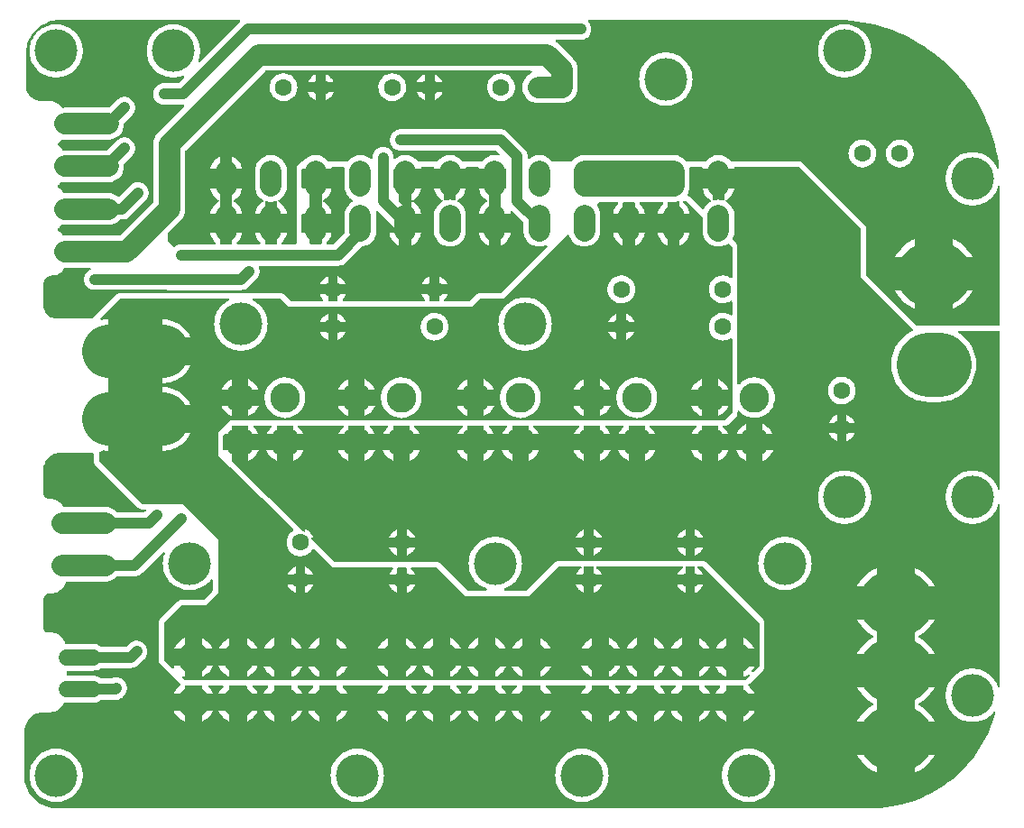
<source format=gtl>
G04 Layer: TopLayer*
G04 EasyEDA v6.4.19.4, 2021-09-18T03:44:13+08:00*
G04 1fc8be4444e141828a02f3c2f3ba565e,119f753a6ce64b8d841f2ad33262ab0c,10*
G04 Gerber Generator version 0.2*
G04 Scale: 100 percent, Rotated: No, Reflected: No *
G04 Dimensions in millimeters *
G04 leading zeros omitted , absolute positions ,4 integer and 5 decimal *
%FSLAX45Y45*%
%MOMM*%

%ADD11C,2.0000*%
%ADD12C,1.0000*%
%ADD13C,1.5000*%
%ADD14C,5.0000*%
%ADD15C,4.0000*%
%ADD16C,1.6000*%
%ADD17C,2.8000*%
%ADD18C,6.0000*%
%ADD19C,3.0000*%

%LPD*%
G36*
X519531Y5515203D02*
G01*
X515924Y5515660D01*
X512673Y5517388D01*
X510285Y5520131D01*
X507339Y5525008D01*
X496519Y5539943D01*
X486359Y5551322D01*
X484022Y5553659D01*
X472744Y5563717D01*
X468172Y5567222D01*
X465683Y5569966D01*
X464362Y5573420D01*
X464362Y5577179D01*
X465683Y5580634D01*
X468172Y5583377D01*
X472744Y5586882D01*
X484022Y5596940D01*
X486359Y5599277D01*
X496468Y5610606D01*
X499516Y5614568D01*
X502259Y5617006D01*
X505612Y5618327D01*
X509270Y5618378D01*
X519785Y5616600D01*
X536905Y5615635D01*
X936294Y5615635D01*
X953414Y5616600D01*
X970026Y5619394D01*
X986231Y5624068D01*
X1001776Y5630519D01*
X1016558Y5638698D01*
X1030274Y5648452D01*
X1042822Y5659678D01*
X1045159Y5662218D01*
X1048562Y5664758D01*
X1052728Y5665622D01*
X1066546Y5665622D01*
X1080008Y5666536D01*
X1092860Y5669076D01*
X1105255Y5673293D01*
X1117041Y5679084D01*
X1127912Y5686348D01*
X1138021Y5695238D01*
X1289913Y5847080D01*
X1297838Y5856020D01*
X1305458Y5867095D01*
X1311503Y5879084D01*
X1315872Y5891733D01*
X1318564Y5904839D01*
X1319428Y5918200D01*
X1318564Y5931306D01*
X1316024Y5944158D01*
X1311808Y5956554D01*
X1306017Y5968288D01*
X1297838Y5980328D01*
X1288897Y5990234D01*
X1278686Y5998921D01*
X1267307Y6006134D01*
X1255420Y6011672D01*
X1242618Y6015685D01*
X1232103Y6017615D01*
X1219047Y6018479D01*
X1215999Y6018428D01*
X1205941Y6017564D01*
X1202690Y6017107D01*
X1193088Y6015024D01*
X1189634Y6014008D01*
X1180693Y6010757D01*
X1177086Y6009182D01*
X1168958Y6004966D01*
X1165352Y6002782D01*
X1158087Y5997702D01*
X1154531Y5994806D01*
X1148130Y5988964D01*
X1043533Y5884316D01*
X1040637Y5882284D01*
X1037183Y5881420D01*
X1033678Y5881725D01*
X1030478Y5883249D01*
X1016558Y5893104D01*
X1001776Y5901283D01*
X986231Y5907735D01*
X970026Y5912408D01*
X953414Y5915202D01*
X936294Y5916168D01*
X536905Y5916168D01*
X522985Y5915406D01*
X519226Y5915863D01*
X515924Y5917692D01*
X513537Y5920638D01*
X507390Y5931357D01*
X496519Y5946343D01*
X486359Y5957722D01*
X484022Y5960059D01*
X472744Y5970117D01*
X468172Y5973622D01*
X465683Y5976366D01*
X464362Y5979820D01*
X464362Y5983579D01*
X465683Y5987034D01*
X468172Y5989777D01*
X472744Y5993282D01*
X484022Y6003340D01*
X486359Y6005677D01*
X495503Y6015888D01*
X498144Y6018022D01*
X501345Y6019139D01*
X504748Y6019139D01*
X519785Y6016599D01*
X536905Y6015634D01*
X936294Y6015634D01*
X953414Y6016599D01*
X970026Y6019393D01*
X986231Y6024067D01*
X1001776Y6030518D01*
X1016558Y6038697D01*
X1030274Y6048451D01*
X1042822Y6059678D01*
X1054049Y6072225D01*
X1063802Y6085941D01*
X1071981Y6100724D01*
X1078433Y6116269D01*
X1083106Y6132474D01*
X1085900Y6149086D01*
X1086866Y6165900D01*
X1085799Y6186322D01*
X1086764Y6189370D01*
X1088694Y6191961D01*
X1162913Y6266180D01*
X1170838Y6275120D01*
X1178458Y6286195D01*
X1184503Y6298184D01*
X1188872Y6310833D01*
X1191564Y6323939D01*
X1192428Y6337300D01*
X1191564Y6350406D01*
X1189024Y6363258D01*
X1184808Y6375654D01*
X1179017Y6387388D01*
X1170838Y6399428D01*
X1161897Y6409334D01*
X1151686Y6418021D01*
X1140307Y6425234D01*
X1128420Y6430772D01*
X1115618Y6434785D01*
X1105103Y6436715D01*
X1092047Y6437579D01*
X1088999Y6437528D01*
X1078941Y6436664D01*
X1075690Y6436207D01*
X1066088Y6434124D01*
X1062634Y6433108D01*
X1053693Y6429857D01*
X1050086Y6428282D01*
X1041958Y6424066D01*
X1038352Y6421882D01*
X1031087Y6416802D01*
X1027531Y6413906D01*
X1021130Y6408064D01*
X932230Y6319164D01*
X928928Y6316929D01*
X925068Y6316167D01*
X536905Y6316167D01*
X519633Y6315202D01*
X515975Y6315659D01*
X512724Y6317386D01*
X510336Y6320129D01*
X507339Y6325108D01*
X496519Y6340043D01*
X486359Y6351422D01*
X484022Y6353759D01*
X472744Y6363817D01*
X468172Y6367322D01*
X465683Y6370066D01*
X464362Y6373520D01*
X464362Y6377279D01*
X465683Y6380734D01*
X468172Y6383477D01*
X472744Y6386982D01*
X484022Y6397040D01*
X486359Y6399377D01*
X496468Y6410706D01*
X499465Y6414566D01*
X502158Y6417005D01*
X505561Y6418326D01*
X509219Y6418376D01*
X519785Y6416598D01*
X536905Y6415633D01*
X936294Y6415633D01*
X953414Y6416598D01*
X970026Y6419392D01*
X986231Y6424066D01*
X1001776Y6430518D01*
X1016558Y6438696D01*
X1030274Y6448450D01*
X1042822Y6459677D01*
X1054049Y6472224D01*
X1063802Y6485940D01*
X1071981Y6500723D01*
X1078433Y6516268D01*
X1083106Y6532473D01*
X1085900Y6549085D01*
X1086815Y6566357D01*
X1087475Y6570522D01*
X1089761Y6574078D01*
X1162913Y6647180D01*
X1170838Y6656120D01*
X1178458Y6667195D01*
X1184503Y6679184D01*
X1188872Y6691833D01*
X1191564Y6704939D01*
X1192428Y6718300D01*
X1191564Y6731406D01*
X1189024Y6744258D01*
X1184808Y6756653D01*
X1179017Y6768388D01*
X1170838Y6780428D01*
X1161897Y6790334D01*
X1151686Y6799021D01*
X1140307Y6806234D01*
X1128420Y6811772D01*
X1115618Y6815785D01*
X1105103Y6817715D01*
X1092047Y6818579D01*
X1088999Y6818528D01*
X1078941Y6817664D01*
X1075690Y6817207D01*
X1066088Y6815124D01*
X1062634Y6814108D01*
X1053693Y6810857D01*
X1050086Y6809282D01*
X1041958Y6805066D01*
X1038352Y6802881D01*
X1031087Y6797802D01*
X1027531Y6794906D01*
X1021130Y6789064D01*
X950823Y6718757D01*
X947267Y6716420D01*
X943102Y6715810D01*
X936294Y6716166D01*
X536905Y6716166D01*
X519785Y6715201D01*
X514807Y6714388D01*
X511200Y6714388D01*
X507847Y6715709D01*
X505104Y6718096D01*
X496417Y6729272D01*
X494030Y6731914D01*
X483514Y6742430D01*
X480872Y6744817D01*
X469138Y6753961D01*
X466242Y6755993D01*
X453491Y6763664D01*
X450342Y6765340D01*
X436778Y6771436D01*
X433425Y6772706D01*
X419252Y6777126D01*
X415798Y6777990D01*
X401167Y6780682D01*
X397662Y6781088D01*
X380695Y6782053D01*
X305155Y6782053D01*
X289661Y6782917D01*
X275234Y6785254D01*
X261162Y6789115D01*
X247548Y6794398D01*
X234543Y6801103D01*
X222300Y6809079D01*
X210972Y6818325D01*
X200710Y6828688D01*
X191566Y6840067D01*
X183642Y6852361D01*
X177038Y6865416D01*
X171856Y6879081D01*
X168148Y6893204D01*
X165912Y6907631D01*
X165150Y6922617D01*
X165150Y6996074D01*
X165354Y6998512D01*
X165354Y7212939D01*
X166319Y7238644D01*
X169113Y7263130D01*
X173736Y7287361D01*
X180136Y7311186D01*
X188315Y7334503D01*
X198221Y7357109D01*
X209753Y7378903D01*
X222910Y7399781D01*
X237591Y7419594D01*
X253695Y7438288D01*
X271170Y7455712D01*
X289915Y7471765D01*
X309778Y7486396D01*
X330657Y7499502D01*
X352501Y7510983D01*
X375107Y7520838D01*
X398424Y7528966D01*
X422249Y7535316D01*
X446481Y7539888D01*
X471017Y7542631D01*
X495960Y7543546D01*
X2170277Y7543546D01*
X2174290Y7542733D01*
X2177592Y7540396D01*
X2179777Y7536942D01*
X2180437Y7532928D01*
X2179421Y7529017D01*
X2176780Y7525562D01*
X1799742Y7148575D01*
X1796440Y7146340D01*
X1792579Y7145578D01*
X1788668Y7146340D01*
X1785366Y7148575D01*
X1783181Y7151827D01*
X1782419Y7155738D01*
X1783181Y7159650D01*
X1785162Y7164425D01*
X1791716Y7185253D01*
X1796440Y7206538D01*
X1799285Y7228179D01*
X1800250Y7250023D01*
X1799285Y7271816D01*
X1796440Y7293457D01*
X1791716Y7314793D01*
X1785162Y7335570D01*
X1776831Y7355738D01*
X1766722Y7375144D01*
X1754987Y7393533D01*
X1741728Y7410856D01*
X1726946Y7426959D01*
X1710842Y7441692D01*
X1693519Y7455001D01*
X1675130Y7466736D01*
X1655775Y7476794D01*
X1635607Y7485176D01*
X1614779Y7491730D01*
X1593443Y7496454D01*
X1571802Y7499299D01*
X1550009Y7500264D01*
X1528165Y7499299D01*
X1506524Y7496454D01*
X1485239Y7491730D01*
X1464411Y7485176D01*
X1444244Y7476794D01*
X1424889Y7466736D01*
X1406448Y7455001D01*
X1389126Y7441692D01*
X1373022Y7426959D01*
X1358290Y7410856D01*
X1344980Y7393533D01*
X1333296Y7375144D01*
X1323187Y7355738D01*
X1314856Y7335570D01*
X1308252Y7314793D01*
X1303528Y7293457D01*
X1300683Y7271816D01*
X1299768Y7250023D01*
X1300683Y7228179D01*
X1303528Y7206538D01*
X1308252Y7185253D01*
X1314856Y7164425D01*
X1323187Y7144258D01*
X1333296Y7124852D01*
X1344980Y7106462D01*
X1358290Y7089140D01*
X1373022Y7073036D01*
X1389126Y7058304D01*
X1406448Y7044994D01*
X1424889Y7033259D01*
X1444244Y7023201D01*
X1464411Y7014819D01*
X1485239Y7008266D01*
X1506524Y7003542D01*
X1528165Y7000697D01*
X1550009Y6999731D01*
X1571802Y7000697D01*
X1593443Y7003542D01*
X1614779Y7008266D01*
X1635607Y7014819D01*
X1640382Y7016800D01*
X1644243Y7017613D01*
X1648155Y7016800D01*
X1651457Y7014616D01*
X1653641Y7011314D01*
X1654403Y7007453D01*
X1653641Y7003542D01*
X1651457Y7000240D01*
X1599742Y6948525D01*
X1596440Y6946341D01*
X1592580Y6945579D01*
X1457299Y6945528D01*
X1447241Y6944664D01*
X1443990Y6944207D01*
X1434388Y6942124D01*
X1430934Y6941108D01*
X1421993Y6937857D01*
X1418386Y6936282D01*
X1410258Y6932066D01*
X1406652Y6929881D01*
X1399387Y6924802D01*
X1395831Y6921906D01*
X1389532Y6916115D01*
X1386179Y6912609D01*
X1380896Y6906259D01*
X1377899Y6902094D01*
X1373632Y6895388D01*
X1371041Y6890562D01*
X1367840Y6883653D01*
X1365808Y6878218D01*
X1363624Y6871208D01*
X1362252Y6865315D01*
X1361084Y6858355D01*
X1360474Y6852005D01*
X1360220Y6845300D01*
X1360474Y6838594D01*
X1361084Y6832244D01*
X1362252Y6825284D01*
X1363624Y6819392D01*
X1365808Y6812381D01*
X1367840Y6806946D01*
X1371041Y6800037D01*
X1373632Y6795211D01*
X1377899Y6788505D01*
X1380896Y6784340D01*
X1386179Y6777990D01*
X1389532Y6774484D01*
X1395831Y6768693D01*
X1399387Y6765798D01*
X1406652Y6760718D01*
X1410258Y6758533D01*
X1418386Y6754317D01*
X1421993Y6752742D01*
X1430934Y6749491D01*
X1434388Y6748475D01*
X1443990Y6746392D01*
X1447241Y6745935D01*
X1457299Y6745071D01*
X1637944Y6745020D01*
X1643634Y6745427D01*
X1647647Y6744868D01*
X1651152Y6742734D01*
X1653539Y6739483D01*
X1654454Y6735470D01*
X1653692Y6731457D01*
X1651457Y6728104D01*
X1405229Y6481876D01*
X1393850Y6469075D01*
X1384096Y6455359D01*
X1375918Y6440576D01*
X1369466Y6425031D01*
X1364792Y6408826D01*
X1361998Y6392214D01*
X1361033Y6375095D01*
X1361033Y5832246D01*
X1360271Y5828385D01*
X1358036Y5825083D01*
X1052220Y5519267D01*
X1048918Y5517032D01*
X1045057Y5516270D01*
X536905Y5516168D01*
G37*

%LPC*%
G36*
X449986Y6999731D02*
G01*
X471830Y7000697D01*
X493471Y7003542D01*
X514756Y7008266D01*
X535584Y7014819D01*
X555752Y7023201D01*
X575106Y7033259D01*
X593547Y7044994D01*
X610870Y7058304D01*
X626973Y7073036D01*
X641705Y7089140D01*
X655015Y7106462D01*
X666750Y7124852D01*
X676808Y7144258D01*
X685190Y7164425D01*
X691743Y7185253D01*
X696468Y7206538D01*
X699312Y7228179D01*
X700278Y7250023D01*
X699312Y7271816D01*
X696468Y7293457D01*
X691743Y7314793D01*
X685190Y7335570D01*
X676808Y7355738D01*
X666750Y7375144D01*
X655015Y7393533D01*
X641705Y7410856D01*
X626973Y7426959D01*
X610870Y7441692D01*
X593547Y7455001D01*
X575106Y7466736D01*
X555752Y7476794D01*
X535584Y7485176D01*
X514756Y7491730D01*
X493471Y7496454D01*
X471830Y7499299D01*
X449986Y7500264D01*
X428193Y7499299D01*
X406552Y7496454D01*
X385216Y7491730D01*
X364388Y7485176D01*
X344220Y7476794D01*
X324866Y7466736D01*
X306476Y7455001D01*
X289153Y7441692D01*
X273050Y7426959D01*
X258317Y7410856D01*
X245008Y7393533D01*
X233273Y7375144D01*
X223215Y7355738D01*
X214833Y7335570D01*
X208279Y7314793D01*
X203555Y7293457D01*
X200710Y7271816D01*
X199745Y7250023D01*
X200710Y7228179D01*
X203555Y7206538D01*
X208279Y7185253D01*
X214833Y7164425D01*
X223215Y7144258D01*
X233273Y7124852D01*
X245008Y7106462D01*
X258317Y7089140D01*
X273050Y7073036D01*
X289153Y7058304D01*
X306476Y7044994D01*
X324866Y7033259D01*
X344220Y7023201D01*
X364388Y7014819D01*
X385216Y7008266D01*
X406552Y7003542D01*
X428193Y7000697D01*
G37*

%LPD*%
G36*
X2839923Y5434279D02*
G01*
X2836011Y5435041D01*
X2832709Y5437225D01*
X2830525Y5440527D01*
X2829763Y5444439D01*
X2829763Y5540654D01*
X2765552Y5540654D01*
X2761640Y5541416D01*
X2758338Y5543600D01*
X2756154Y5546902D01*
X2755392Y5550814D01*
X2755392Y5713171D01*
X2756154Y5717082D01*
X2758338Y5720384D01*
X2761640Y5722569D01*
X2765552Y5723331D01*
X2829763Y5723331D01*
X2829763Y5960668D01*
X2765552Y5960668D01*
X2761640Y5961430D01*
X2758338Y5963615D01*
X2756154Y5966917D01*
X2755392Y5970828D01*
X2755392Y6133185D01*
X2756154Y6137097D01*
X2758338Y6140399D01*
X2761640Y6142583D01*
X2765552Y6143345D01*
X2829763Y6143345D01*
X2829763Y6149848D01*
X2830525Y6153759D01*
X2832709Y6157061D01*
X2836011Y6159246D01*
X2839923Y6160008D01*
X2932277Y6160008D01*
X2936189Y6159246D01*
X2939491Y6157061D01*
X2941675Y6153759D01*
X2942437Y6149848D01*
X2942437Y6143345D01*
X3034639Y6143345D01*
X3033826Y6148171D01*
X3034030Y6152540D01*
X3036062Y6156452D01*
X3039567Y6159093D01*
X3043834Y6160008D01*
X3148380Y6160008D01*
X3152648Y6159093D01*
X3156102Y6156452D01*
X3158185Y6152540D01*
X3158388Y6148171D01*
X3156813Y6138824D01*
X3155848Y6121704D01*
X3155848Y5982309D01*
X3156813Y5965190D01*
X3159607Y5948578D01*
X3164281Y5932373D01*
X3170732Y5916828D01*
X3178860Y5902045D01*
X3188614Y5888329D01*
X3199841Y5875782D01*
X3212439Y5864555D01*
X3226155Y5854801D01*
X3233216Y5850890D01*
X3236468Y5848045D01*
X3238246Y5844133D01*
X3238246Y5839866D01*
X3236468Y5835954D01*
X3233216Y5833110D01*
X3226155Y5829198D01*
X3212439Y5819444D01*
X3199841Y5808218D01*
X3188614Y5795670D01*
X3178860Y5781954D01*
X3170732Y5767171D01*
X3164281Y5751626D01*
X3159607Y5735421D01*
X3156813Y5718810D01*
X3155848Y5701690D01*
X3155848Y5562295D01*
X3156813Y5545175D01*
X3157575Y5540603D01*
X3157575Y5537403D01*
X3156610Y5534355D01*
X3154730Y5531713D01*
X3060242Y5437225D01*
X3056940Y5435041D01*
X3053080Y5434279D01*
X2994914Y5434279D01*
X2990951Y5435092D01*
X2987598Y5437378D01*
X2985414Y5440781D01*
X2984754Y5444794D01*
X2985719Y5448757D01*
X2988157Y5452008D01*
X2992374Y5455767D01*
X3003600Y5468315D01*
X3013303Y5482031D01*
X3021482Y5496814D01*
X3027934Y5512358D01*
X3032607Y5528564D01*
X3034639Y5540654D01*
X2942437Y5540654D01*
X2942437Y5444439D01*
X2941675Y5440527D01*
X2939491Y5437225D01*
X2936189Y5435041D01*
X2932277Y5434279D01*
G37*

%LPC*%
G36*
X2942437Y5723331D02*
G01*
X3034639Y5723331D01*
X3032607Y5735421D01*
X3027934Y5751626D01*
X3021482Y5767171D01*
X3013303Y5781954D01*
X3003600Y5795670D01*
X2992374Y5808218D01*
X2979775Y5819444D01*
X2966059Y5829198D01*
X2958998Y5833110D01*
X2955747Y5835954D01*
X2953969Y5839866D01*
X2953969Y5844133D01*
X2955747Y5848045D01*
X2958998Y5850890D01*
X2966059Y5854801D01*
X2979775Y5864555D01*
X2992374Y5875782D01*
X3003600Y5888329D01*
X3013303Y5902045D01*
X3021482Y5916828D01*
X3027934Y5932373D01*
X3032607Y5948578D01*
X3034639Y5960668D01*
X2942437Y5960668D01*
G37*

%LPD*%
G36*
X449072Y4737862D02*
G01*
X442468Y4738268D01*
X428447Y4740706D01*
X414832Y4744720D01*
X401726Y4750206D01*
X389331Y4757166D01*
X377748Y4765395D01*
X367233Y4774946D01*
X357784Y4785563D01*
X349656Y4797196D01*
X342798Y4809642D01*
X337464Y4822799D01*
X333552Y4836464D01*
X331266Y4850485D01*
X330454Y4865065D01*
X330454Y5053482D01*
X331419Y5066792D01*
X333756Y5078171D01*
X337566Y5089093D01*
X342747Y5099456D01*
X349250Y5109057D01*
X356971Y5117693D01*
X365709Y5125262D01*
X375412Y5131612D01*
X385826Y5136642D01*
X396798Y5140299D01*
X408228Y5142484D01*
X433222Y5144211D01*
X437489Y5144820D01*
X449326Y5147360D01*
X453390Y5148580D01*
X464718Y5152796D01*
X468579Y5154574D01*
X479196Y5160365D01*
X482752Y5162651D01*
X492455Y5169916D01*
X495655Y5172659D01*
X504240Y5181244D01*
X506984Y5184444D01*
X514248Y5194147D01*
X516534Y5197703D01*
X523087Y5209946D01*
X525424Y5213197D01*
X528878Y5215280D01*
X532892Y5215839D01*
X536905Y5215636D01*
X766165Y5215636D01*
X770483Y5214670D01*
X774039Y5211876D01*
X776020Y5207863D01*
X776071Y5203393D01*
X774242Y5199329D01*
X770839Y5196484D01*
X762558Y5192166D01*
X758952Y5189982D01*
X751687Y5184902D01*
X748131Y5182006D01*
X741832Y5176215D01*
X738479Y5172710D01*
X733196Y5166360D01*
X730199Y5162194D01*
X725932Y5155488D01*
X723341Y5150662D01*
X720140Y5143754D01*
X718108Y5138318D01*
X715924Y5131308D01*
X714552Y5125415D01*
X713384Y5118455D01*
X712774Y5112105D01*
X712520Y5105400D01*
X712774Y5098694D01*
X713384Y5092344D01*
X714552Y5085384D01*
X715924Y5079492D01*
X718108Y5072481D01*
X720140Y5067046D01*
X723341Y5060137D01*
X725932Y5055311D01*
X730199Y5048605D01*
X733196Y5044440D01*
X738479Y5038090D01*
X741832Y5034584D01*
X748131Y5028793D01*
X751687Y5025898D01*
X758952Y5020818D01*
X762558Y5018633D01*
X770686Y5014417D01*
X774293Y5012842D01*
X783234Y5009591D01*
X786688Y5008575D01*
X796290Y5006492D01*
X799541Y5006035D01*
X809599Y5005171D01*
X2184044Y5005120D01*
X2197506Y5006035D01*
X2210358Y5008575D01*
X2222754Y5012791D01*
X2234539Y5018582D01*
X2245410Y5025847D01*
X2255520Y5034737D01*
X2331313Y5110480D01*
X2339238Y5119420D01*
X2346858Y5130495D01*
X2352903Y5142484D01*
X2357272Y5155133D01*
X2359964Y5168239D01*
X2360828Y5181600D01*
X2359964Y5194706D01*
X2357424Y5207558D01*
X2353106Y5220309D01*
X2352548Y5224119D01*
X2353513Y5227828D01*
X2355748Y5230926D01*
X2358948Y5233009D01*
X2362708Y5233720D01*
X3098444Y5233720D01*
X3111906Y5234635D01*
X3124758Y5237175D01*
X3137154Y5241391D01*
X3148939Y5247182D01*
X3159810Y5254447D01*
X3169920Y5263337D01*
X3316325Y5409742D01*
X3318865Y5411571D01*
X3321862Y5412587D01*
X3339541Y5415534D01*
X3355746Y5420156D01*
X3371291Y5426608D01*
X3386023Y5434787D01*
X3399790Y5444540D01*
X3412337Y5455767D01*
X3423564Y5468315D01*
X3433318Y5482031D01*
X3441446Y5496814D01*
X3447897Y5512358D01*
X3452571Y5528564D01*
X3455415Y5545175D01*
X3456381Y5562295D01*
X3456381Y5701690D01*
X3455415Y5718810D01*
X3452571Y5735421D01*
X3452012Y5737352D01*
X3451758Y5741771D01*
X3453384Y5745886D01*
X3456635Y5748883D01*
X3460851Y5750255D01*
X3465220Y5749696D01*
X3468979Y5747308D01*
X3654958Y5561330D01*
X3658260Y5558434D01*
X3660749Y5555183D01*
X3661714Y5551220D01*
X3661054Y5547207D01*
X3658920Y5543753D01*
X3655568Y5541467D01*
X3651554Y5540654D01*
X3577590Y5540654D01*
X3579622Y5528564D01*
X3584295Y5512358D01*
X3590747Y5496814D01*
X3598875Y5482031D01*
X3608628Y5468315D01*
X3619855Y5455767D01*
X3632454Y5444540D01*
X3646170Y5434787D01*
X3660901Y5426608D01*
X3669741Y5422950D01*
X3669741Y5531916D01*
X3670604Y5535930D01*
X3672941Y5539282D01*
X3676396Y5541467D01*
X3680460Y5542076D01*
X3684422Y5541010D01*
X3687724Y5539384D01*
X3700170Y5535168D01*
X3713022Y5532628D01*
X3726129Y5531764D01*
X3739184Y5532628D01*
X3752037Y5535168D01*
X3764483Y5539384D01*
X3767785Y5541010D01*
X3771747Y5542076D01*
X3775811Y5541467D01*
X3779316Y5539282D01*
X3781653Y5535930D01*
X3782466Y5531916D01*
X3782466Y5422950D01*
X3791305Y5426608D01*
X3806037Y5434787D01*
X3819804Y5444540D01*
X3832351Y5455767D01*
X3843578Y5468315D01*
X3853332Y5482031D01*
X3861460Y5496814D01*
X3867912Y5512358D01*
X3872585Y5528564D01*
X3874668Y5540654D01*
X3800652Y5540654D01*
X3796639Y5541467D01*
X3793337Y5543753D01*
X3791153Y5547207D01*
X3790492Y5551220D01*
X3791508Y5555183D01*
X3793947Y5558434D01*
X3796995Y5561126D01*
X3805631Y5570982D01*
X3812946Y5581853D01*
X3818737Y5593638D01*
X3822954Y5606034D01*
X3825494Y5618886D01*
X3826357Y5631992D01*
X3825494Y5645099D01*
X3822954Y5657951D01*
X3818737Y5670346D01*
X3812946Y5682132D01*
X3805631Y5693003D01*
X3796792Y5703112D01*
X3793896Y5706008D01*
X3791712Y5709310D01*
X3790950Y5713171D01*
X3791712Y5717082D01*
X3793896Y5720384D01*
X3797198Y5722569D01*
X3801110Y5723331D01*
X3874668Y5723331D01*
X3872585Y5735421D01*
X3867912Y5751626D01*
X3861460Y5767171D01*
X3853332Y5781954D01*
X3843578Y5795670D01*
X3832351Y5808218D01*
X3819804Y5819444D01*
X3806037Y5829198D01*
X3799027Y5833110D01*
X3795776Y5835954D01*
X3793998Y5839866D01*
X3793998Y5844133D01*
X3795776Y5848045D01*
X3799027Y5850890D01*
X3806037Y5854801D01*
X3819804Y5864555D01*
X3832351Y5875782D01*
X3843578Y5888329D01*
X3853332Y5902045D01*
X3861460Y5916828D01*
X3867912Y5932373D01*
X3872585Y5948578D01*
X3874668Y5960668D01*
X3782466Y5960668D01*
X3782466Y5741974D01*
X3781704Y5738063D01*
X3779469Y5734761D01*
X3776167Y5732576D01*
X3772306Y5731814D01*
X3768394Y5732576D01*
X3765092Y5734761D01*
X3672738Y5827166D01*
X3670554Y5830468D01*
X3669741Y5834329D01*
X3669741Y5960668D01*
X3628339Y5960668D01*
X3624427Y5961430D01*
X3621125Y5963615D01*
X3618941Y5966917D01*
X3618179Y5970828D01*
X3618179Y6133185D01*
X3618941Y6137097D01*
X3621125Y6140399D01*
X3624427Y6142583D01*
X3628339Y6143345D01*
X3669741Y6143345D01*
X3669741Y6149848D01*
X3670554Y6153759D01*
X3672738Y6157061D01*
X3676040Y6159246D01*
X3679901Y6160008D01*
X3772306Y6160008D01*
X3776167Y6159246D01*
X3779469Y6157061D01*
X3781704Y6153759D01*
X3782466Y6149848D01*
X3782466Y6143345D01*
X3874668Y6143345D01*
X3873804Y6148171D01*
X3874058Y6152540D01*
X3876090Y6156452D01*
X3879545Y6159093D01*
X3883863Y6160008D01*
X3988358Y6160008D01*
X3992626Y6159093D01*
X3996131Y6156452D01*
X3998163Y6152540D01*
X3998366Y6148171D01*
X3997553Y6143345D01*
X4089755Y6143345D01*
X4089755Y6149848D01*
X4090517Y6153759D01*
X4092701Y6157061D01*
X4096004Y6159246D01*
X4099915Y6160008D01*
X4192270Y6160008D01*
X4196181Y6159246D01*
X4199483Y6157061D01*
X4201668Y6153759D01*
X4202430Y6149848D01*
X4202430Y6143345D01*
X4294632Y6143345D01*
X4293819Y6148171D01*
X4294022Y6152540D01*
X4296054Y6156452D01*
X4299559Y6159093D01*
X4303826Y6160008D01*
X4408373Y6160008D01*
X4412640Y6159093D01*
X4416145Y6156452D01*
X4418177Y6152540D01*
X4418380Y6148171D01*
X4417568Y6143345D01*
X4509770Y6143345D01*
X4509770Y6149848D01*
X4510532Y6153759D01*
X4512716Y6157061D01*
X4516018Y6159246D01*
X4519930Y6160008D01*
X4612284Y6160008D01*
X4616196Y6159246D01*
X4619498Y6157061D01*
X4621682Y6153759D01*
X4622444Y6149848D01*
X4622444Y6143345D01*
X4664760Y6143345D01*
X4668672Y6142583D01*
X4671974Y6140399D01*
X4674158Y6137097D01*
X4674920Y6133185D01*
X4674920Y5970828D01*
X4674158Y5966917D01*
X4671974Y5963615D01*
X4668672Y5961430D01*
X4664760Y5960668D01*
X4622444Y5960668D01*
X4622444Y5723331D01*
X4714646Y5723331D01*
X4712614Y5735421D01*
X4712055Y5737301D01*
X4711801Y5741720D01*
X4713427Y5745835D01*
X4716678Y5748832D01*
X4720894Y5750204D01*
X4725263Y5749645D01*
X4729022Y5747308D01*
X4832858Y5643422D01*
X4835042Y5640120D01*
X4835855Y5636260D01*
X4835855Y5562295D01*
X4836820Y5545175D01*
X4839614Y5528564D01*
X4844288Y5512358D01*
X4850739Y5496814D01*
X4858867Y5482031D01*
X4868621Y5468315D01*
X4879848Y5455767D01*
X4892446Y5444540D01*
X4906162Y5434787D01*
X4920894Y5426608D01*
X4936490Y5420156D01*
X4952695Y5415534D01*
X4969256Y5412689D01*
X4986121Y5411724D01*
X5002936Y5412689D01*
X5019548Y5415534D01*
X5035753Y5420156D01*
X5046522Y5424627D01*
X5050383Y5425389D01*
X5054295Y5424627D01*
X5057597Y5422442D01*
X5059781Y5419140D01*
X5060543Y5415229D01*
X5059781Y5411368D01*
X5057597Y5408066D01*
X4630369Y4980838D01*
X4627067Y4978654D01*
X4623155Y4977841D01*
X4432503Y4977841D01*
X4427931Y4977688D01*
X4423562Y4977079D01*
X4419295Y4976164D01*
X4415129Y4974844D01*
X4411065Y4973167D01*
X4407154Y4971135D01*
X4403496Y4968748D01*
X4399991Y4966106D01*
X4396587Y4963007D01*
X4338269Y4904638D01*
X4334967Y4902454D01*
X4331055Y4901641D01*
X4099864Y4901641D01*
X4095902Y4902454D01*
X4092600Y4904740D01*
X4090415Y4908143D01*
X4089704Y4912106D01*
X4090670Y4916068D01*
X4093972Y4920183D01*
X4104030Y4931867D01*
X4112666Y4944668D01*
X4119676Y4958384D01*
X4121962Y4964531D01*
X4046829Y4964531D01*
X4046829Y4911801D01*
X4046067Y4907940D01*
X4043883Y4904638D01*
X4040581Y4902454D01*
X4036669Y4901641D01*
X3964330Y4901641D01*
X3960418Y4902454D01*
X3957116Y4904638D01*
X3954932Y4907940D01*
X3954170Y4911801D01*
X3954170Y4964531D01*
X3878834Y4964531D01*
X3884625Y4951425D01*
X3892448Y4938115D01*
X3901846Y4925872D01*
X3908602Y4918913D01*
X3910736Y4915611D01*
X3911447Y4911750D01*
X3910685Y4907889D01*
X3908450Y4904587D01*
X3905148Y4902454D01*
X3901287Y4901641D01*
X3147364Y4901641D01*
X3143402Y4902454D01*
X3140100Y4904740D01*
X3137916Y4908143D01*
X3137204Y4912106D01*
X3138170Y4916068D01*
X3141472Y4920183D01*
X3151530Y4931867D01*
X3160166Y4944668D01*
X3167176Y4958384D01*
X3169462Y4964531D01*
X3094329Y4964531D01*
X3094329Y4911801D01*
X3093567Y4907940D01*
X3091383Y4904638D01*
X3088081Y4902454D01*
X3084169Y4901641D01*
X3011830Y4901641D01*
X3007918Y4902454D01*
X3004616Y4904638D01*
X3002432Y4907940D01*
X3001670Y4911801D01*
X3001670Y4964531D01*
X2926334Y4964531D01*
X2932125Y4951425D01*
X2939948Y4938115D01*
X2949346Y4925872D01*
X2956102Y4918913D01*
X2958236Y4915611D01*
X2958947Y4911750D01*
X2958185Y4907889D01*
X2955950Y4904587D01*
X2952648Y4902454D01*
X2948787Y4901641D01*
X2653944Y4901641D01*
X2650032Y4902454D01*
X2646730Y4904638D01*
X2588412Y4963007D01*
X2585008Y4966106D01*
X2581503Y4968748D01*
X2577846Y4971135D01*
X2573934Y4973167D01*
X2569870Y4974844D01*
X2565704Y4976164D01*
X2561437Y4977079D01*
X2557068Y4977688D01*
X2552496Y4977841D01*
X1054303Y4977841D01*
X1049731Y4977688D01*
X1045362Y4977079D01*
X1041095Y4976164D01*
X1036929Y4974844D01*
X1032865Y4973167D01*
X1028953Y4971135D01*
X1025296Y4968748D01*
X1021791Y4966106D01*
X1018387Y4963007D01*
X796239Y4740808D01*
X792886Y4738573D01*
X788924Y4737862D01*
G37*

%LPC*%
G36*
X4417568Y5723331D02*
G01*
X4509770Y5723331D01*
X4509770Y5960668D01*
X4417568Y5960668D01*
X4419650Y5948578D01*
X4424273Y5932373D01*
X4430725Y5916828D01*
X4438904Y5902045D01*
X4448657Y5888329D01*
X4459884Y5875782D01*
X4472432Y5864555D01*
X4486198Y5854801D01*
X4493209Y5850890D01*
X4496460Y5848045D01*
X4498238Y5844133D01*
X4498238Y5839866D01*
X4496460Y5835954D01*
X4493209Y5833110D01*
X4486198Y5829198D01*
X4472432Y5819444D01*
X4459884Y5808218D01*
X4448657Y5795670D01*
X4438904Y5781954D01*
X4430725Y5767171D01*
X4424273Y5751626D01*
X4419650Y5735421D01*
G37*
G36*
X3094329Y5057241D02*
G01*
X3169462Y5057241D01*
X3167176Y5063388D01*
X3160166Y5077155D01*
X3151530Y5089956D01*
X3141472Y5101640D01*
X3130092Y5112054D01*
X3117545Y5121046D01*
X3104032Y5128463D01*
X3094329Y5132425D01*
G37*
G36*
X2926334Y5057241D02*
G01*
X3001670Y5057241D01*
X3001670Y5132476D01*
X2999028Y5131612D01*
X2985109Y5124958D01*
X2972054Y5116728D01*
X2960065Y5106974D01*
X2949346Y5095900D01*
X2939948Y5083657D01*
X2932125Y5070348D01*
G37*
G36*
X4046829Y5057241D02*
G01*
X4121962Y5057241D01*
X4119676Y5063388D01*
X4112666Y5077155D01*
X4104030Y5089956D01*
X4093972Y5101640D01*
X4082592Y5112054D01*
X4070045Y5121046D01*
X4056532Y5128463D01*
X4046829Y5132425D01*
G37*
G36*
X4509770Y5422950D02*
G01*
X4509770Y5540654D01*
X4417568Y5540654D01*
X4419650Y5528564D01*
X4424273Y5512358D01*
X4430725Y5496814D01*
X4438904Y5482031D01*
X4448657Y5468315D01*
X4459884Y5455767D01*
X4472432Y5444540D01*
X4486198Y5434787D01*
X4500930Y5426608D01*
G37*
G36*
X3878834Y5057241D02*
G01*
X3954170Y5057241D01*
X3954170Y5132476D01*
X3951528Y5131612D01*
X3937609Y5124958D01*
X3924554Y5116728D01*
X3912565Y5106974D01*
X3901846Y5095900D01*
X3892448Y5083657D01*
X3884625Y5070348D01*
G37*
G36*
X4146092Y5411724D02*
G01*
X4162907Y5412689D01*
X4179519Y5415534D01*
X4195724Y5420156D01*
X4211269Y5426608D01*
X4226052Y5434787D01*
X4239768Y5444540D01*
X4252366Y5455767D01*
X4263593Y5468315D01*
X4273296Y5482031D01*
X4281474Y5496814D01*
X4287926Y5512358D01*
X4292600Y5528564D01*
X4295394Y5545175D01*
X4296359Y5562295D01*
X4296359Y5701690D01*
X4295394Y5718810D01*
X4292600Y5735421D01*
X4287926Y5751626D01*
X4281474Y5767171D01*
X4273296Y5781954D01*
X4263593Y5795670D01*
X4252366Y5808218D01*
X4239768Y5819444D01*
X4226052Y5829198D01*
X4218990Y5833110D01*
X4215739Y5835954D01*
X4213961Y5839866D01*
X4213961Y5844133D01*
X4215739Y5848045D01*
X4218990Y5850890D01*
X4226052Y5854801D01*
X4239768Y5864555D01*
X4252366Y5875782D01*
X4263593Y5888329D01*
X4273296Y5902045D01*
X4281474Y5916828D01*
X4287926Y5932373D01*
X4292600Y5948578D01*
X4294632Y5960668D01*
X4202430Y5960668D01*
X4202430Y5855360D01*
X4201769Y5851702D01*
X4199788Y5848502D01*
X4196791Y5846267D01*
X4193184Y5845251D01*
X4189476Y5845606D01*
X4179519Y5848451D01*
X4162907Y5851296D01*
X4146092Y5852261D01*
X4129278Y5851296D01*
X4112666Y5848451D01*
X4102709Y5845606D01*
X4099001Y5845251D01*
X4095394Y5846267D01*
X4092397Y5848502D01*
X4090415Y5851702D01*
X4089755Y5855360D01*
X4089755Y5960668D01*
X3997553Y5960668D01*
X3999636Y5948578D01*
X4004259Y5932373D01*
X4010710Y5916828D01*
X4018889Y5902045D01*
X4028643Y5888329D01*
X4039870Y5875782D01*
X4052417Y5864555D01*
X4066184Y5854801D01*
X4073194Y5850890D01*
X4076446Y5848045D01*
X4078224Y5844133D01*
X4078224Y5839866D01*
X4076446Y5835954D01*
X4073194Y5833110D01*
X4066184Y5829198D01*
X4052417Y5819444D01*
X4039870Y5808218D01*
X4028643Y5795670D01*
X4018889Y5781954D01*
X4010710Y5767171D01*
X4004259Y5751626D01*
X3999636Y5735421D01*
X3996791Y5718810D01*
X3995826Y5701690D01*
X3995826Y5562295D01*
X3996791Y5545175D01*
X3999636Y5528564D01*
X4004259Y5512358D01*
X4010710Y5496814D01*
X4018889Y5482031D01*
X4028643Y5468315D01*
X4039870Y5455767D01*
X4052417Y5444540D01*
X4066184Y5434787D01*
X4080916Y5426608D01*
X4096461Y5420156D01*
X4112666Y5415534D01*
X4129278Y5412689D01*
G37*
G36*
X4622444Y5422950D02*
G01*
X4631283Y5426608D01*
X4646066Y5434787D01*
X4659782Y5444540D01*
X4672380Y5455767D01*
X4683607Y5468315D01*
X4693310Y5482031D01*
X4701489Y5496814D01*
X4707940Y5512358D01*
X4712614Y5528564D01*
X4714646Y5540654D01*
X4622444Y5540654D01*
G37*

%LPD*%
G36*
X8525916Y4673600D02*
G01*
X8522004Y4674362D01*
X8518702Y4676597D01*
X8054797Y5140502D01*
X8052562Y5143804D01*
X8051800Y5147716D01*
X8051800Y5599684D01*
X8051088Y5601411D01*
X7442911Y6209588D01*
X7441184Y6210300D01*
X6792671Y6210300D01*
X6789470Y6210808D01*
X6786625Y6212281D01*
X6772351Y6228232D01*
X6759803Y6239459D01*
X6746036Y6249212D01*
X6731304Y6257391D01*
X6715759Y6263843D01*
X6699554Y6268466D01*
X6682943Y6271310D01*
X6666128Y6272276D01*
X6649262Y6271310D01*
X6632702Y6268466D01*
X6616496Y6263843D01*
X6600901Y6257391D01*
X6586169Y6249212D01*
X6572453Y6239459D01*
X6559854Y6228232D01*
X6545580Y6212281D01*
X6542735Y6210808D01*
X6539585Y6210300D01*
X6372656Y6210300D01*
X6369456Y6210808D01*
X6366611Y6212281D01*
X6352336Y6228232D01*
X6339789Y6239459D01*
X6326022Y6249212D01*
X6311290Y6257391D01*
X6295745Y6263843D01*
X6279540Y6268466D01*
X6261963Y6271463D01*
X6257391Y6272428D01*
X6247942Y6273241D01*
X5410657Y6273241D01*
X5401462Y6272479D01*
X5398211Y6271818D01*
X5389270Y6271310D01*
X5372658Y6268466D01*
X5356453Y6263843D01*
X5340908Y6257391D01*
X5326176Y6249212D01*
X5312410Y6239459D01*
X5299862Y6228232D01*
X5285587Y6212281D01*
X5282742Y6210808D01*
X5279542Y6210300D01*
X5112664Y6210300D01*
X5109464Y6210808D01*
X5106619Y6212281D01*
X5092344Y6228232D01*
X5079796Y6239459D01*
X5066030Y6249212D01*
X5051298Y6257391D01*
X5035753Y6263843D01*
X5019548Y6268466D01*
X5002936Y6271310D01*
X4986121Y6272276D01*
X4969256Y6271310D01*
X4952695Y6268466D01*
X4936490Y6263843D01*
X4920894Y6257391D01*
X4906162Y6249212D01*
X4891532Y6238748D01*
X4887468Y6237020D01*
X4883048Y6237224D01*
X4879136Y6239205D01*
X4876444Y6242710D01*
X4875479Y6247028D01*
X4875479Y6260744D01*
X4874564Y6274206D01*
X4872024Y6287058D01*
X4867808Y6299454D01*
X4862017Y6311239D01*
X4854752Y6322110D01*
X4845862Y6332220D01*
X4693920Y6484162D01*
X4683810Y6493052D01*
X4672939Y6500317D01*
X4661154Y6506108D01*
X4648758Y6510324D01*
X4635906Y6512864D01*
X4622444Y6513779D01*
X3679799Y6513728D01*
X3669741Y6512864D01*
X3666490Y6512407D01*
X3656888Y6510324D01*
X3653434Y6509308D01*
X3644493Y6506057D01*
X3640886Y6504482D01*
X3632758Y6500266D01*
X3629151Y6498082D01*
X3621887Y6493002D01*
X3618331Y6490106D01*
X3612032Y6484315D01*
X3608679Y6480810D01*
X3603396Y6474460D01*
X3600399Y6470294D01*
X3596132Y6463588D01*
X3593541Y6458762D01*
X3590340Y6451854D01*
X3588308Y6446418D01*
X3586124Y6439408D01*
X3584752Y6433515D01*
X3583584Y6426555D01*
X3582974Y6420205D01*
X3582720Y6413500D01*
X3582974Y6406794D01*
X3583584Y6400444D01*
X3584752Y6393484D01*
X3586124Y6387592D01*
X3588308Y6380581D01*
X3590340Y6375146D01*
X3593541Y6368237D01*
X3596132Y6363411D01*
X3600399Y6356705D01*
X3603396Y6352540D01*
X3608679Y6346190D01*
X3612032Y6342684D01*
X3618331Y6336893D01*
X3621887Y6333998D01*
X3629151Y6328918D01*
X3632758Y6326733D01*
X3640886Y6322517D01*
X3644493Y6320942D01*
X3653434Y6317691D01*
X3656888Y6316675D01*
X3666490Y6314592D01*
X3669741Y6314135D01*
X3679799Y6313271D01*
X4577080Y6313220D01*
X4580940Y6312458D01*
X4584242Y6310274D01*
X4608880Y6285636D01*
X4611217Y6282029D01*
X4611827Y6277864D01*
X4610709Y6273749D01*
X4608017Y6270498D01*
X4604258Y6268567D01*
X4599990Y6268415D01*
X4582922Y6271310D01*
X4566107Y6272276D01*
X4549292Y6271310D01*
X4532680Y6268466D01*
X4516475Y6263843D01*
X4500930Y6257391D01*
X4486198Y6249212D01*
X4472432Y6239459D01*
X4459884Y6228232D01*
X4445609Y6212281D01*
X4442764Y6210808D01*
X4439564Y6210300D01*
X4272635Y6210300D01*
X4269486Y6210808D01*
X4266590Y6212281D01*
X4252366Y6228232D01*
X4239768Y6239459D01*
X4226052Y6249212D01*
X4211269Y6257391D01*
X4195724Y6263843D01*
X4179519Y6268466D01*
X4162907Y6271310D01*
X4146092Y6272276D01*
X4129278Y6271310D01*
X4112666Y6268466D01*
X4096461Y6263843D01*
X4080916Y6257391D01*
X4066184Y6249212D01*
X4052417Y6239459D01*
X4039870Y6228232D01*
X4025595Y6212281D01*
X4022750Y6210808D01*
X4019550Y6210300D01*
X3852672Y6210300D01*
X3849471Y6210808D01*
X3846626Y6212281D01*
X3832351Y6228232D01*
X3819804Y6239459D01*
X3806037Y6249212D01*
X3791305Y6257391D01*
X3775760Y6263843D01*
X3759555Y6268466D01*
X3742944Y6271310D01*
X3726129Y6272276D01*
X3709263Y6271310D01*
X3692702Y6268466D01*
X3676497Y6263843D01*
X3660901Y6257391D01*
X3646170Y6249212D01*
X3634181Y6240729D01*
X3630218Y6239002D01*
X3625951Y6239103D01*
X3622090Y6240932D01*
X3619347Y6244234D01*
X3618128Y6248349D01*
X3617264Y6261506D01*
X3614724Y6274358D01*
X3610508Y6286754D01*
X3604717Y6298488D01*
X3596538Y6310528D01*
X3587597Y6320434D01*
X3577386Y6329121D01*
X3566007Y6336334D01*
X3554120Y6341872D01*
X3541318Y6345885D01*
X3530803Y6347815D01*
X3517747Y6348679D01*
X3514699Y6348628D01*
X3504641Y6347764D01*
X3501390Y6347307D01*
X3491788Y6345224D01*
X3488334Y6344208D01*
X3479393Y6340957D01*
X3475786Y6339382D01*
X3467658Y6335166D01*
X3464051Y6332982D01*
X3456787Y6327902D01*
X3453231Y6325006D01*
X3446932Y6319215D01*
X3443579Y6315710D01*
X3438296Y6309360D01*
X3435299Y6305194D01*
X3431032Y6298488D01*
X3428441Y6293662D01*
X3425240Y6286754D01*
X3423208Y6281318D01*
X3421024Y6274308D01*
X3419652Y6268415D01*
X3418484Y6261455D01*
X3417874Y6255156D01*
X3417620Y6245961D01*
X3416808Y6242202D01*
X3414674Y6239052D01*
X3411524Y6236919D01*
X3407765Y6236055D01*
X3404006Y6236665D01*
X3386023Y6249212D01*
X3371291Y6257391D01*
X3355746Y6263843D01*
X3339541Y6268466D01*
X3322929Y6271310D01*
X3306114Y6272276D01*
X3289249Y6271310D01*
X3272688Y6268466D01*
X3256483Y6263843D01*
X3240887Y6257391D01*
X3226155Y6249212D01*
X3212439Y6239459D01*
X3199841Y6228232D01*
X3185566Y6212281D01*
X3182721Y6210808D01*
X3179572Y6210300D01*
X3012643Y6210300D01*
X3009493Y6210808D01*
X3006598Y6212281D01*
X2992374Y6228232D01*
X2979775Y6239459D01*
X2966059Y6249212D01*
X2951276Y6257391D01*
X2935732Y6263843D01*
X2919526Y6268466D01*
X2902915Y6271310D01*
X2886100Y6272276D01*
X2869285Y6271310D01*
X2852674Y6268466D01*
X2836468Y6263843D01*
X2820924Y6257391D01*
X2806192Y6249212D01*
X2792425Y6239459D01*
X2779877Y6228232D01*
X2765602Y6212281D01*
X2762758Y6210808D01*
X2759557Y6210300D01*
X2755950Y6210096D01*
X2755188Y6209588D01*
X2705811Y6160211D01*
X2705100Y6158484D01*
X2705100Y5444439D01*
X2704338Y5440527D01*
X2702102Y5437225D01*
X2698851Y5435041D01*
X2694940Y5434279D01*
X2574899Y5434279D01*
X2570937Y5435092D01*
X2567584Y5437378D01*
X2565400Y5440781D01*
X2564739Y5444794D01*
X2565704Y5448757D01*
X2568143Y5452008D01*
X2572359Y5455767D01*
X2583586Y5468315D01*
X2593289Y5482031D01*
X2601468Y5496814D01*
X2607919Y5512358D01*
X2612593Y5528564D01*
X2614625Y5540654D01*
X2522423Y5540654D01*
X2522423Y5444439D01*
X2521661Y5440527D01*
X2519476Y5437225D01*
X2516174Y5435041D01*
X2512263Y5434279D01*
X2419908Y5434279D01*
X2415997Y5435041D01*
X2412695Y5437225D01*
X2410510Y5440527D01*
X2409748Y5444439D01*
X2409748Y5540654D01*
X2317546Y5540654D01*
X2319629Y5528564D01*
X2324252Y5512358D01*
X2330704Y5496814D01*
X2338882Y5482031D01*
X2348636Y5468315D01*
X2359863Y5455767D01*
X2364028Y5452008D01*
X2366467Y5448757D01*
X2367432Y5444794D01*
X2366772Y5440781D01*
X2364587Y5437378D01*
X2361234Y5435092D01*
X2357272Y5434279D01*
X2154936Y5434279D01*
X2150973Y5435092D01*
X2147620Y5437378D01*
X2145436Y5440781D01*
X2144776Y5444794D01*
X2145741Y5448757D01*
X2148179Y5452008D01*
X2152345Y5455767D01*
X2163572Y5468315D01*
X2173325Y5482031D01*
X2181453Y5496814D01*
X2187905Y5512358D01*
X2192578Y5528564D01*
X2194661Y5540654D01*
X2102459Y5540654D01*
X2102459Y5444439D01*
X2101697Y5440527D01*
X2099462Y5437225D01*
X2096160Y5435041D01*
X2092299Y5434279D01*
X1999894Y5434279D01*
X1996033Y5435041D01*
X1992731Y5437225D01*
X1990547Y5440527D01*
X1989734Y5444439D01*
X1989734Y5540654D01*
X1897583Y5540654D01*
X1899615Y5528564D01*
X1904288Y5512358D01*
X1910740Y5496814D01*
X1918868Y5482031D01*
X1928622Y5468315D01*
X1939848Y5455767D01*
X1944065Y5452008D01*
X1946503Y5448757D01*
X1947418Y5444794D01*
X1946757Y5440781D01*
X1944624Y5437378D01*
X1941271Y5435092D01*
X1937308Y5434279D01*
X1622399Y5434228D01*
X1612341Y5433364D01*
X1609090Y5432907D01*
X1599488Y5430824D01*
X1596034Y5429808D01*
X1587093Y5426557D01*
X1583486Y5424982D01*
X1575358Y5420766D01*
X1571752Y5418582D01*
X1564487Y5413502D01*
X1561439Y5411012D01*
X1558188Y5409234D01*
X1554480Y5408777D01*
X1550924Y5409641D01*
X1547876Y5411724D01*
X1501597Y5458002D01*
X1499362Y5461304D01*
X1498600Y5465216D01*
X1498600Y5536387D01*
X1499362Y5540248D01*
X1501597Y5543550D01*
X1617370Y5659323D01*
X1628749Y5672124D01*
X1638503Y5685840D01*
X1646682Y5700623D01*
X1653133Y5716168D01*
X1657807Y5732373D01*
X1660601Y5748985D01*
X1661566Y5766104D01*
X1661566Y6308953D01*
X1662328Y6312814D01*
X1664563Y6316116D01*
X2408783Y7060336D01*
X2412085Y7062571D01*
X2415946Y7063333D01*
X4905705Y7063333D01*
X4910023Y7062368D01*
X4913528Y7059675D01*
X4915560Y7055713D01*
X4915662Y7051294D01*
X4913934Y7047230D01*
X4910632Y7044283D01*
X4895646Y7036003D01*
X4881930Y7026249D01*
X4869383Y7015022D01*
X4858156Y7002475D01*
X4848402Y6988759D01*
X4840224Y6973976D01*
X4833772Y6958431D01*
X4829149Y6942226D01*
X4826304Y6925614D01*
X4825339Y6908800D01*
X4826304Y6891985D01*
X4829149Y6875373D01*
X4833772Y6859168D01*
X4840224Y6843623D01*
X4848402Y6828840D01*
X4858156Y6815124D01*
X4869383Y6802577D01*
X4881930Y6791350D01*
X4895646Y6781596D01*
X4910429Y6773418D01*
X4925974Y6766966D01*
X4942179Y6762292D01*
X4958791Y6759498D01*
X4975910Y6758533D01*
X5193995Y6758533D01*
X5211114Y6759498D01*
X5227726Y6762292D01*
X5243931Y6766966D01*
X5259476Y6773418D01*
X5274259Y6781596D01*
X5287975Y6791350D01*
X5300522Y6802577D01*
X5311749Y6815124D01*
X5321503Y6828840D01*
X5329682Y6843623D01*
X5336133Y6859168D01*
X5340807Y6875373D01*
X5343601Y6891985D01*
X5344566Y6909104D01*
X5344566Y7073595D01*
X5343601Y7090714D01*
X5340807Y7107326D01*
X5336133Y7123531D01*
X5329682Y7139076D01*
X5321503Y7153859D01*
X5311749Y7167575D01*
X5300370Y7180376D01*
X5161076Y7319670D01*
X5148275Y7331049D01*
X5141061Y7336180D01*
X5138216Y7339330D01*
X5136845Y7343343D01*
X5137251Y7347559D01*
X5139385Y7351268D01*
X5142788Y7353757D01*
X5146954Y7354620D01*
X5371846Y7354620D01*
X5382310Y7355179D01*
X5385003Y7355484D01*
X5397804Y7357973D01*
X5410454Y7362291D01*
X5422239Y7368082D01*
X5433110Y7375347D01*
X5443016Y7384034D01*
X5450738Y7392720D01*
X5458358Y7403795D01*
X5464403Y7415784D01*
X5468772Y7428433D01*
X5471464Y7441539D01*
X5472328Y7454900D01*
X5471464Y7468006D01*
X5468924Y7480858D01*
X5464708Y7493253D01*
X5458917Y7504988D01*
X5450738Y7517028D01*
X5442153Y7526578D01*
X5440121Y7529880D01*
X5439511Y7533741D01*
X5440375Y7537500D01*
X5442610Y7540701D01*
X5445861Y7542784D01*
X5449671Y7543546D01*
X7746695Y7543546D01*
X7802930Y7542530D01*
X7858607Y7539532D01*
X7914131Y7534554D01*
X7969453Y7527594D01*
X8024469Y7518704D01*
X8079181Y7507782D01*
X8133435Y7494981D01*
X8187181Y7480198D01*
X8240420Y7463536D01*
X8292998Y7444994D01*
X8344865Y7424572D01*
X8395970Y7402322D01*
X8446262Y7378242D01*
X8495690Y7352385D01*
X8544102Y7324801D01*
X8591550Y7295489D01*
X8637879Y7264501D01*
X8683142Y7231888D01*
X8727135Y7197699D01*
X8769908Y7161936D01*
X8811412Y7124700D01*
X8851493Y7085939D01*
X8890203Y7045807D01*
X8927490Y7004354D01*
X8963202Y6961581D01*
X8997442Y6917537D01*
X9030055Y6872325D01*
X9060992Y6825945D01*
X9090304Y6778498D01*
X9117888Y6730034D01*
X9143695Y6680657D01*
X9167774Y6630365D01*
X9190024Y6579209D01*
X9210446Y6527342D01*
X9228988Y6474764D01*
X9245600Y6421526D01*
X9260382Y6367780D01*
X9273184Y6313525D01*
X9284055Y6258814D01*
X9292945Y6203797D01*
X9299244Y6153708D01*
X9298940Y6149594D01*
X9296958Y6145936D01*
X9293707Y6143396D01*
X9289694Y6142329D01*
X9285630Y6142939D01*
X9282125Y6145174D01*
X9279788Y6148578D01*
X9276791Y6155740D01*
X9266732Y6175146D01*
X9254998Y6193536D01*
X9241688Y6210858D01*
X9226956Y6226962D01*
X9210852Y6241694D01*
X9193530Y6255004D01*
X9175140Y6266738D01*
X9155785Y6276797D01*
X9135618Y6285179D01*
X9114790Y6291732D01*
X9093454Y6296456D01*
X9071813Y6299301D01*
X9050020Y6300266D01*
X9028176Y6299301D01*
X9006535Y6296456D01*
X8985250Y6291732D01*
X8964422Y6285179D01*
X8944254Y6276797D01*
X8924848Y6266738D01*
X8906459Y6255004D01*
X8889136Y6241694D01*
X8873032Y6226962D01*
X8858300Y6210858D01*
X8844991Y6193536D01*
X8833256Y6175146D01*
X8823198Y6155740D01*
X8814816Y6135573D01*
X8808262Y6114796D01*
X8803538Y6093460D01*
X8800693Y6071819D01*
X8799728Y6049975D01*
X8800693Y6028182D01*
X8803538Y6006541D01*
X8808262Y5985205D01*
X8814816Y5964428D01*
X8823198Y5944260D01*
X8833256Y5924854D01*
X8844991Y5906465D01*
X8858300Y5889142D01*
X8873032Y5873038D01*
X8889136Y5858306D01*
X8906459Y5844997D01*
X8924848Y5833262D01*
X8944254Y5823204D01*
X8964422Y5814822D01*
X8985250Y5808268D01*
X9006535Y5803544D01*
X9028176Y5800699D01*
X9050020Y5799734D01*
X9071813Y5800699D01*
X9093454Y5803544D01*
X9114790Y5808268D01*
X9135618Y5814822D01*
X9155785Y5823204D01*
X9175140Y5833262D01*
X9193530Y5844997D01*
X9210852Y5858306D01*
X9226956Y5873038D01*
X9241688Y5889142D01*
X9254998Y5906465D01*
X9266732Y5924854D01*
X9276791Y5944260D01*
X9285173Y5964428D01*
X9288983Y5976569D01*
X9290964Y5980125D01*
X9294215Y5982614D01*
X9298178Y5983630D01*
X9302242Y5983020D01*
X9305696Y5980836D01*
X9308033Y5977483D01*
X9308846Y5973521D01*
X9308846Y4683760D01*
X9308084Y4679848D01*
X9305848Y4676597D01*
X9302597Y4674362D01*
X9298686Y4673600D01*
G37*

%LPC*%
G36*
X2102459Y5723331D02*
G01*
X2194661Y5723331D01*
X2192578Y5735421D01*
X2187905Y5751626D01*
X2181453Y5767171D01*
X2173325Y5781954D01*
X2163572Y5795670D01*
X2152345Y5808218D01*
X2139797Y5819444D01*
X2126030Y5829198D01*
X2119020Y5833110D01*
X2115769Y5835954D01*
X2113991Y5839866D01*
X2113991Y5844133D01*
X2115769Y5848045D01*
X2119020Y5850890D01*
X2126030Y5854801D01*
X2139797Y5864555D01*
X2152345Y5875782D01*
X2163572Y5888329D01*
X2173325Y5902045D01*
X2181453Y5916828D01*
X2187905Y5932373D01*
X2192578Y5948578D01*
X2194661Y5960668D01*
X2102459Y5960668D01*
G37*
G36*
X2812186Y6955129D02*
G01*
X2887370Y6955129D01*
X2887370Y7030262D01*
X2881172Y7027976D01*
X2867456Y7020966D01*
X2854655Y7012330D01*
X2842971Y7002272D01*
X2832557Y6990892D01*
X2823565Y6978345D01*
X2816098Y6964832D01*
G37*
G36*
X3833114Y6955129D02*
G01*
X3908298Y6955129D01*
X3908298Y7030262D01*
X3902151Y7027976D01*
X3888384Y7020966D01*
X3875582Y7012330D01*
X3863898Y7002272D01*
X3853484Y6990892D01*
X3844493Y6978345D01*
X3837076Y6964832D01*
G37*
G36*
X8868156Y5312562D02*
G01*
X9050070Y5312562D01*
X9040114Y5331307D01*
X9026194Y5353507D01*
X9010650Y5374589D01*
X8993581Y5394452D01*
X8975039Y5412943D01*
X8955176Y5430062D01*
X8934094Y5445607D01*
X8911945Y5459526D01*
X8888780Y5471769D01*
X8868156Y5480761D01*
G37*
G36*
X8323529Y5312562D02*
G01*
X8505444Y5312562D01*
X8505444Y5480761D01*
X8484819Y5471769D01*
X8461654Y5459526D01*
X8439505Y5445607D01*
X8418423Y5430062D01*
X8398560Y5412943D01*
X8380018Y5394452D01*
X8362950Y5374589D01*
X8347405Y5353507D01*
X8333486Y5331307D01*
G37*
G36*
X2980029Y6955129D02*
G01*
X3055213Y6955129D01*
X3051302Y6964832D01*
X3043834Y6978345D01*
X3034842Y6990892D01*
X3024428Y7002272D01*
X3012744Y7012330D01*
X2999943Y7020966D01*
X2986227Y7027976D01*
X2980029Y7030262D01*
G37*
G36*
X2887370Y6787134D02*
G01*
X2887370Y6862470D01*
X2812135Y6862470D01*
X2812999Y6859828D01*
X2819654Y6845909D01*
X2827883Y6832853D01*
X2837586Y6820865D01*
X2848660Y6810146D01*
X2860954Y6800748D01*
X2874213Y6792925D01*
G37*
G36*
X2980029Y6787134D02*
G01*
X2993186Y6792925D01*
X3006445Y6800748D01*
X3018739Y6810146D01*
X3029813Y6820865D01*
X3039516Y6832853D01*
X3047746Y6845909D01*
X3054400Y6859828D01*
X3055264Y6862470D01*
X2980029Y6862470D01*
G37*
G36*
X8505444Y4831638D02*
G01*
X8505444Y4999837D01*
X8323529Y4999837D01*
X8333486Y4981092D01*
X8347405Y4958892D01*
X8362950Y4937810D01*
X8380018Y4917948D01*
X8398560Y4899456D01*
X8418423Y4882337D01*
X8439505Y4866792D01*
X8461654Y4852873D01*
X8484819Y4840630D01*
G37*
G36*
X4001008Y6787134D02*
G01*
X4014114Y6792925D01*
X4027424Y6800748D01*
X4039666Y6810146D01*
X4050741Y6820865D01*
X4060444Y6832853D01*
X4068724Y6845909D01*
X4075328Y6859828D01*
X4076242Y6862470D01*
X4001008Y6862470D01*
G37*
G36*
X8868156Y4831638D02*
G01*
X8888780Y4840630D01*
X8911945Y4852873D01*
X8934094Y4866792D01*
X8955176Y4882337D01*
X8975039Y4899456D01*
X8993581Y4917948D01*
X9010650Y4937810D01*
X9026194Y4958892D01*
X9040114Y4981092D01*
X9050070Y4999837D01*
X8868156Y4999837D01*
G37*
G36*
X4001008Y6955129D02*
G01*
X4076141Y6955129D01*
X4072229Y6964832D01*
X4064762Y6978345D01*
X4055770Y6990892D01*
X4045356Y7002272D01*
X4033672Y7012330D01*
X4020870Y7020966D01*
X4007154Y7027976D01*
X4001008Y7030262D01*
G37*
G36*
X3908298Y6787134D02*
G01*
X3908298Y6862470D01*
X3833063Y6862470D01*
X3833926Y6859828D01*
X3840581Y6845909D01*
X3848811Y6832853D01*
X3858564Y6820865D01*
X3869588Y6810146D01*
X3881882Y6800748D01*
X3895191Y6792925D01*
G37*
G36*
X4625594Y6778548D02*
G01*
X4640986Y6779463D01*
X4656175Y6782206D01*
X4670958Y6786727D01*
X4685080Y6792925D01*
X4698339Y6800748D01*
X4710633Y6810146D01*
X4721707Y6820865D01*
X4731410Y6832853D01*
X4739640Y6845909D01*
X4746294Y6859828D01*
X4751222Y6874459D01*
X4754422Y6889546D01*
X4755794Y6904939D01*
X4755337Y6920382D01*
X4753051Y6935622D01*
X4748987Y6950506D01*
X4743196Y6964832D01*
X4735728Y6978345D01*
X4726736Y6990892D01*
X4716322Y7002272D01*
X4704638Y7012330D01*
X4691837Y7020966D01*
X4678121Y7027976D01*
X4663643Y7033361D01*
X4648657Y7037019D01*
X4633315Y7038797D01*
X4617872Y7038797D01*
X4602530Y7037019D01*
X4587544Y7033361D01*
X4573066Y7027976D01*
X4559350Y7020966D01*
X4546549Y7012330D01*
X4534865Y7002272D01*
X4524451Y6990892D01*
X4515459Y6978345D01*
X4507992Y6964832D01*
X4502200Y6950506D01*
X4498136Y6935622D01*
X4495850Y6920382D01*
X4495393Y6904939D01*
X4496765Y6889546D01*
X4499965Y6874459D01*
X4504893Y6859828D01*
X4511548Y6845909D01*
X4519777Y6832853D01*
X4529480Y6820865D01*
X4540554Y6810146D01*
X4552848Y6800748D01*
X4566107Y6792925D01*
X4580229Y6786727D01*
X4595012Y6782206D01*
X4610201Y6779463D01*
G37*
G36*
X3604615Y6778548D02*
G01*
X3620058Y6779463D01*
X3635248Y6782206D01*
X3649979Y6786727D01*
X3664102Y6792925D01*
X3677412Y6800748D01*
X3689654Y6810146D01*
X3700729Y6820865D01*
X3710432Y6832853D01*
X3718712Y6845909D01*
X3725316Y6859828D01*
X3730294Y6874459D01*
X3733444Y6889546D01*
X3734815Y6904939D01*
X3734358Y6920382D01*
X3732072Y6935622D01*
X3728008Y6950506D01*
X3722217Y6964832D01*
X3714750Y6978345D01*
X3705758Y6990892D01*
X3695344Y7002272D01*
X3683660Y7012330D01*
X3670858Y7020966D01*
X3657142Y7027976D01*
X3642664Y7033361D01*
X3627678Y7037019D01*
X3612337Y7038797D01*
X3596894Y7038797D01*
X3581603Y7037019D01*
X3566566Y7033361D01*
X3552139Y7027976D01*
X3538372Y7020966D01*
X3525570Y7012330D01*
X3513886Y7002272D01*
X3503472Y6990892D01*
X3494481Y6978345D01*
X3487064Y6964832D01*
X3481222Y6950506D01*
X3477158Y6935622D01*
X3474872Y6920382D01*
X3474415Y6904939D01*
X3475786Y6889546D01*
X3478987Y6874459D01*
X3483914Y6859828D01*
X3490569Y6845909D01*
X3498799Y6832853D01*
X3508552Y6820865D01*
X3519627Y6810146D01*
X3531870Y6800748D01*
X3545179Y6792925D01*
X3559301Y6786727D01*
X3574034Y6782206D01*
X3589223Y6779463D01*
G37*
G36*
X2583688Y6778548D02*
G01*
X2599080Y6779463D01*
X2614269Y6782206D01*
X2629052Y6786727D01*
X2643174Y6792925D01*
X2656433Y6800748D01*
X2668727Y6810146D01*
X2679801Y6820865D01*
X2689504Y6832853D01*
X2697734Y6845909D01*
X2704388Y6859828D01*
X2709316Y6874459D01*
X2712516Y6889546D01*
X2713888Y6904939D01*
X2713431Y6920382D01*
X2711145Y6935622D01*
X2707081Y6950506D01*
X2701290Y6964832D01*
X2693822Y6978345D01*
X2684830Y6990892D01*
X2674416Y7002272D01*
X2662732Y7012330D01*
X2649931Y7020966D01*
X2636215Y7027976D01*
X2621737Y7033361D01*
X2606751Y7037019D01*
X2591409Y7038797D01*
X2575966Y7038797D01*
X2560624Y7037019D01*
X2545638Y7033361D01*
X2531160Y7027976D01*
X2517444Y7020966D01*
X2504643Y7012330D01*
X2492959Y7002272D01*
X2482545Y6990892D01*
X2473553Y6978345D01*
X2466086Y6964832D01*
X2460294Y6950506D01*
X2456230Y6935622D01*
X2453944Y6920382D01*
X2453487Y6904939D01*
X2454859Y6889546D01*
X2458059Y6874459D01*
X2462987Y6859828D01*
X2469642Y6845909D01*
X2477871Y6832853D01*
X2487574Y6820865D01*
X2498648Y6810146D01*
X2510942Y6800748D01*
X2524201Y6792925D01*
X2538323Y6786727D01*
X2553106Y6782206D01*
X2568295Y6779463D01*
G37*
G36*
X1897583Y5723331D02*
G01*
X1989734Y5723331D01*
X1989734Y5960668D01*
X1897583Y5960668D01*
X1899615Y5948578D01*
X1904288Y5932373D01*
X1910740Y5916828D01*
X1918868Y5902045D01*
X1928622Y5888329D01*
X1939848Y5875782D01*
X1952447Y5864555D01*
X1966163Y5854801D01*
X1973224Y5850890D01*
X1976475Y5848045D01*
X1978253Y5844133D01*
X1978253Y5839866D01*
X1976475Y5835954D01*
X1973224Y5833110D01*
X1966163Y5829198D01*
X1952447Y5819444D01*
X1939848Y5808218D01*
X1928622Y5795670D01*
X1918868Y5781954D01*
X1910740Y5767171D01*
X1904288Y5751626D01*
X1899615Y5735421D01*
G37*
G36*
X6172200Y6734759D02*
G01*
X6193993Y6735673D01*
X6215634Y6738569D01*
X6236970Y6743293D01*
X6257798Y6749846D01*
X6277965Y6758178D01*
X6297320Y6768287D01*
X6315760Y6780022D01*
X6333083Y6793280D01*
X6349136Y6808063D01*
X6363919Y6824116D01*
X6377178Y6841439D01*
X6388912Y6859879D01*
X6399022Y6879234D01*
X6407353Y6899402D01*
X6413957Y6920230D01*
X6418681Y6941566D01*
X6421526Y6963206D01*
X6422440Y6985000D01*
X6421526Y7006793D01*
X6418681Y7028434D01*
X6413957Y7049770D01*
X6407353Y7070598D01*
X6399022Y7090765D01*
X6388912Y7110120D01*
X6377178Y7128560D01*
X6363919Y7145883D01*
X6349136Y7161936D01*
X6333083Y7176719D01*
X6315760Y7189978D01*
X6297320Y7201712D01*
X6277965Y7211822D01*
X6257798Y7220153D01*
X6236970Y7226706D01*
X6215634Y7231430D01*
X6193993Y7234326D01*
X6172200Y7235240D01*
X6150406Y7234326D01*
X6128766Y7231430D01*
X6107430Y7226706D01*
X6086602Y7220153D01*
X6066434Y7211822D01*
X6047079Y7201712D01*
X6028639Y7189978D01*
X6011316Y7176719D01*
X5995263Y7161936D01*
X5980480Y7145883D01*
X5967222Y7128560D01*
X5955487Y7110120D01*
X5945378Y7090765D01*
X5937046Y7070598D01*
X5930493Y7049770D01*
X5925769Y7028434D01*
X5922873Y7006793D01*
X5921959Y6985000D01*
X5922873Y6963206D01*
X5925769Y6941566D01*
X5930493Y6920230D01*
X5937046Y6899402D01*
X5945378Y6879234D01*
X5955487Y6859879D01*
X5967222Y6841439D01*
X5980480Y6824116D01*
X5995263Y6808063D01*
X6011316Y6793280D01*
X6028639Y6780022D01*
X6047079Y6768287D01*
X6066434Y6758178D01*
X6086602Y6749846D01*
X6107430Y6743293D01*
X6128766Y6738569D01*
X6150406Y6735673D01*
G37*
G36*
X2317546Y5723331D02*
G01*
X2409748Y5723331D01*
X2409748Y5828639D01*
X2410409Y5832297D01*
X2412390Y5835497D01*
X2415387Y5837732D01*
X2418994Y5838748D01*
X2422702Y5838393D01*
X2432659Y5835548D01*
X2449271Y5832703D01*
X2466086Y5831738D01*
X2482900Y5832703D01*
X2499512Y5835548D01*
X2509469Y5838393D01*
X2513177Y5838748D01*
X2516784Y5837732D01*
X2519781Y5835497D01*
X2521762Y5832297D01*
X2522423Y5828639D01*
X2522423Y5723331D01*
X2614625Y5723331D01*
X2612593Y5735421D01*
X2607919Y5751626D01*
X2601468Y5767171D01*
X2593289Y5781954D01*
X2583586Y5795670D01*
X2572359Y5808218D01*
X2559761Y5819444D01*
X2546045Y5829198D01*
X2538984Y5833110D01*
X2535732Y5835954D01*
X2533954Y5839866D01*
X2533954Y5844133D01*
X2535732Y5848045D01*
X2538984Y5850890D01*
X2546045Y5854801D01*
X2559761Y5864555D01*
X2572359Y5875782D01*
X2583586Y5888329D01*
X2593289Y5902045D01*
X2601468Y5916828D01*
X2607919Y5932373D01*
X2612593Y5948578D01*
X2615387Y5965190D01*
X2616352Y5982309D01*
X2616352Y6121704D01*
X2615387Y6138824D01*
X2612593Y6155436D01*
X2607919Y6171641D01*
X2601468Y6187186D01*
X2593289Y6201968D01*
X2583586Y6215684D01*
X2572359Y6228232D01*
X2559761Y6239459D01*
X2546045Y6249212D01*
X2531262Y6257391D01*
X2515717Y6263843D01*
X2499512Y6268466D01*
X2482900Y6271310D01*
X2466086Y6272276D01*
X2449271Y6271310D01*
X2432659Y6268466D01*
X2416454Y6263843D01*
X2400909Y6257391D01*
X2386177Y6249212D01*
X2372410Y6239459D01*
X2359863Y6228232D01*
X2348636Y6215684D01*
X2338882Y6201968D01*
X2330704Y6187186D01*
X2324252Y6171641D01*
X2319629Y6155436D01*
X2316784Y6138824D01*
X2315819Y6121704D01*
X2315819Y5982309D01*
X2316784Y5965190D01*
X2319629Y5948578D01*
X2324252Y5932373D01*
X2330704Y5916828D01*
X2338882Y5902045D01*
X2348636Y5888329D01*
X2359863Y5875782D01*
X2372410Y5864555D01*
X2386177Y5854801D01*
X2393188Y5850890D01*
X2396439Y5848045D01*
X2398217Y5844133D01*
X2398217Y5839866D01*
X2396439Y5835954D01*
X2393188Y5833110D01*
X2386177Y5829198D01*
X2372410Y5819444D01*
X2359863Y5808218D01*
X2348636Y5795670D01*
X2338882Y5781954D01*
X2330704Y5767171D01*
X2324252Y5751626D01*
X2319629Y5735421D01*
G37*
G36*
X1897583Y6143345D02*
G01*
X1989734Y6143345D01*
X1989734Y6261049D01*
X1980895Y6257391D01*
X1966163Y6249212D01*
X1952447Y6239459D01*
X1939848Y6228232D01*
X1928622Y6215684D01*
X1918868Y6201968D01*
X1910740Y6187186D01*
X1904288Y6171641D01*
X1899615Y6155436D01*
G37*
G36*
X2102459Y6143345D02*
G01*
X2194661Y6143345D01*
X2192578Y6155436D01*
X2187905Y6171641D01*
X2181453Y6187186D01*
X2173325Y6201968D01*
X2163572Y6215684D01*
X2152345Y6228232D01*
X2139797Y6239459D01*
X2126030Y6249212D01*
X2111298Y6257391D01*
X2102459Y6261049D01*
G37*
G36*
X8358784Y6156502D02*
G01*
X8374227Y6156502D01*
X8389569Y6158280D01*
X8404555Y6161938D01*
X8419033Y6167323D01*
X8432749Y6174333D01*
X8445550Y6182969D01*
X8457234Y6193028D01*
X8467648Y6204407D01*
X8476640Y6216954D01*
X8484108Y6230467D01*
X8489899Y6244793D01*
X8493963Y6259677D01*
X8496249Y6274917D01*
X8496706Y6290360D01*
X8495334Y6305753D01*
X8492134Y6320840D01*
X8487206Y6335471D01*
X8480552Y6349390D01*
X8472322Y6362446D01*
X8462619Y6374434D01*
X8451545Y6385153D01*
X8439251Y6394551D01*
X8425992Y6402374D01*
X8411870Y6408572D01*
X8397087Y6413093D01*
X8381898Y6415836D01*
X8366506Y6416751D01*
X8351113Y6415836D01*
X8335924Y6413093D01*
X8321141Y6408572D01*
X8307019Y6402374D01*
X8293760Y6394551D01*
X8281466Y6385153D01*
X8270392Y6374434D01*
X8260689Y6362446D01*
X8252459Y6349390D01*
X8245805Y6335471D01*
X8240877Y6320840D01*
X8237677Y6305753D01*
X8236305Y6290360D01*
X8236762Y6274917D01*
X8239048Y6259677D01*
X8243112Y6244793D01*
X8248903Y6230467D01*
X8256371Y6216954D01*
X8265363Y6204407D01*
X8275777Y6193028D01*
X8287461Y6182969D01*
X8300262Y6174333D01*
X8313978Y6167323D01*
X8328456Y6161938D01*
X8343442Y6158280D01*
G37*
G36*
X8008772Y6156502D02*
G01*
X8024215Y6156502D01*
X8039557Y6158280D01*
X8054543Y6161938D01*
X8069021Y6167323D01*
X8082737Y6174333D01*
X8095538Y6182969D01*
X8107222Y6193028D01*
X8117636Y6204407D01*
X8126628Y6216954D01*
X8134096Y6230467D01*
X8139887Y6244793D01*
X8143951Y6259677D01*
X8146237Y6274917D01*
X8146694Y6290360D01*
X8145322Y6305753D01*
X8142122Y6320840D01*
X8137194Y6335471D01*
X8130540Y6349390D01*
X8122310Y6362446D01*
X8112607Y6374434D01*
X8101533Y6385153D01*
X8089239Y6394551D01*
X8075980Y6402374D01*
X8061858Y6408572D01*
X8047075Y6413093D01*
X8031886Y6415836D01*
X8016494Y6416751D01*
X8001101Y6415836D01*
X7985912Y6413093D01*
X7971129Y6408572D01*
X7957007Y6402374D01*
X7943748Y6394551D01*
X7931454Y6385153D01*
X7920380Y6374434D01*
X7910677Y6362446D01*
X7902448Y6349390D01*
X7895793Y6335471D01*
X7890865Y6320840D01*
X7887665Y6305753D01*
X7886293Y6290360D01*
X7886750Y6274917D01*
X7889036Y6259677D01*
X7893100Y6244793D01*
X7898892Y6230467D01*
X7906359Y6216954D01*
X7915351Y6204407D01*
X7925765Y6193028D01*
X7937449Y6182969D01*
X7950250Y6174333D01*
X7963966Y6167323D01*
X7978444Y6161938D01*
X7993430Y6158280D01*
G37*
G36*
X7850022Y6999731D02*
G01*
X7871815Y7000697D01*
X7893456Y7003542D01*
X7914792Y7008266D01*
X7935569Y7014819D01*
X7955788Y7023201D01*
X7975142Y7033259D01*
X7993532Y7044994D01*
X8010855Y7058304D01*
X8026958Y7073036D01*
X8041690Y7089140D01*
X8055000Y7106462D01*
X8066735Y7124852D01*
X8076793Y7144258D01*
X8085175Y7164425D01*
X8091728Y7185253D01*
X8096453Y7206538D01*
X8099298Y7228179D01*
X8100263Y7250023D01*
X8099298Y7271816D01*
X8096453Y7293457D01*
X8091728Y7314793D01*
X8085175Y7335570D01*
X8076793Y7355738D01*
X8066735Y7375144D01*
X8055000Y7393533D01*
X8041690Y7410856D01*
X8026958Y7426959D01*
X8010855Y7441692D01*
X7993532Y7455001D01*
X7975142Y7466736D01*
X7955788Y7476794D01*
X7935569Y7485176D01*
X7914792Y7491730D01*
X7893456Y7496454D01*
X7871815Y7499299D01*
X7850022Y7500264D01*
X7828178Y7499299D01*
X7806537Y7496454D01*
X7785252Y7491730D01*
X7764424Y7485176D01*
X7744256Y7476794D01*
X7724851Y7466736D01*
X7706461Y7455001D01*
X7689138Y7441692D01*
X7673035Y7426959D01*
X7658303Y7410856D01*
X7644993Y7393533D01*
X7633258Y7375144D01*
X7623200Y7355738D01*
X7614818Y7335570D01*
X7608265Y7314793D01*
X7603540Y7293457D01*
X7600696Y7271816D01*
X7599730Y7250023D01*
X7600696Y7228179D01*
X7603540Y7206538D01*
X7608265Y7185253D01*
X7614818Y7164425D01*
X7623200Y7144258D01*
X7633258Y7124852D01*
X7644993Y7106462D01*
X7658303Y7089140D01*
X7673035Y7073036D01*
X7689138Y7058304D01*
X7706461Y7044994D01*
X7724851Y7033259D01*
X7744256Y7023201D01*
X7764424Y7014819D01*
X7785252Y7008266D01*
X7806537Y7003542D01*
X7828178Y7000697D01*
G37*

%LPD*%
G36*
X1027328Y2919679D02*
G01*
X1023162Y2920542D01*
X1019759Y2923032D01*
X1017422Y2925622D01*
X1004874Y2936849D01*
X991158Y2946603D01*
X976376Y2954782D01*
X960831Y2961233D01*
X944626Y2965907D01*
X928014Y2968701D01*
X910894Y2969666D01*
X527151Y2969666D01*
X524001Y2970174D01*
X521106Y2971647D01*
X518871Y2973933D01*
X509219Y2987243D01*
X499059Y2998622D01*
X496722Y3000959D01*
X485343Y3011119D01*
X470357Y3021990D01*
X454202Y3031134D01*
X451256Y3032556D01*
X437134Y3038398D01*
X434035Y3039465D01*
X419404Y3043682D01*
X416153Y3044444D01*
X401167Y3046984D01*
X397865Y3047339D01*
X382524Y3048203D01*
X372313Y3049117D01*
X364642Y3051098D01*
X357428Y3054248D01*
X350723Y3058464D01*
X344779Y3063697D01*
X339750Y3069793D01*
X335737Y3076600D01*
X332790Y3083966D01*
X331063Y3091688D01*
X330454Y3100171D01*
X330454Y3314852D01*
X331368Y3332226D01*
X333756Y3348126D01*
X337718Y3363722D01*
X343154Y3378860D01*
X350062Y3393338D01*
X358394Y3407105D01*
X367995Y3420008D01*
X378815Y3431844D01*
X390753Y3442614D01*
X403707Y3452164D01*
X417525Y3460394D01*
X432104Y3467201D01*
X447243Y3472586D01*
X462838Y3476447D01*
X478739Y3478733D01*
X495147Y3479546D01*
X790498Y3479546D01*
X794359Y3478784D01*
X797661Y3476548D01*
X799846Y3473297D01*
X800658Y3469386D01*
X800658Y3403803D01*
X800811Y3399231D01*
X801420Y3394862D01*
X802335Y3390595D01*
X803656Y3386429D01*
X805332Y3382365D01*
X807364Y3378454D01*
X809752Y3374796D01*
X812393Y3371291D01*
X815492Y3367887D01*
X1221587Y2961792D01*
X1224991Y2958693D01*
X1228496Y2956052D01*
X1232154Y2953664D01*
X1236065Y2951632D01*
X1240129Y2949956D01*
X1244295Y2948635D01*
X1248562Y2947720D01*
X1252931Y2947111D01*
X1257503Y2946908D01*
X1281988Y2946908D01*
X1285900Y2946146D01*
X1289202Y2943961D01*
X1291386Y2940659D01*
X1292148Y2936748D01*
X1291386Y2932887D01*
X1289202Y2929585D01*
X1282242Y2922625D01*
X1278940Y2920441D01*
X1275080Y2919679D01*
G37*

%LPD*%
G36*
X1655216Y1346200D02*
G01*
X1651304Y1346962D01*
X1648002Y1349197D01*
X1634591Y1362608D01*
X1632407Y1365961D01*
X1631645Y1369923D01*
X1632508Y1373835D01*
X1634845Y1377137D01*
X1638249Y1379270D01*
X1642211Y1379931D01*
X1646123Y1378966D01*
X1656638Y1373987D01*
X1656638Y1475435D01*
X1555191Y1475435D01*
X1560169Y1464919D01*
X1561134Y1461008D01*
X1560525Y1456994D01*
X1558391Y1453591D01*
X1555089Y1451254D01*
X1551127Y1450390D01*
X1547164Y1451152D01*
X1543812Y1453388D01*
X1463497Y1533702D01*
X1461262Y1537004D01*
X1460500Y1540916D01*
X1460500Y1875383D01*
X1461262Y1879295D01*
X1463497Y1882597D01*
X1622602Y2041702D01*
X1625904Y2043938D01*
X1629816Y2044700D01*
X1853184Y2044700D01*
X1854911Y2045411D01*
X1967788Y2158288D01*
X1968500Y2160016D01*
X1968500Y2665984D01*
X1967788Y2667711D01*
X1639011Y2996488D01*
X1637283Y2997200D01*
X1261516Y2997200D01*
X1257604Y2997962D01*
X1254302Y3000197D01*
X853897Y3400602D01*
X851662Y3403904D01*
X850900Y3407816D01*
X850900Y3474770D01*
X851865Y3479139D01*
X854659Y3482644D01*
X858672Y3484626D01*
X859993Y3484930D01*
X871118Y3489096D01*
X874979Y3490874D01*
X885596Y3496665D01*
X889660Y3499256D01*
X892860Y3500628D01*
X896416Y3500831D01*
X919632Y3498037D01*
X937463Y3497275D01*
X937463Y3569817D01*
X939088Y3579876D01*
X940053Y3594455D01*
X940053Y4622444D01*
X939088Y4637024D01*
X937463Y4647082D01*
X937463Y4732324D01*
X919632Y4731562D01*
X895654Y4728667D01*
X880567Y4725568D01*
X877569Y4725416D01*
X873201Y4726736D01*
X869848Y4728921D01*
X867664Y4732223D01*
X866851Y4736134D01*
X867613Y4740046D01*
X869848Y4743348D01*
X1051102Y4924602D01*
X1054404Y4926838D01*
X1058316Y4927600D01*
X2064969Y4927600D01*
X2069338Y4926634D01*
X2072843Y4923840D01*
X2074824Y4919878D01*
X2074925Y4915408D01*
X2073046Y4911293D01*
X2069642Y4908448D01*
X2059279Y4903012D01*
X2040839Y4891278D01*
X2023516Y4878019D01*
X2007463Y4863236D01*
X1992680Y4847183D01*
X1979422Y4829860D01*
X1967687Y4811420D01*
X1957578Y4792065D01*
X1949246Y4771898D01*
X1942693Y4751070D01*
X1937969Y4729734D01*
X1935073Y4708093D01*
X1934159Y4686300D01*
X1935073Y4664506D01*
X1937969Y4642866D01*
X1942693Y4621530D01*
X1949246Y4600702D01*
X1957578Y4580534D01*
X1967687Y4561179D01*
X1979422Y4542739D01*
X1992680Y4525416D01*
X2007463Y4509363D01*
X2023516Y4494580D01*
X2040839Y4481322D01*
X2059279Y4469587D01*
X2078634Y4459478D01*
X2098802Y4451146D01*
X2119630Y4444593D01*
X2140966Y4439869D01*
X2162606Y4436973D01*
X2184400Y4436059D01*
X2206193Y4436973D01*
X2227834Y4439869D01*
X2249170Y4444593D01*
X2269998Y4451146D01*
X2290165Y4459478D01*
X2309520Y4469587D01*
X2327960Y4481322D01*
X2345283Y4494580D01*
X2361336Y4509363D01*
X2376119Y4525416D01*
X2389378Y4542739D01*
X2401112Y4561179D01*
X2411222Y4580534D01*
X2419553Y4600702D01*
X2426157Y4621530D01*
X2430881Y4642866D01*
X2433726Y4664506D01*
X2434640Y4686300D01*
X2433726Y4708093D01*
X2430881Y4729734D01*
X2426157Y4751070D01*
X2419553Y4771898D01*
X2411222Y4792065D01*
X2401112Y4811420D01*
X2389378Y4829860D01*
X2376119Y4847183D01*
X2361336Y4863236D01*
X2345283Y4878019D01*
X2327960Y4891278D01*
X2309520Y4903012D01*
X2299157Y4908448D01*
X2295753Y4911293D01*
X2293924Y4915408D01*
X2293975Y4919878D01*
X2295956Y4923840D01*
X2299512Y4926634D01*
X2303830Y4927600D01*
X2548483Y4927600D01*
X2552395Y4926838D01*
X2555697Y4924602D01*
X2628188Y4852111D01*
X2629916Y4851400D01*
X4355084Y4851400D01*
X4356811Y4852111D01*
X4429302Y4924602D01*
X4432604Y4926838D01*
X4436516Y4927600D01*
X4648200Y4927600D01*
X5245100Y5524500D01*
X5248605Y5526786D01*
X5252720Y5527446D01*
X5256784Y5526430D01*
X5260086Y5523839D01*
X5262016Y5520131D01*
X5264251Y5512358D01*
X5270703Y5496814D01*
X5278882Y5482031D01*
X5288635Y5468315D01*
X5299862Y5455767D01*
X5312410Y5444540D01*
X5326176Y5434787D01*
X5340908Y5426608D01*
X5356453Y5420156D01*
X5372658Y5415534D01*
X5389270Y5412689D01*
X5406085Y5411724D01*
X5422900Y5412689D01*
X5439511Y5415534D01*
X5455716Y5420156D01*
X5471261Y5426608D01*
X5486044Y5434787D01*
X5499760Y5444540D01*
X5512358Y5455767D01*
X5523585Y5468315D01*
X5533288Y5482031D01*
X5541467Y5496814D01*
X5547918Y5512358D01*
X5552592Y5528564D01*
X5555386Y5545175D01*
X5556351Y5562295D01*
X5556351Y5701690D01*
X5555386Y5718810D01*
X5552592Y5735421D01*
X5547918Y5751626D01*
X5541467Y5767171D01*
X5533288Y5781954D01*
X5525516Y5792927D01*
X5523992Y5796127D01*
X5523687Y5799683D01*
X5524550Y5803087D01*
X5526582Y5805982D01*
X5547461Y5826861D01*
X5550763Y5829046D01*
X5554624Y5829808D01*
X5717438Y5829808D01*
X5721400Y5829046D01*
X5724753Y5826709D01*
X5726887Y5823305D01*
X5727547Y5819292D01*
X5726633Y5815330D01*
X5724194Y5812078D01*
X5719876Y5808218D01*
X5708650Y5795670D01*
X5698896Y5781954D01*
X5690717Y5767171D01*
X5684266Y5751626D01*
X5679643Y5735421D01*
X5677560Y5723331D01*
X5769762Y5723331D01*
X5769762Y5819648D01*
X5770524Y5823559D01*
X5772708Y5826861D01*
X5776010Y5829046D01*
X5779922Y5829808D01*
X5872276Y5829808D01*
X5876188Y5829046D01*
X5879490Y5826861D01*
X5881674Y5823559D01*
X5882436Y5819648D01*
X5882436Y5723331D01*
X5974638Y5723331D01*
X5972606Y5735421D01*
X5967933Y5751626D01*
X5961481Y5767171D01*
X5953302Y5781954D01*
X5943600Y5795670D01*
X5932373Y5808218D01*
X5928004Y5812078D01*
X5925616Y5815330D01*
X5924651Y5819292D01*
X5925312Y5823305D01*
X5927496Y5826709D01*
X5930798Y5829046D01*
X5934811Y5829808D01*
X6137402Y5829808D01*
X6141364Y5829046D01*
X6144717Y5826709D01*
X6146901Y5823305D01*
X6147562Y5819292D01*
X6146596Y5815330D01*
X6144158Y5812078D01*
X6139840Y5808218D01*
X6128613Y5795670D01*
X6118860Y5781954D01*
X6110732Y5767171D01*
X6104280Y5751626D01*
X6099606Y5735421D01*
X6097574Y5723331D01*
X6189726Y5723331D01*
X6189726Y5819648D01*
X6190538Y5823559D01*
X6192723Y5826861D01*
X6196025Y5829046D01*
X6199886Y5829808D01*
X6247942Y5829808D01*
X6257086Y5830620D01*
X6267805Y5833516D01*
X6279540Y5835548D01*
X6289497Y5838393D01*
X6293205Y5838748D01*
X6296812Y5837732D01*
X6299809Y5835497D01*
X6301740Y5832297D01*
X6302451Y5828639D01*
X6302451Y5723331D01*
X6394653Y5723331D01*
X6392570Y5735421D01*
X6387896Y5751626D01*
X6381445Y5767171D01*
X6373317Y5781954D01*
X6363563Y5795670D01*
X6352336Y5808218D01*
X6339789Y5819444D01*
X6333998Y5823559D01*
X6331153Y5826658D01*
X6329781Y5830722D01*
X6330188Y5834938D01*
X6332321Y5838596D01*
X6335725Y5841136D01*
X6339890Y5842000D01*
X6358483Y5842000D01*
X6362395Y5841238D01*
X6365697Y5839002D01*
X6512864Y5691835D01*
X6515049Y5688533D01*
X6515862Y5684672D01*
X6515862Y5562295D01*
X6516827Y5545175D01*
X6519621Y5528564D01*
X6524294Y5512358D01*
X6530746Y5496814D01*
X6538874Y5482031D01*
X6548628Y5468315D01*
X6559854Y5455767D01*
X6572453Y5444540D01*
X6586169Y5434787D01*
X6600901Y5426608D01*
X6616496Y5420156D01*
X6632702Y5415534D01*
X6649262Y5412689D01*
X6666128Y5411724D01*
X6682943Y5412689D01*
X6699554Y5415534D01*
X6715759Y5420156D01*
X6731304Y5426608D01*
X6746036Y5434787D01*
X6752996Y5439714D01*
X6756247Y5441238D01*
X6759752Y5441543D01*
X6763156Y5440629D01*
X6766102Y5438597D01*
X6791502Y5413197D01*
X6793738Y5409895D01*
X6794500Y5405983D01*
X6794500Y5126939D01*
X6793534Y5122621D01*
X6790842Y5119116D01*
X6786880Y5117134D01*
X6782460Y5116931D01*
X6778396Y5118709D01*
X6775145Y5121046D01*
X6761632Y5128514D01*
X6747306Y5134305D01*
X6732422Y5138369D01*
X6717182Y5140655D01*
X6701739Y5141112D01*
X6686346Y5139740D01*
X6671259Y5136540D01*
X6656628Y5131612D01*
X6642709Y5124958D01*
X6629653Y5116728D01*
X6617665Y5107025D01*
X6606946Y5095951D01*
X6597548Y5083657D01*
X6589725Y5070398D01*
X6583527Y5056276D01*
X6579006Y5041493D01*
X6576263Y5026304D01*
X6575348Y5010912D01*
X6576263Y4995519D01*
X6579006Y4980330D01*
X6583527Y4965547D01*
X6589725Y4951425D01*
X6597548Y4938166D01*
X6606946Y4925872D01*
X6617665Y4914798D01*
X6629653Y4905095D01*
X6642709Y4896866D01*
X6656628Y4890211D01*
X6671259Y4885283D01*
X6686346Y4882083D01*
X6701739Y4880711D01*
X6717182Y4881168D01*
X6732422Y4883454D01*
X6747306Y4887518D01*
X6761632Y4893310D01*
X6775145Y4900777D01*
X6778396Y4903114D01*
X6782460Y4904841D01*
X6786880Y4904689D01*
X6790842Y4902708D01*
X6793534Y4899202D01*
X6794500Y4894884D01*
X6794500Y4776927D01*
X6793534Y4772609D01*
X6790842Y4769104D01*
X6786880Y4767122D01*
X6782460Y4766919D01*
X6778396Y4768697D01*
X6775145Y4771034D01*
X6761632Y4778502D01*
X6747306Y4784293D01*
X6732422Y4788357D01*
X6717182Y4790643D01*
X6701739Y4791100D01*
X6686346Y4789728D01*
X6671259Y4786528D01*
X6656628Y4781600D01*
X6642709Y4774946D01*
X6629653Y4766716D01*
X6617665Y4757013D01*
X6606946Y4745939D01*
X6597548Y4733645D01*
X6589725Y4720386D01*
X6583527Y4706264D01*
X6579006Y4691481D01*
X6576263Y4676292D01*
X6575348Y4660900D01*
X6576263Y4645507D01*
X6579006Y4630318D01*
X6583527Y4615535D01*
X6589725Y4601413D01*
X6597548Y4588154D01*
X6606946Y4575860D01*
X6617665Y4564786D01*
X6629653Y4555083D01*
X6642709Y4546854D01*
X6656628Y4540199D01*
X6671259Y4535271D01*
X6686346Y4532071D01*
X6701739Y4530699D01*
X6717182Y4531156D01*
X6732422Y4533442D01*
X6747306Y4537506D01*
X6761632Y4543298D01*
X6775145Y4550765D01*
X6778396Y4553102D01*
X6782460Y4554829D01*
X6786880Y4554677D01*
X6790842Y4552696D01*
X6793534Y4549190D01*
X6794500Y4544872D01*
X6794500Y3852316D01*
X6793738Y3848404D01*
X6791502Y3845102D01*
X6733997Y3787597D01*
X6730695Y3785362D01*
X6726783Y3784600D01*
X5910884Y3784600D01*
X5906566Y3785565D01*
X5903061Y3788257D01*
X5901029Y3792169D01*
X5900877Y3796588D01*
X5902604Y3800652D01*
X5905906Y3803599D01*
X5910122Y3804869D01*
X5923330Y3805885D01*
X5941974Y3809187D01*
X5960262Y3814318D01*
X5977890Y3821226D01*
X5994806Y3829913D01*
X6010706Y3840175D01*
X6025540Y3852011D01*
X6039104Y3865270D01*
X6051296Y3879799D01*
X6062014Y3895445D01*
X6071057Y3912108D01*
X6078423Y3929583D01*
X6084011Y3947718D01*
X6087770Y3966311D01*
X6089650Y3985158D01*
X6089650Y4004157D01*
X6087770Y4023004D01*
X6084011Y4041597D01*
X6078423Y4059732D01*
X6071057Y4077208D01*
X6062014Y4093870D01*
X6051296Y4109516D01*
X6039104Y4124045D01*
X6025540Y4137304D01*
X6010706Y4149140D01*
X5994806Y4159402D01*
X5977890Y4168089D01*
X5960262Y4174998D01*
X5941974Y4180128D01*
X5923330Y4183430D01*
X5904382Y4184853D01*
X5885434Y4184396D01*
X5866638Y4182008D01*
X5848146Y4177792D01*
X5830163Y4171746D01*
X5812840Y4163974D01*
X5796432Y4154474D01*
X5781040Y4143400D01*
X5766816Y4130852D01*
X5753912Y4116933D01*
X5742482Y4101846D01*
X5732576Y4085640D01*
X5724347Y4068572D01*
X5717844Y4050741D01*
X5713171Y4032351D01*
X5710326Y4013606D01*
X5709412Y3994658D01*
X5710326Y3975709D01*
X5713171Y3956964D01*
X5717844Y3938574D01*
X5724347Y3920744D01*
X5732576Y3903675D01*
X5742482Y3887470D01*
X5753912Y3872382D01*
X5766816Y3858463D01*
X5781040Y3845915D01*
X5796432Y3834841D01*
X5812840Y3825341D01*
X5830163Y3817569D01*
X5848146Y3811524D01*
X5866638Y3807307D01*
X5885434Y3804920D01*
X5890564Y3803802D01*
X5894019Y3800957D01*
X5895898Y3796893D01*
X5895848Y3792372D01*
X5893866Y3788359D01*
X5890361Y3785565D01*
X5885992Y3784600D01*
X4818684Y3784600D01*
X4814366Y3785565D01*
X4810861Y3788257D01*
X4808829Y3792169D01*
X4808677Y3796588D01*
X4810404Y3800652D01*
X4813706Y3803599D01*
X4817922Y3804869D01*
X4831130Y3805885D01*
X4849774Y3809187D01*
X4868062Y3814318D01*
X4885690Y3821226D01*
X4902606Y3829913D01*
X4918506Y3840175D01*
X4933340Y3852011D01*
X4946904Y3865270D01*
X4959096Y3879799D01*
X4969814Y3895445D01*
X4978857Y3912108D01*
X4986223Y3929583D01*
X4991811Y3947718D01*
X4995570Y3966311D01*
X4997450Y3985158D01*
X4997450Y4004157D01*
X4995570Y4023004D01*
X4991811Y4041597D01*
X4986223Y4059732D01*
X4978857Y4077208D01*
X4969814Y4093870D01*
X4959096Y4109516D01*
X4946904Y4124045D01*
X4933340Y4137304D01*
X4918506Y4149140D01*
X4902606Y4159402D01*
X4885690Y4168089D01*
X4868062Y4174998D01*
X4849774Y4180128D01*
X4831130Y4183430D01*
X4812182Y4184853D01*
X4793234Y4184396D01*
X4774438Y4182008D01*
X4755946Y4177792D01*
X4737963Y4171746D01*
X4720640Y4163974D01*
X4704232Y4154474D01*
X4688840Y4143400D01*
X4674616Y4130852D01*
X4661712Y4116933D01*
X4650282Y4101846D01*
X4640376Y4085640D01*
X4632147Y4068572D01*
X4625644Y4050741D01*
X4620971Y4032351D01*
X4618126Y4013606D01*
X4617212Y3994658D01*
X4618126Y3975709D01*
X4620971Y3956964D01*
X4625644Y3938574D01*
X4632147Y3920744D01*
X4640376Y3903675D01*
X4650282Y3887470D01*
X4661712Y3872382D01*
X4674616Y3858463D01*
X4688840Y3845915D01*
X4704232Y3834841D01*
X4720640Y3825341D01*
X4737963Y3817569D01*
X4755946Y3811524D01*
X4774438Y3807307D01*
X4793234Y3804920D01*
X4798364Y3803802D01*
X4801819Y3800957D01*
X4803698Y3796893D01*
X4803648Y3792372D01*
X4801666Y3788359D01*
X4798161Y3785565D01*
X4793792Y3784600D01*
X3701084Y3784600D01*
X3696766Y3785565D01*
X3693261Y3788257D01*
X3691229Y3792169D01*
X3691077Y3796588D01*
X3692804Y3800652D01*
X3696106Y3803599D01*
X3700322Y3804869D01*
X3713530Y3805885D01*
X3732174Y3809187D01*
X3750462Y3814318D01*
X3768090Y3821226D01*
X3785006Y3829913D01*
X3800906Y3840175D01*
X3815740Y3852011D01*
X3829304Y3865270D01*
X3841496Y3879799D01*
X3852214Y3895445D01*
X3861257Y3912108D01*
X3868623Y3929583D01*
X3874211Y3947718D01*
X3877970Y3966311D01*
X3879850Y3985158D01*
X3879850Y4004157D01*
X3877970Y4023004D01*
X3874211Y4041597D01*
X3868623Y4059732D01*
X3861257Y4077208D01*
X3852214Y4093870D01*
X3841496Y4109516D01*
X3829304Y4124045D01*
X3815740Y4137304D01*
X3800906Y4149140D01*
X3785006Y4159402D01*
X3768090Y4168089D01*
X3750462Y4174998D01*
X3732174Y4180128D01*
X3713530Y4183430D01*
X3694582Y4184853D01*
X3675634Y4184396D01*
X3656837Y4182008D01*
X3638346Y4177792D01*
X3620363Y4171746D01*
X3603040Y4163974D01*
X3586632Y4154474D01*
X3571240Y4143400D01*
X3557015Y4130852D01*
X3544112Y4116933D01*
X3532682Y4101846D01*
X3522776Y4085640D01*
X3514547Y4068572D01*
X3508044Y4050741D01*
X3503371Y4032351D01*
X3500526Y4013606D01*
X3499612Y3994658D01*
X3500526Y3975709D01*
X3503371Y3956964D01*
X3508044Y3938574D01*
X3514547Y3920744D01*
X3522776Y3903675D01*
X3532682Y3887470D01*
X3544112Y3872382D01*
X3557015Y3858463D01*
X3571240Y3845915D01*
X3586632Y3834841D01*
X3603040Y3825341D01*
X3620363Y3817569D01*
X3638346Y3811524D01*
X3656837Y3807307D01*
X3675634Y3804920D01*
X3680764Y3803802D01*
X3684219Y3800957D01*
X3686098Y3796893D01*
X3686048Y3792372D01*
X3684066Y3788359D01*
X3680561Y3785565D01*
X3676192Y3784600D01*
X2608884Y3784600D01*
X2604566Y3785565D01*
X2601061Y3788257D01*
X2599029Y3792169D01*
X2598877Y3796588D01*
X2600604Y3800652D01*
X2603906Y3803599D01*
X2608122Y3804869D01*
X2621330Y3805885D01*
X2639974Y3809187D01*
X2658262Y3814318D01*
X2675890Y3821226D01*
X2692806Y3829913D01*
X2708706Y3840175D01*
X2723540Y3852011D01*
X2737104Y3865270D01*
X2749296Y3879799D01*
X2760014Y3895445D01*
X2769057Y3912108D01*
X2776423Y3929583D01*
X2782011Y3947718D01*
X2785770Y3966311D01*
X2787650Y3985158D01*
X2787650Y4004157D01*
X2785770Y4023004D01*
X2782011Y4041597D01*
X2776423Y4059732D01*
X2769057Y4077208D01*
X2760014Y4093870D01*
X2749296Y4109516D01*
X2737104Y4124045D01*
X2723540Y4137304D01*
X2708706Y4149140D01*
X2692806Y4159402D01*
X2675890Y4168089D01*
X2658262Y4174998D01*
X2639974Y4180128D01*
X2621330Y4183430D01*
X2602382Y4184853D01*
X2583434Y4184396D01*
X2564638Y4182008D01*
X2546146Y4177792D01*
X2528163Y4171746D01*
X2510840Y4163974D01*
X2494432Y4154474D01*
X2479040Y4143400D01*
X2464816Y4130852D01*
X2451912Y4116933D01*
X2440482Y4101846D01*
X2430576Y4085640D01*
X2422347Y4068572D01*
X2415844Y4050741D01*
X2411171Y4032351D01*
X2408326Y4013606D01*
X2407412Y3994658D01*
X2408326Y3975709D01*
X2411171Y3956964D01*
X2415844Y3938574D01*
X2422347Y3920744D01*
X2430576Y3903675D01*
X2440482Y3887470D01*
X2451912Y3872382D01*
X2464816Y3858463D01*
X2479040Y3845915D01*
X2494432Y3834841D01*
X2510840Y3825341D01*
X2528163Y3817569D01*
X2546146Y3811524D01*
X2564638Y3807307D01*
X2583434Y3804920D01*
X2588564Y3803802D01*
X2592019Y3800957D01*
X2593898Y3796893D01*
X2593848Y3792372D01*
X2591866Y3788359D01*
X2588361Y3785565D01*
X2583992Y3784600D01*
X2083816Y3784600D01*
X2082088Y3783888D01*
X1969211Y3671011D01*
X1968500Y3669284D01*
X1968500Y3455415D01*
X1969211Y3453688D01*
X2082749Y3340150D01*
X2676245Y2762300D01*
X2678328Y2759303D01*
X2679242Y2755798D01*
X2678887Y2752140D01*
X2677261Y2748889D01*
X2674569Y2746400D01*
X2667254Y2741828D01*
X2655265Y2732074D01*
X2644546Y2721000D01*
X2635148Y2708757D01*
X2627325Y2695448D01*
X2621127Y2681325D01*
X2616606Y2666593D01*
X2613863Y2651404D01*
X2612948Y2636012D01*
X2613863Y2620568D01*
X2616606Y2605379D01*
X2621127Y2590647D01*
X2627325Y2576525D01*
X2635148Y2563215D01*
X2644546Y2550972D01*
X2655265Y2539898D01*
X2667254Y2530195D01*
X2680309Y2521915D01*
X2694228Y2515311D01*
X2708859Y2510332D01*
X2723946Y2507183D01*
X2739339Y2505811D01*
X2754782Y2506268D01*
X2770022Y2508554D01*
X2784906Y2512618D01*
X2799232Y2518410D01*
X2812745Y2525877D01*
X2825292Y2534869D01*
X2836672Y2545283D01*
X2846730Y2556967D01*
X2855874Y2570632D01*
X2859074Y2573680D01*
X2863240Y2575102D01*
X2867660Y2574594D01*
X2871419Y2572258D01*
X3047288Y2401011D01*
X3048965Y2400300D01*
X3601567Y2400300D01*
X3605631Y2399436D01*
X3609035Y2397048D01*
X3611168Y2393543D01*
X3611727Y2389428D01*
X3610610Y2385466D01*
X3607765Y2382062D01*
X3597046Y2370988D01*
X3587648Y2358745D01*
X3579825Y2345436D01*
X3574034Y2332329D01*
X3649370Y2332329D01*
X3649370Y2390140D01*
X3650132Y2394051D01*
X3652316Y2397302D01*
X3655618Y2399538D01*
X3659530Y2400300D01*
X3731869Y2400300D01*
X3735781Y2399538D01*
X3739083Y2397302D01*
X3741267Y2394051D01*
X3742029Y2390140D01*
X3742029Y2332329D01*
X3817162Y2332329D01*
X3814876Y2338476D01*
X3807866Y2352243D01*
X3799230Y2365044D01*
X3789172Y2376728D01*
X3782669Y2382621D01*
X3780282Y2385923D01*
X3779367Y2389835D01*
X3780078Y2393797D01*
X3782212Y2397201D01*
X3785565Y2399487D01*
X3789527Y2400300D01*
X4021683Y2400300D01*
X4025595Y2399538D01*
X4028897Y2397302D01*
X4291888Y2134311D01*
X4293616Y2133600D01*
X4888484Y2133600D01*
X4890211Y2134311D01*
X5165902Y2410002D01*
X5169204Y2412238D01*
X5173116Y2413000D01*
X5370779Y2413000D01*
X5374995Y2412085D01*
X5378500Y2409494D01*
X5380532Y2405684D01*
X5380837Y2401316D01*
X5379313Y2397302D01*
X5376214Y2394254D01*
X5372354Y2391816D01*
X5360365Y2382113D01*
X5349646Y2371039D01*
X5340248Y2358745D01*
X5332425Y2345486D01*
X5326634Y2332329D01*
X5401970Y2332329D01*
X5401970Y2402840D01*
X5402732Y2406751D01*
X5404916Y2410002D01*
X5408218Y2412238D01*
X5412130Y2413000D01*
X5484469Y2413000D01*
X5488381Y2412238D01*
X5491683Y2410002D01*
X5493867Y2406751D01*
X5494629Y2402840D01*
X5494629Y2332329D01*
X5569762Y2332329D01*
X5567476Y2338527D01*
X5560466Y2352243D01*
X5551830Y2365044D01*
X5541772Y2376728D01*
X5530392Y2387142D01*
X5519978Y2394610D01*
X5517134Y2397709D01*
X5515813Y2401722D01*
X5516219Y2405938D01*
X5518353Y2409647D01*
X5521756Y2412136D01*
X5525922Y2413000D01*
X6323279Y2413000D01*
X6327495Y2412085D01*
X6331000Y2409494D01*
X6333032Y2405684D01*
X6333337Y2401316D01*
X6331813Y2397302D01*
X6328714Y2394254D01*
X6324854Y2391816D01*
X6312865Y2382113D01*
X6302146Y2371039D01*
X6292748Y2358745D01*
X6284925Y2345486D01*
X6279134Y2332329D01*
X6354470Y2332329D01*
X6354470Y2402840D01*
X6355232Y2406751D01*
X6357416Y2410002D01*
X6360718Y2412238D01*
X6364630Y2413000D01*
X6436969Y2413000D01*
X6440881Y2412238D01*
X6444183Y2410002D01*
X6446367Y2406751D01*
X6447129Y2402840D01*
X6447129Y2332329D01*
X6522262Y2332329D01*
X6519976Y2338527D01*
X6512966Y2352243D01*
X6504330Y2365044D01*
X6494272Y2376728D01*
X6482892Y2387142D01*
X6472478Y2394610D01*
X6469634Y2397709D01*
X6468313Y2401722D01*
X6468719Y2405938D01*
X6470853Y2409647D01*
X6474256Y2412136D01*
X6478422Y2413000D01*
X6510883Y2413000D01*
X6514795Y2412238D01*
X6518097Y2410002D01*
X7045502Y1882597D01*
X7047738Y1879295D01*
X7048500Y1875383D01*
X7048500Y1477416D01*
X7047738Y1473504D01*
X7045502Y1470202D01*
X6995312Y1420012D01*
X6991705Y1417675D01*
X6987438Y1417066D01*
X6983272Y1418285D01*
X6980021Y1421079D01*
X6978192Y1424990D01*
X6978192Y1429308D01*
X6979970Y1433271D01*
X6988302Y1444498D01*
X6998411Y1461363D01*
X7004608Y1474419D01*
X6903161Y1474419D01*
X6903161Y1372971D01*
X6916216Y1379118D01*
X6933082Y1389227D01*
X6944309Y1397558D01*
X6948220Y1399336D01*
X6952538Y1399336D01*
X6956450Y1397558D01*
X6959295Y1394256D01*
X6960463Y1390142D01*
X6959853Y1385874D01*
X6957517Y1382217D01*
X6924497Y1349197D01*
X6921195Y1346962D01*
X6917283Y1346200D01*
G37*

%LPC*%
G36*
X2101189Y3820668D02*
G01*
X2101189Y3918305D01*
X2003399Y3918305D01*
X2010460Y3903675D01*
X2020366Y3887470D01*
X2031796Y3872382D01*
X2044700Y3858463D01*
X2058924Y3845915D01*
X2074316Y3834841D01*
X2090724Y3825341D01*
G37*
G36*
X6062167Y1638096D02*
G01*
X6163614Y1638096D01*
X6157417Y1651152D01*
X6147308Y1668018D01*
X6135624Y1683816D01*
X6122416Y1698345D01*
X6107836Y1711553D01*
X6092088Y1723288D01*
X6075222Y1733397D01*
X6062167Y1739544D01*
G37*
G36*
X4150817Y1638096D02*
G01*
X4252264Y1638096D01*
X4246067Y1651152D01*
X4235958Y1668018D01*
X4224274Y1683816D01*
X4211066Y1698345D01*
X4196486Y1711553D01*
X4180738Y1723288D01*
X4163872Y1733397D01*
X4150817Y1739544D01*
G37*
G36*
X2696870Y2164384D02*
G01*
X2696870Y2239619D01*
X2621534Y2239619D01*
X2627325Y2226513D01*
X2635148Y2213203D01*
X2644546Y2200960D01*
X2655265Y2189886D01*
X2667254Y2180183D01*
X2680309Y2171903D01*
X2694228Y2165299D01*
G37*
G36*
X3649370Y2164384D02*
G01*
X3649370Y2239619D01*
X3574034Y2239619D01*
X3579825Y2226513D01*
X3587648Y2213203D01*
X3597046Y2200960D01*
X3607765Y2189886D01*
X3619754Y2180183D01*
X3632809Y2171903D01*
X3646728Y2165299D01*
G37*
G36*
X5401970Y2164435D02*
G01*
X5401970Y2239670D01*
X5326634Y2239670D01*
X5332425Y2226513D01*
X5340248Y2213254D01*
X5349646Y2200960D01*
X5360365Y2189886D01*
X5372354Y2180183D01*
X5385409Y2171954D01*
X5399328Y2165299D01*
G37*
G36*
X6354470Y2164435D02*
G01*
X6354470Y2239670D01*
X6279134Y2239670D01*
X6284925Y2226513D01*
X6292748Y2213254D01*
X6302146Y2200960D01*
X6312865Y2189886D01*
X6324854Y2180183D01*
X6337909Y2171954D01*
X6351828Y2165299D01*
G37*
G36*
X2789529Y2164486D02*
G01*
X2799232Y2168398D01*
X2812745Y2175865D01*
X2825292Y2184857D01*
X2836672Y2195271D01*
X2846730Y2206955D01*
X2855366Y2219756D01*
X2862376Y2233472D01*
X2864662Y2239619D01*
X2789529Y2239619D01*
G37*
G36*
X5494629Y2164486D02*
G01*
X5504332Y2168398D01*
X5517845Y2175865D01*
X5530392Y2184857D01*
X5541772Y2195271D01*
X5551830Y2206955D01*
X5560466Y2219756D01*
X5567476Y2233472D01*
X5569762Y2239670D01*
X5494629Y2239670D01*
G37*
G36*
X3742029Y2164486D02*
G01*
X3751732Y2168398D01*
X3765245Y2175865D01*
X3777792Y2184857D01*
X3789172Y2195271D01*
X3799230Y2206955D01*
X3807866Y2219756D01*
X3814876Y2233472D01*
X3817162Y2239619D01*
X3742029Y2239619D01*
G37*
G36*
X6447129Y2164486D02*
G01*
X6456832Y2168398D01*
X6470345Y2175865D01*
X6482892Y2184857D01*
X6494272Y2195271D01*
X6504330Y2206955D01*
X6512966Y2219756D01*
X6519976Y2233472D01*
X6522262Y2239670D01*
X6447129Y2239670D01*
G37*
G36*
X5642051Y1638096D02*
G01*
X5743498Y1638096D01*
X5737301Y1651152D01*
X5727192Y1668018D01*
X5715508Y1683816D01*
X5702300Y1698345D01*
X5687720Y1711553D01*
X5671972Y1723288D01*
X5655106Y1733397D01*
X5642051Y1739544D01*
G37*
G36*
X1555191Y1638096D02*
G01*
X1656638Y1638096D01*
X1656638Y1739544D01*
X1643583Y1733397D01*
X1626717Y1723288D01*
X1610969Y1711553D01*
X1596390Y1698345D01*
X1583182Y1683816D01*
X1571498Y1668018D01*
X1561388Y1651152D01*
G37*
G36*
X1819351Y1638096D02*
G01*
X1920798Y1638096D01*
X1914601Y1651152D01*
X1904492Y1668018D01*
X1892807Y1683816D01*
X1879600Y1698345D01*
X1865020Y1711553D01*
X1849272Y1723288D01*
X1832406Y1733397D01*
X1819351Y1739544D01*
G37*
G36*
X2789529Y2332329D02*
G01*
X2864662Y2332329D01*
X2862376Y2338476D01*
X2855366Y2352243D01*
X2846730Y2365044D01*
X2836672Y2376728D01*
X2825292Y2387142D01*
X2812745Y2396134D01*
X2799232Y2403551D01*
X2789529Y2407513D01*
G37*
G36*
X2621534Y2332329D02*
G01*
X2696870Y2332329D01*
X2696870Y2407564D01*
X2694228Y2406700D01*
X2680309Y2400046D01*
X2667254Y2391816D01*
X2655265Y2382062D01*
X2644546Y2370988D01*
X2635148Y2358745D01*
X2627325Y2345436D01*
G37*
G36*
X1975307Y1638096D02*
G01*
X2076754Y1638096D01*
X2076754Y1739544D01*
X2063699Y1733397D01*
X2046833Y1723288D01*
X2031085Y1711553D01*
X2016506Y1698345D01*
X2003298Y1683816D01*
X1991614Y1668018D01*
X1981504Y1651152D01*
G37*
G36*
X3466541Y1638096D02*
G01*
X3567988Y1638096D01*
X3567988Y1739544D01*
X3554933Y1733397D01*
X3538067Y1723288D01*
X3522319Y1711553D01*
X3507740Y1698345D01*
X3494532Y1683816D01*
X3482848Y1668018D01*
X3472738Y1651152D01*
G37*
G36*
X3886657Y1638096D02*
G01*
X3988104Y1638096D01*
X3988104Y1739544D01*
X3975049Y1733397D01*
X3958183Y1723288D01*
X3942435Y1711553D01*
X3927856Y1698345D01*
X3914648Y1683816D01*
X3902964Y1668018D01*
X3892854Y1651152D01*
G37*
G36*
X5798007Y1638096D02*
G01*
X5899454Y1638096D01*
X5899454Y1739544D01*
X5886399Y1733397D01*
X5869533Y1723288D01*
X5853785Y1711553D01*
X5839206Y1698345D01*
X5825998Y1683816D01*
X5814314Y1668018D01*
X5804204Y1651152D01*
G37*
G36*
X5377891Y1638096D02*
G01*
X5479338Y1638096D01*
X5479338Y1739544D01*
X5466283Y1733397D01*
X5449417Y1723288D01*
X5433669Y1711553D01*
X5419090Y1698345D01*
X5405882Y1683816D01*
X5394198Y1668018D01*
X5384088Y1651152D01*
G37*
G36*
X6903161Y1637080D02*
G01*
X7004608Y1637080D01*
X6998411Y1650136D01*
X6988302Y1667002D01*
X6976618Y1682800D01*
X6963409Y1697329D01*
X6948830Y1710537D01*
X6933082Y1722272D01*
X6916216Y1732381D01*
X6903161Y1738528D01*
G37*
G36*
X4571695Y1637080D02*
G01*
X4673142Y1637080D01*
X4666945Y1650136D01*
X4656836Y1667002D01*
X4645152Y1682800D01*
X4631944Y1697329D01*
X4617364Y1710537D01*
X4601616Y1722272D01*
X4584750Y1732381D01*
X4571695Y1738528D01*
G37*
G36*
X3080461Y1637080D02*
G01*
X3181908Y1637080D01*
X3175711Y1650136D01*
X3165602Y1667002D01*
X3153918Y1682800D01*
X3140710Y1697329D01*
X3126130Y1710537D01*
X3110382Y1722272D01*
X3093516Y1732381D01*
X3080461Y1738528D01*
G37*
G36*
X2660345Y1637080D02*
G01*
X2761792Y1637080D01*
X2755595Y1650136D01*
X2745486Y1667002D01*
X2733802Y1682800D01*
X2720594Y1697329D01*
X2706014Y1710537D01*
X2690266Y1722272D01*
X2673400Y1732381D01*
X2660345Y1738528D01*
G37*
G36*
X4991811Y1637080D02*
G01*
X5093258Y1637080D01*
X5087061Y1650136D01*
X5076952Y1667002D01*
X5065268Y1682800D01*
X5052060Y1697329D01*
X5037480Y1710537D01*
X5021732Y1722272D01*
X5004866Y1732381D01*
X4991811Y1738528D01*
G37*
G36*
X6483045Y1637080D02*
G01*
X6584492Y1637080D01*
X6578295Y1650136D01*
X6568186Y1667002D01*
X6556502Y1682800D01*
X6543294Y1697329D01*
X6528714Y1710537D01*
X6512966Y1722272D01*
X6496100Y1732381D01*
X6483045Y1738528D01*
G37*
G36*
X2396185Y1637080D02*
G01*
X2497632Y1637080D01*
X2497632Y1738528D01*
X2484577Y1732381D01*
X2467711Y1722272D01*
X2451963Y1710537D01*
X2437384Y1697329D01*
X2424176Y1682800D01*
X2412492Y1667002D01*
X2402382Y1650136D01*
G37*
G36*
X4307535Y1637080D02*
G01*
X4408982Y1637080D01*
X4408982Y1738528D01*
X4395927Y1732381D01*
X4379061Y1722272D01*
X4363313Y1710537D01*
X4348734Y1697329D01*
X4335526Y1682800D01*
X4323842Y1667002D01*
X4313732Y1650136D01*
G37*
G36*
X6189726Y5422950D02*
G01*
X6189726Y5540654D01*
X6097574Y5540654D01*
X6099606Y5528564D01*
X6104280Y5512358D01*
X6110732Y5496814D01*
X6118860Y5482031D01*
X6128613Y5468315D01*
X6139840Y5455767D01*
X6152438Y5444540D01*
X6166154Y5434787D01*
X6180886Y5426608D01*
G37*
G36*
X2816301Y1637080D02*
G01*
X2917748Y1637080D01*
X2917748Y1738528D01*
X2904693Y1732381D01*
X2887827Y1722272D01*
X2872079Y1710537D01*
X2857500Y1697329D01*
X2844292Y1682800D01*
X2832608Y1667002D01*
X2822498Y1650136D01*
G37*
G36*
X6218885Y1637080D02*
G01*
X6320332Y1637080D01*
X6320332Y1738528D01*
X6307277Y1732381D01*
X6290411Y1722272D01*
X6274663Y1710537D01*
X6260084Y1697329D01*
X6246876Y1682800D01*
X6235192Y1667002D01*
X6225082Y1650136D01*
G37*
G36*
X6639001Y1637080D02*
G01*
X6740448Y1637080D01*
X6740448Y1738528D01*
X6727393Y1732381D01*
X6710527Y1722272D01*
X6694779Y1710537D01*
X6680200Y1697329D01*
X6666992Y1682800D01*
X6655308Y1667002D01*
X6645198Y1650136D01*
G37*
G36*
X4727651Y1637080D02*
G01*
X4829098Y1637080D01*
X4829098Y1738528D01*
X4816043Y1732381D01*
X4799177Y1722272D01*
X4783429Y1710537D01*
X4768850Y1697329D01*
X4755642Y1682800D01*
X4743958Y1667002D01*
X4733848Y1650136D01*
G37*
G36*
X3988104Y1373987D02*
G01*
X3988104Y1475435D01*
X3886657Y1475435D01*
X3892854Y1462379D01*
X3902964Y1445514D01*
X3914648Y1429715D01*
X3927856Y1415186D01*
X3942435Y1401978D01*
X3958183Y1390243D01*
X3975049Y1380134D01*
G37*
G36*
X5899454Y1373987D02*
G01*
X5899454Y1475435D01*
X5798007Y1475435D01*
X5804204Y1462379D01*
X5814314Y1445514D01*
X5825998Y1429715D01*
X5839206Y1415186D01*
X5853785Y1401978D01*
X5869533Y1390243D01*
X5886399Y1380134D01*
G37*
G36*
X2076754Y1373987D02*
G01*
X2076754Y1475435D01*
X1975307Y1475435D01*
X1981504Y1462379D01*
X1991614Y1445514D01*
X2003298Y1429715D01*
X2016506Y1415186D01*
X2031085Y1401978D01*
X2046833Y1390243D01*
X2063699Y1380134D01*
G37*
G36*
X5479338Y1373987D02*
G01*
X5479338Y1475435D01*
X5377891Y1475435D01*
X5384088Y1462379D01*
X5394198Y1445514D01*
X5405882Y1429715D01*
X5419090Y1415186D01*
X5433669Y1401978D01*
X5449417Y1390243D01*
X5466283Y1380134D01*
G37*
G36*
X3567988Y1373987D02*
G01*
X3567988Y1475435D01*
X3466541Y1475435D01*
X3472738Y1462379D01*
X3482848Y1445514D01*
X3494532Y1429715D01*
X3507740Y1415186D01*
X3522319Y1401978D01*
X3538067Y1390243D01*
X3554933Y1380134D01*
G37*
G36*
X1819351Y1373987D02*
G01*
X1832406Y1380134D01*
X1849272Y1390243D01*
X1865020Y1401978D01*
X1879600Y1415186D01*
X1892807Y1429715D01*
X1904492Y1445514D01*
X1914601Y1462379D01*
X1920798Y1475435D01*
X1819351Y1475435D01*
G37*
G36*
X6062167Y1373987D02*
G01*
X6075222Y1380134D01*
X6092088Y1390243D01*
X6107836Y1401978D01*
X6122416Y1415186D01*
X6135624Y1429715D01*
X6147308Y1445514D01*
X6157417Y1462379D01*
X6163614Y1475435D01*
X6062167Y1475435D01*
G37*
G36*
X4150817Y1373987D02*
G01*
X4163872Y1380134D01*
X4180738Y1390243D01*
X4196486Y1401978D01*
X4211066Y1415186D01*
X4224274Y1429715D01*
X4235958Y1445514D01*
X4246067Y1462379D01*
X4252264Y1475435D01*
X4150817Y1475435D01*
G37*
G36*
X5642051Y1373987D02*
G01*
X5655106Y1380134D01*
X5671972Y1390243D01*
X5687720Y1401978D01*
X5702300Y1415186D01*
X5715508Y1429715D01*
X5727192Y1445514D01*
X5737301Y1462379D01*
X5743498Y1475435D01*
X5642051Y1475435D01*
G37*
G36*
X3730701Y1373987D02*
G01*
X3743756Y1380134D01*
X3760622Y1390243D01*
X3776370Y1401978D01*
X3790950Y1415186D01*
X3804158Y1429715D01*
X3815842Y1445514D01*
X3825951Y1462379D01*
X3832148Y1475435D01*
X3730701Y1475435D01*
G37*
G36*
X2239467Y1373987D02*
G01*
X2252522Y1380134D01*
X2269388Y1390243D01*
X2285136Y1401978D01*
X2299716Y1415186D01*
X2312924Y1429715D01*
X2324608Y1445514D01*
X2334717Y1462379D01*
X2340914Y1475435D01*
X2239467Y1475435D01*
G37*
G36*
X6740448Y1372971D02*
G01*
X6740448Y1474419D01*
X6639001Y1474419D01*
X6645198Y1461363D01*
X6655308Y1444498D01*
X6666992Y1428699D01*
X6680200Y1414170D01*
X6694779Y1400962D01*
X6710527Y1389227D01*
X6727393Y1379118D01*
G37*
G36*
X2497632Y1372971D02*
G01*
X2497632Y1474419D01*
X2396185Y1474419D01*
X2402382Y1461363D01*
X2412492Y1444498D01*
X2424176Y1428699D01*
X2437384Y1414170D01*
X2451963Y1400962D01*
X2467711Y1389227D01*
X2484577Y1379118D01*
G37*
G36*
X4408982Y1372971D02*
G01*
X4408982Y1474419D01*
X4307535Y1474419D01*
X4313732Y1461363D01*
X4323842Y1444498D01*
X4335526Y1428699D01*
X4348734Y1414170D01*
X4363313Y1400962D01*
X4379061Y1389227D01*
X4395927Y1379118D01*
G37*
G36*
X6320332Y1372971D02*
G01*
X6320332Y1474419D01*
X6218885Y1474419D01*
X6225082Y1461363D01*
X6235192Y1444498D01*
X6246876Y1428699D01*
X6260084Y1414170D01*
X6274663Y1400962D01*
X6290411Y1389227D01*
X6307277Y1379118D01*
G37*
G36*
X1450136Y3497275D02*
G01*
X1467967Y3498037D01*
X1491945Y3500932D01*
X1515668Y3505758D01*
X1538884Y3512515D01*
X1561490Y3521049D01*
X1583334Y3531412D01*
X1604264Y3543503D01*
X1624177Y3557270D01*
X1642922Y3572560D01*
X1660347Y3589324D01*
X1676400Y3607409D01*
X1690928Y3626713D01*
X1703832Y3647186D01*
X1713687Y3665931D01*
X1450136Y3665931D01*
G37*
G36*
X4829098Y1372971D02*
G01*
X4829098Y1474419D01*
X4727651Y1474419D01*
X4733848Y1461363D01*
X4743958Y1444498D01*
X4755642Y1428699D01*
X4768850Y1414170D01*
X4783429Y1400962D01*
X4799177Y1389227D01*
X4816043Y1379118D01*
G37*
G36*
X2917748Y1372971D02*
G01*
X2917748Y1474419D01*
X2816301Y1474419D01*
X2822498Y1461363D01*
X2832608Y1444498D01*
X2844292Y1428699D01*
X2857500Y1414170D01*
X2872079Y1400962D01*
X2887827Y1389227D01*
X2904693Y1379118D01*
G37*
G36*
X4571695Y1372971D02*
G01*
X4584750Y1379118D01*
X4601616Y1389227D01*
X4617364Y1400962D01*
X4631944Y1414170D01*
X4645152Y1428699D01*
X4656836Y1444498D01*
X4666945Y1461363D01*
X4673142Y1474419D01*
X4571695Y1474419D01*
G37*
G36*
X4991811Y1372971D02*
G01*
X5004866Y1379118D01*
X5021732Y1389227D01*
X5037480Y1400962D01*
X5052060Y1414170D01*
X5065268Y1428699D01*
X5076952Y1444498D01*
X5087061Y1461363D01*
X5093258Y1474419D01*
X4991811Y1474419D01*
G37*
G36*
X3080461Y1372971D02*
G01*
X3093516Y1379118D01*
X3110382Y1389227D01*
X3126130Y1400962D01*
X3140710Y1414170D01*
X3153918Y1428699D01*
X3165602Y1444498D01*
X3175711Y1461363D01*
X3181908Y1474419D01*
X3080461Y1474419D01*
G37*
G36*
X6483045Y1372971D02*
G01*
X6496100Y1379118D01*
X6512966Y1389227D01*
X6528714Y1400962D01*
X6543294Y1414170D01*
X6556502Y1428699D01*
X6568186Y1444498D01*
X6578295Y1461363D01*
X6584492Y1474419D01*
X6483045Y1474419D01*
G37*
G36*
X2660345Y1372971D02*
G01*
X2673400Y1379118D01*
X2690266Y1389227D01*
X2706014Y1400962D01*
X2720594Y1414170D01*
X2733802Y1428699D01*
X2745486Y1444498D01*
X2755595Y1461363D01*
X2761792Y1474419D01*
X2660345Y1474419D01*
G37*
G36*
X4463694Y3820515D02*
G01*
X4465574Y3821226D01*
X4482490Y3829913D01*
X4498390Y3840175D01*
X4513224Y3852011D01*
X4526788Y3865270D01*
X4538980Y3879799D01*
X4549698Y3895445D01*
X4558741Y3912108D01*
X4561382Y3918305D01*
X4463694Y3918305D01*
G37*
G36*
X3346094Y3820515D02*
G01*
X3347974Y3821226D01*
X3364890Y3829913D01*
X3380790Y3840175D01*
X3395624Y3852011D01*
X3409187Y3865270D01*
X3421379Y3879799D01*
X3432098Y3895445D01*
X3441141Y3912108D01*
X3443782Y3918305D01*
X3346094Y3918305D01*
G37*
G36*
X6660794Y3820515D02*
G01*
X6662674Y3821226D01*
X6679590Y3829913D01*
X6695490Y3840175D01*
X6710324Y3852011D01*
X6723888Y3865270D01*
X6736080Y3879799D01*
X6746798Y3895445D01*
X6755841Y3912108D01*
X6758482Y3918305D01*
X6660794Y3918305D01*
G37*
G36*
X5555894Y3820515D02*
G01*
X5557774Y3821226D01*
X5574690Y3829913D01*
X5590590Y3840175D01*
X5605424Y3852011D01*
X5618988Y3865270D01*
X5631180Y3879799D01*
X5641898Y3895445D01*
X5650941Y3912108D01*
X5653582Y3918305D01*
X5555894Y3918305D01*
G37*
G36*
X2253894Y3820515D02*
G01*
X2255774Y3821226D01*
X2272690Y3829913D01*
X2288590Y3840175D01*
X2303424Y3852011D01*
X2316988Y3865270D01*
X2329180Y3879799D01*
X2339898Y3895445D01*
X2348941Y3912108D01*
X2351582Y3918305D01*
X2253894Y3918305D01*
G37*
G36*
X5403189Y3820668D02*
G01*
X5403189Y3918305D01*
X5305399Y3918305D01*
X5312460Y3903675D01*
X5322366Y3887470D01*
X5333796Y3872382D01*
X5346700Y3858463D01*
X5360924Y3845915D01*
X5376316Y3834841D01*
X5392724Y3825341D01*
G37*
G36*
X4310989Y3820668D02*
G01*
X4310989Y3918305D01*
X4213199Y3918305D01*
X4220260Y3903675D01*
X4230166Y3887470D01*
X4241596Y3872382D01*
X4254500Y3858463D01*
X4268724Y3845915D01*
X4284116Y3834841D01*
X4300524Y3825341D01*
G37*
G36*
X3193389Y3820668D02*
G01*
X3193389Y3918305D01*
X3095599Y3918305D01*
X3102660Y3903675D01*
X3112566Y3887470D01*
X3123996Y3872382D01*
X3136900Y3858463D01*
X3151124Y3845915D01*
X3166516Y3834841D01*
X3182924Y3825341D01*
G37*
G36*
X6508089Y3820668D02*
G01*
X6508089Y3918305D01*
X6410299Y3918305D01*
X6417360Y3903675D01*
X6427266Y3887470D01*
X6438696Y3872382D01*
X6451600Y3858463D01*
X6465824Y3845915D01*
X6481216Y3834841D01*
X6497624Y3825341D01*
G37*
G36*
X3730701Y1638096D02*
G01*
X3832148Y1638096D01*
X3825951Y1651152D01*
X3815842Y1668018D01*
X3804158Y1683816D01*
X3790950Y1698345D01*
X3776370Y1711553D01*
X3760622Y1723288D01*
X3743756Y1733397D01*
X3730701Y1739544D01*
G37*
G36*
X1450136Y3928668D02*
G01*
X1713687Y3928668D01*
X1703832Y3947414D01*
X1690928Y3967886D01*
X1676400Y3987190D01*
X1660347Y4005275D01*
X1642922Y4022039D01*
X1624177Y4037329D01*
X1604264Y4051096D01*
X1583334Y4063187D01*
X1561490Y4073550D01*
X1538884Y4082084D01*
X1515668Y4088841D01*
X1491945Y4093667D01*
X1467967Y4096562D01*
X1450136Y4097324D01*
G37*
G36*
X2239467Y1638096D02*
G01*
X2340914Y1638096D01*
X2334717Y1651152D01*
X2324608Y1668018D01*
X2312924Y1683816D01*
X2299716Y1698345D01*
X2285136Y1711553D01*
X2269388Y1723288D01*
X2252522Y1733397D01*
X2239467Y1739544D01*
G37*
G36*
X2003399Y4071010D02*
G01*
X2101189Y4071010D01*
X2101189Y4168648D01*
X2090724Y4163974D01*
X2074316Y4154474D01*
X2058924Y4143400D01*
X2044700Y4130852D01*
X2031796Y4116933D01*
X2020366Y4101846D01*
X2010460Y4085640D01*
G37*
G36*
X6410299Y4071010D02*
G01*
X6508089Y4071010D01*
X6508089Y4168648D01*
X6497624Y4163974D01*
X6481216Y4154474D01*
X6465824Y4143400D01*
X6451600Y4130852D01*
X6438696Y4116933D01*
X6427266Y4101846D01*
X6417360Y4085640D01*
G37*
G36*
X5305399Y4071010D02*
G01*
X5403189Y4071010D01*
X5403189Y4168648D01*
X5392724Y4163974D01*
X5376316Y4154474D01*
X5360924Y4143400D01*
X5346700Y4130852D01*
X5333796Y4116933D01*
X5322366Y4101846D01*
X5312460Y4085640D01*
G37*
G36*
X3095599Y4071010D02*
G01*
X3193389Y4071010D01*
X3193389Y4168648D01*
X3182924Y4163974D01*
X3166516Y4154474D01*
X3151124Y4143400D01*
X3136900Y4130852D01*
X3123996Y4116933D01*
X3112566Y4101846D01*
X3102660Y4085640D01*
G37*
G36*
X4213199Y4071010D02*
G01*
X4310989Y4071010D01*
X4310989Y4168648D01*
X4300524Y4163974D01*
X4284116Y4154474D01*
X4268724Y4143400D01*
X4254500Y4130852D01*
X4241596Y4116933D01*
X4230166Y4101846D01*
X4220260Y4085640D01*
G37*
G36*
X5555894Y4071010D02*
G01*
X5653582Y4071010D01*
X5650941Y4077208D01*
X5641898Y4093870D01*
X5631180Y4109516D01*
X5618988Y4124045D01*
X5605424Y4137304D01*
X5590590Y4149140D01*
X5574690Y4159402D01*
X5557774Y4168089D01*
X5555894Y4168800D01*
G37*
G36*
X3346094Y4071010D02*
G01*
X3443782Y4071010D01*
X3441141Y4077208D01*
X3432098Y4093870D01*
X3421379Y4109516D01*
X3409187Y4124045D01*
X3395624Y4137304D01*
X3380790Y4149140D01*
X3364890Y4159402D01*
X3347974Y4168089D01*
X3346094Y4168800D01*
G37*
G36*
X6660794Y4071010D02*
G01*
X6758482Y4071010D01*
X6755841Y4077208D01*
X6746798Y4093870D01*
X6736080Y4109516D01*
X6723888Y4124045D01*
X6710324Y4137304D01*
X6695490Y4149140D01*
X6679590Y4159402D01*
X6662674Y4168089D01*
X6660794Y4168800D01*
G37*
G36*
X4463694Y4071010D02*
G01*
X4561382Y4071010D01*
X4558741Y4077208D01*
X4549698Y4093870D01*
X4538980Y4109516D01*
X4526788Y4124045D01*
X4513224Y4137304D01*
X4498390Y4149140D01*
X4482490Y4159402D01*
X4465574Y4168089D01*
X4463694Y4168800D01*
G37*
G36*
X2253894Y4071010D02*
G01*
X2351582Y4071010D01*
X2348941Y4077208D01*
X2339898Y4093870D01*
X2329180Y4109516D01*
X2316988Y4124045D01*
X2303424Y4137304D01*
X2288590Y4149140D01*
X2272690Y4159402D01*
X2255774Y4168089D01*
X2253894Y4168800D01*
G37*
G36*
X1450136Y4132275D02*
G01*
X1467967Y4133037D01*
X1491945Y4135932D01*
X1515668Y4140758D01*
X1538884Y4147515D01*
X1561490Y4156049D01*
X1583334Y4166412D01*
X1604264Y4178503D01*
X1624177Y4192270D01*
X1642922Y4207560D01*
X1660347Y4224324D01*
X1676400Y4242409D01*
X1690928Y4261713D01*
X1703832Y4282186D01*
X1713687Y4300931D01*
X1450136Y4300931D01*
G37*
G36*
X4851400Y4436059D02*
G01*
X4873193Y4436973D01*
X4894834Y4439869D01*
X4916170Y4444593D01*
X4936998Y4451146D01*
X4957165Y4459478D01*
X4976520Y4469587D01*
X4994960Y4481322D01*
X5012283Y4494580D01*
X5028336Y4509363D01*
X5043119Y4525416D01*
X5056378Y4542739D01*
X5068112Y4561179D01*
X5078222Y4580534D01*
X5086553Y4600702D01*
X5093157Y4621530D01*
X5097881Y4642866D01*
X5100726Y4664506D01*
X5101640Y4686300D01*
X5100726Y4708093D01*
X5097881Y4729734D01*
X5093157Y4751070D01*
X5086553Y4771898D01*
X5078222Y4792065D01*
X5068112Y4811420D01*
X5056378Y4829860D01*
X5043119Y4847183D01*
X5028336Y4863236D01*
X5012283Y4878019D01*
X4994960Y4891278D01*
X4976520Y4903012D01*
X4957165Y4913122D01*
X4936998Y4921453D01*
X4916170Y4928006D01*
X4894834Y4932730D01*
X4873193Y4935626D01*
X4851400Y4936540D01*
X4829606Y4935626D01*
X4807966Y4932730D01*
X4786630Y4928006D01*
X4765802Y4921453D01*
X4745634Y4913122D01*
X4726279Y4903012D01*
X4707839Y4891278D01*
X4690516Y4878019D01*
X4674463Y4863236D01*
X4659680Y4847183D01*
X4646422Y4829860D01*
X4634687Y4811420D01*
X4624578Y4792065D01*
X4616246Y4771898D01*
X4609693Y4751070D01*
X4604969Y4729734D01*
X4602073Y4708093D01*
X4601159Y4686300D01*
X4602073Y4664506D01*
X4604969Y4642866D01*
X4609693Y4621530D01*
X4616246Y4600702D01*
X4624578Y4580534D01*
X4634687Y4561179D01*
X4646422Y4542739D01*
X4659680Y4525416D01*
X4674463Y4509363D01*
X4690516Y4494580D01*
X4707839Y4481322D01*
X4726279Y4469587D01*
X4745634Y4459478D01*
X4765802Y4451146D01*
X4786630Y4444593D01*
X4807966Y4439869D01*
X4829606Y4436973D01*
G37*
G36*
X3996639Y4530699D02*
G01*
X4012082Y4531156D01*
X4027322Y4533442D01*
X4042206Y4537506D01*
X4056532Y4543298D01*
X4070045Y4550765D01*
X4082592Y4559757D01*
X4093972Y4570171D01*
X4104030Y4581855D01*
X4112666Y4594656D01*
X4119676Y4608372D01*
X4125061Y4622850D01*
X4128719Y4637836D01*
X4130497Y4653178D01*
X4130497Y4668621D01*
X4128719Y4683912D01*
X4125061Y4698949D01*
X4119676Y4713376D01*
X4112666Y4727143D01*
X4104030Y4739944D01*
X4093972Y4751628D01*
X4082592Y4762042D01*
X4070045Y4771034D01*
X4056532Y4778451D01*
X4042206Y4784293D01*
X4027322Y4788357D01*
X4012082Y4790643D01*
X3996639Y4791100D01*
X3981246Y4789728D01*
X3966159Y4786528D01*
X3951528Y4781600D01*
X3937609Y4774946D01*
X3924554Y4766716D01*
X3912565Y4756962D01*
X3901846Y4745888D01*
X3892448Y4733645D01*
X3884625Y4720336D01*
X3878427Y4706213D01*
X3873906Y4691481D01*
X3871163Y4676292D01*
X3870248Y4660900D01*
X3871163Y4645456D01*
X3873906Y4630267D01*
X3878427Y4615535D01*
X3884625Y4601413D01*
X3892448Y4588103D01*
X3901846Y4575860D01*
X3912565Y4564786D01*
X3924554Y4555083D01*
X3937609Y4546803D01*
X3951528Y4540199D01*
X3966159Y4535220D01*
X3981246Y4532071D01*
G37*
G36*
X3001670Y4539284D02*
G01*
X3001670Y4614519D01*
X2926334Y4614519D01*
X2932125Y4601413D01*
X2939948Y4588103D01*
X2949346Y4575860D01*
X2960065Y4564786D01*
X2972054Y4555083D01*
X2985109Y4546803D01*
X2999028Y4540199D01*
G37*
G36*
X5706770Y4539335D02*
G01*
X5706770Y4614570D01*
X5631434Y4614570D01*
X5637225Y4601413D01*
X5645048Y4588154D01*
X5654446Y4575860D01*
X5665165Y4564786D01*
X5677154Y4555083D01*
X5690209Y4546854D01*
X5704128Y4540199D01*
G37*
G36*
X5799429Y4539386D02*
G01*
X5809132Y4543298D01*
X5822645Y4550765D01*
X5835192Y4559757D01*
X5846572Y4570171D01*
X5856630Y4581855D01*
X5865266Y4594656D01*
X5872276Y4608372D01*
X5874562Y4614570D01*
X5799429Y4614570D01*
G37*
G36*
X3094329Y4539386D02*
G01*
X3104032Y4543298D01*
X3117545Y4550765D01*
X3130092Y4559757D01*
X3141472Y4570171D01*
X3151530Y4581855D01*
X3160166Y4594656D01*
X3167176Y4608372D01*
X3169462Y4614519D01*
X3094329Y4614519D01*
G37*
G36*
X1450136Y4563668D02*
G01*
X1713687Y4563668D01*
X1703832Y4582414D01*
X1690928Y4602886D01*
X1676400Y4622190D01*
X1660347Y4640275D01*
X1642922Y4657039D01*
X1624177Y4672330D01*
X1604264Y4686096D01*
X1583334Y4698187D01*
X1561490Y4708550D01*
X1538884Y4717084D01*
X1515668Y4723841D01*
X1491945Y4728667D01*
X1467967Y4731562D01*
X1450136Y4732324D01*
G37*
G36*
X5769762Y5422950D02*
G01*
X5769762Y5540654D01*
X5677560Y5540654D01*
X5679643Y5528564D01*
X5684266Y5512358D01*
X5690717Y5496814D01*
X5698896Y5482031D01*
X5708650Y5468315D01*
X5719876Y5455767D01*
X5732424Y5444540D01*
X5746191Y5434787D01*
X5760923Y5426608D01*
G37*
G36*
X5799429Y4707229D02*
G01*
X5874562Y4707229D01*
X5872276Y4713427D01*
X5865266Y4727143D01*
X5856630Y4739944D01*
X5846572Y4751628D01*
X5835192Y4762042D01*
X5822645Y4771034D01*
X5809132Y4778502D01*
X5799429Y4782413D01*
G37*
G36*
X3094329Y4707229D02*
G01*
X3169462Y4707229D01*
X3167176Y4713376D01*
X3160166Y4727143D01*
X3151530Y4739944D01*
X3141472Y4751628D01*
X3130092Y4762042D01*
X3117545Y4771034D01*
X3104032Y4778451D01*
X3094329Y4782413D01*
G37*
G36*
X2926334Y4707229D02*
G01*
X3001670Y4707229D01*
X3001670Y4782464D01*
X2999028Y4781600D01*
X2985109Y4774946D01*
X2972054Y4766716D01*
X2960065Y4756962D01*
X2949346Y4745888D01*
X2939948Y4733645D01*
X2932125Y4720336D01*
G37*
G36*
X5631434Y4707229D02*
G01*
X5706770Y4707229D01*
X5706770Y4782464D01*
X5704128Y4781600D01*
X5690209Y4774946D01*
X5677154Y4766716D01*
X5665165Y4757013D01*
X5654446Y4745939D01*
X5645048Y4733645D01*
X5637225Y4720386D01*
G37*
G36*
X5882436Y5422950D02*
G01*
X5891276Y5426608D01*
X5906058Y5434787D01*
X5919774Y5444540D01*
X5932373Y5455767D01*
X5943600Y5468315D01*
X5953302Y5482031D01*
X5961481Y5496814D01*
X5967933Y5512358D01*
X5972606Y5528564D01*
X5974638Y5540654D01*
X5882436Y5540654D01*
G37*
G36*
X6302451Y5422950D02*
G01*
X6311290Y5426608D01*
X6326022Y5434787D01*
X6339789Y5444540D01*
X6352336Y5455767D01*
X6363563Y5468315D01*
X6373317Y5482031D01*
X6381445Y5496814D01*
X6387896Y5512358D01*
X6392570Y5528564D01*
X6394653Y5540654D01*
X6302451Y5540654D01*
G37*
G36*
X5749239Y4880711D02*
G01*
X5764682Y4881168D01*
X5779922Y4883454D01*
X5794806Y4887518D01*
X5809132Y4893310D01*
X5822645Y4900777D01*
X5835192Y4909769D01*
X5846572Y4920183D01*
X5856630Y4931867D01*
X5865266Y4944668D01*
X5872276Y4958384D01*
X5877661Y4972862D01*
X5881319Y4987848D01*
X5883097Y5003190D01*
X5883097Y5018633D01*
X5881319Y5033975D01*
X5877661Y5048961D01*
X5872276Y5063439D01*
X5865266Y5077155D01*
X5856630Y5089956D01*
X5846572Y5101640D01*
X5835192Y5112054D01*
X5822645Y5121046D01*
X5809132Y5128514D01*
X5794806Y5134305D01*
X5779922Y5138369D01*
X5764682Y5140655D01*
X5749239Y5141112D01*
X5733846Y5139740D01*
X5718759Y5136540D01*
X5704128Y5131612D01*
X5690209Y5124958D01*
X5677154Y5116728D01*
X5665165Y5107025D01*
X5654446Y5095951D01*
X5645048Y5083657D01*
X5637225Y5070398D01*
X5631027Y5056276D01*
X5626506Y5041493D01*
X5623763Y5026304D01*
X5622848Y5010912D01*
X5623763Y4995519D01*
X5626506Y4980330D01*
X5631027Y4965547D01*
X5637225Y4951425D01*
X5645048Y4938166D01*
X5654446Y4925872D01*
X5665165Y4914798D01*
X5677154Y4905095D01*
X5690209Y4896866D01*
X5704128Y4890211D01*
X5718759Y4885283D01*
X5733846Y4882083D01*
G37*

%LPD*%
G36*
X457860Y139954D02*
G01*
X432917Y140970D01*
X409194Y143814D01*
X385724Y148488D01*
X362712Y154990D01*
X340309Y163322D01*
X318617Y173380D01*
X297738Y185064D01*
X277876Y198374D01*
X259130Y213207D01*
X241604Y229463D01*
X225399Y247040D01*
X210616Y265836D01*
X197358Y285750D01*
X185674Y306628D01*
X175717Y328320D01*
X167487Y350774D01*
X160985Y373786D01*
X156362Y397256D01*
X153619Y421030D01*
X152654Y445160D01*
X152654Y835863D01*
X153416Y842670D01*
X153416Y864006D01*
X154381Y882192D01*
X156972Y899312D01*
X161239Y916127D01*
X167132Y932434D01*
X174548Y948131D01*
X183540Y962964D01*
X193903Y976884D01*
X205587Y989685D01*
X218490Y1001268D01*
X232410Y1011580D01*
X247345Y1020470D01*
X263042Y1027836D01*
X279349Y1033627D01*
X296214Y1037793D01*
X313385Y1040282D01*
X331063Y1041146D01*
X380746Y1041146D01*
X397865Y1042060D01*
X401167Y1042416D01*
X416153Y1044956D01*
X419404Y1045718D01*
X434035Y1049934D01*
X437134Y1051001D01*
X451256Y1056843D01*
X454202Y1058265D01*
X470357Y1067409D01*
X485343Y1078280D01*
X496722Y1088440D01*
X499059Y1090777D01*
X509219Y1102156D01*
X520090Y1117142D01*
X526034Y1127607D01*
X528472Y1130503D01*
X531825Y1132332D01*
X535584Y1132789D01*
X548386Y1132027D01*
X797814Y1132027D01*
X813206Y1132941D01*
X828090Y1135684D01*
X842518Y1140206D01*
X856284Y1146403D01*
X873048Y1156462D01*
X876350Y1157020D01*
X1002944Y1157020D01*
X1016406Y1157935D01*
X1029258Y1160475D01*
X1041653Y1164691D01*
X1053439Y1170482D01*
X1064310Y1177747D01*
X1074420Y1186637D01*
X1086713Y1198880D01*
X1094638Y1207820D01*
X1102258Y1218895D01*
X1108303Y1230884D01*
X1112672Y1243533D01*
X1115364Y1256639D01*
X1116228Y1270000D01*
X1115364Y1283106D01*
X1112824Y1295958D01*
X1108608Y1308354D01*
X1102817Y1320088D01*
X1094638Y1332128D01*
X1085697Y1342034D01*
X1075486Y1350721D01*
X1064107Y1357934D01*
X1052220Y1363472D01*
X1039418Y1367485D01*
X1028903Y1369415D01*
X1015847Y1370279D01*
X1012799Y1370228D01*
X1002741Y1369364D01*
X999490Y1368907D01*
X989888Y1366824D01*
X986434Y1365808D01*
X977493Y1362557D01*
X973988Y1361033D01*
X969873Y1358798D01*
X967536Y1357884D01*
X965047Y1357579D01*
X876350Y1357579D01*
X873048Y1358138D01*
X856284Y1368196D01*
X842518Y1374394D01*
X828090Y1378915D01*
X813206Y1381658D01*
X797814Y1382572D01*
X556514Y1382572D01*
X552602Y1383334D01*
X549351Y1385519D01*
X547116Y1388821D01*
X546354Y1392732D01*
X546354Y1421892D01*
X547116Y1425752D01*
X549351Y1429054D01*
X552602Y1431239D01*
X556514Y1432052D01*
X797814Y1432052D01*
X813206Y1432966D01*
X828090Y1435709D01*
X842518Y1440180D01*
X856284Y1446377D01*
X873048Y1456486D01*
X876350Y1457045D01*
X1150569Y1457045D01*
X1163980Y1457909D01*
X1176832Y1460449D01*
X1189278Y1464665D01*
X1201013Y1470507D01*
X1211935Y1477772D01*
X1222044Y1486611D01*
X1277213Y1541780D01*
X1285138Y1550720D01*
X1292758Y1561795D01*
X1298803Y1573784D01*
X1303172Y1586433D01*
X1305864Y1599539D01*
X1306728Y1612900D01*
X1305864Y1626006D01*
X1303324Y1638858D01*
X1299108Y1651254D01*
X1293317Y1662988D01*
X1285138Y1675028D01*
X1276197Y1684934D01*
X1265986Y1693621D01*
X1254607Y1700834D01*
X1242720Y1706372D01*
X1229918Y1710385D01*
X1219403Y1712315D01*
X1206347Y1713179D01*
X1203299Y1713128D01*
X1193241Y1712264D01*
X1189990Y1711807D01*
X1180388Y1709724D01*
X1176934Y1708708D01*
X1167993Y1705457D01*
X1164386Y1703882D01*
X1156258Y1699666D01*
X1152652Y1697482D01*
X1145387Y1692402D01*
X1141831Y1689506D01*
X1135430Y1683664D01*
X1112367Y1660550D01*
X1109065Y1658315D01*
X1105154Y1657553D01*
X876350Y1657553D01*
X873048Y1658112D01*
X856284Y1668221D01*
X842518Y1674418D01*
X828090Y1678889D01*
X813206Y1681632D01*
X797814Y1682546D01*
X548386Y1682546D01*
X543407Y1683156D01*
X539800Y1685543D01*
X537514Y1689201D01*
X535736Y1694129D01*
X529640Y1707642D01*
X527964Y1710791D01*
X520293Y1723542D01*
X518261Y1726438D01*
X509117Y1738172D01*
X506730Y1740814D01*
X496214Y1751330D01*
X493572Y1753717D01*
X481838Y1762861D01*
X478942Y1764893D01*
X466191Y1772564D01*
X463042Y1774240D01*
X449478Y1780336D01*
X446125Y1781606D01*
X431952Y1786026D01*
X428498Y1786889D01*
X413867Y1789582D01*
X410311Y1789988D01*
X395478Y1790903D01*
X374091Y1791004D01*
X366064Y1791766D01*
X359511Y1793443D01*
X353364Y1796135D01*
X347675Y1799742D01*
X342595Y1804263D01*
X338328Y1809445D01*
X334924Y1815236D01*
X332435Y1821535D01*
X331012Y1828139D01*
X330454Y1835404D01*
X330454Y2094280D01*
X331317Y2105202D01*
X333349Y2113991D01*
X336550Y2122373D01*
X340969Y2130247D01*
X346456Y2137410D01*
X352907Y2143709D01*
X360172Y2148992D01*
X368147Y2153208D01*
X376631Y2156256D01*
X385419Y2158085D01*
X394919Y2158746D01*
X406095Y2158746D01*
X422757Y2159762D01*
X426567Y2160270D01*
X440740Y2163064D01*
X444449Y2164080D01*
X458165Y2168753D01*
X461721Y2170226D01*
X474675Y2176576D01*
X478028Y2178507D01*
X490016Y2186533D01*
X493064Y2188921D01*
X503935Y2198420D01*
X506679Y2201164D01*
X516178Y2212035D01*
X518566Y2215083D01*
X526592Y2227072D01*
X528523Y2230424D01*
X534873Y2243378D01*
X536346Y2246934D01*
X541274Y2261616D01*
X543306Y2265527D01*
X546811Y2268169D01*
X551078Y2269134D01*
X910894Y2269134D01*
X928014Y2270099D01*
X944626Y2272893D01*
X960831Y2277567D01*
X976376Y2284018D01*
X991158Y2292197D01*
X1004874Y2301951D01*
X1017422Y2313178D01*
X1019759Y2315768D01*
X1023162Y2318258D01*
X1027328Y2319121D01*
X1187145Y2319121D01*
X1200607Y2320036D01*
X1213459Y2322576D01*
X1225854Y2326792D01*
X1237640Y2332583D01*
X1248511Y2339848D01*
X1258620Y2348738D01*
X1453692Y2543759D01*
X1456994Y2545994D01*
X1460855Y2546756D01*
X1464767Y2545994D01*
X1468069Y2543759D01*
X1470253Y2540457D01*
X1471015Y2536596D01*
X1470253Y2532684D01*
X1466646Y2523998D01*
X1460093Y2503170D01*
X1455369Y2481834D01*
X1452473Y2460193D01*
X1451559Y2438400D01*
X1452473Y2416606D01*
X1455369Y2394966D01*
X1460093Y2373630D01*
X1466646Y2352802D01*
X1474978Y2332634D01*
X1485087Y2313279D01*
X1496822Y2294839D01*
X1510080Y2277516D01*
X1524863Y2261463D01*
X1540916Y2246680D01*
X1558239Y2233422D01*
X1576679Y2221687D01*
X1596034Y2211578D01*
X1616202Y2203246D01*
X1637030Y2196693D01*
X1658366Y2191969D01*
X1680006Y2189073D01*
X1701800Y2188159D01*
X1723593Y2189073D01*
X1745234Y2191969D01*
X1766570Y2196693D01*
X1787398Y2203246D01*
X1807565Y2211578D01*
X1826920Y2221687D01*
X1845360Y2233422D01*
X1862683Y2246680D01*
X1878736Y2261463D01*
X1893519Y2277516D01*
X1900021Y2286000D01*
X1903171Y2288743D01*
X1907184Y2289962D01*
X1911350Y2289454D01*
X1914956Y2287320D01*
X1917395Y2283917D01*
X1918258Y2279802D01*
X1918258Y2184044D01*
X1917446Y2180132D01*
X1915261Y2176830D01*
X1836369Y2097938D01*
X1833067Y2095754D01*
X1829155Y2094941D01*
X1625803Y2094941D01*
X1621231Y2094788D01*
X1616862Y2094179D01*
X1612595Y2093264D01*
X1608429Y2091943D01*
X1604365Y2090267D01*
X1600454Y2088235D01*
X1596796Y2085848D01*
X1593291Y2083206D01*
X1589887Y2080107D01*
X1425092Y1915312D01*
X1421993Y1911908D01*
X1419352Y1908403D01*
X1416964Y1904746D01*
X1414932Y1900834D01*
X1413256Y1896770D01*
X1411935Y1892604D01*
X1411020Y1888337D01*
X1410411Y1883968D01*
X1410258Y1879396D01*
X1410258Y1536903D01*
X1410411Y1532331D01*
X1411020Y1527962D01*
X1411935Y1523695D01*
X1413256Y1519529D01*
X1414932Y1515465D01*
X1416964Y1511554D01*
X1419352Y1507896D01*
X1421993Y1504391D01*
X1425092Y1500987D01*
X1615287Y1310792D01*
X1618488Y1306576D01*
X1619250Y1302207D01*
X1618030Y1297940D01*
X1615135Y1294536D01*
X1610969Y1291437D01*
X1596390Y1278229D01*
X1583182Y1263700D01*
X1571498Y1247902D01*
X1561388Y1231036D01*
X1555191Y1217980D01*
X1656638Y1217980D01*
X1656638Y1285748D01*
X1657400Y1289659D01*
X1659636Y1292961D01*
X1662938Y1295146D01*
X1666798Y1295908D01*
X1809191Y1295908D01*
X1813052Y1295146D01*
X1816354Y1292961D01*
X1818589Y1289659D01*
X1819351Y1285748D01*
X1819351Y1217980D01*
X1920798Y1217980D01*
X1914601Y1231036D01*
X1904492Y1247902D01*
X1892807Y1263700D01*
X1878888Y1278940D01*
X1876907Y1282242D01*
X1876247Y1286103D01*
X1877110Y1289862D01*
X1879346Y1293063D01*
X1882597Y1295196D01*
X1886407Y1295908D01*
X2009698Y1295908D01*
X2013508Y1295196D01*
X2016760Y1293063D01*
X2018995Y1289862D01*
X2019858Y1286103D01*
X2019198Y1282242D01*
X2017217Y1278940D01*
X2003298Y1263700D01*
X1991614Y1247902D01*
X1981504Y1231036D01*
X1975307Y1217980D01*
X2076754Y1217980D01*
X2076754Y1285748D01*
X2077516Y1289659D01*
X2079752Y1292961D01*
X2083054Y1295146D01*
X2086914Y1295908D01*
X2229307Y1295908D01*
X2233168Y1295146D01*
X2236470Y1292961D01*
X2238705Y1289659D01*
X2239467Y1285748D01*
X2239467Y1217980D01*
X2340914Y1217980D01*
X2334717Y1231036D01*
X2324608Y1247902D01*
X2312924Y1263700D01*
X2299004Y1278940D01*
X2297023Y1282242D01*
X2296363Y1286103D01*
X2297226Y1289862D01*
X2299462Y1293063D01*
X2302713Y1295196D01*
X2306523Y1295908D01*
X2431694Y1295908D01*
X2435656Y1295146D01*
X2438958Y1292860D01*
X2441143Y1289405D01*
X2441854Y1285443D01*
X2440889Y1281480D01*
X2437384Y1277213D01*
X2424176Y1262684D01*
X2412492Y1246886D01*
X2402382Y1230020D01*
X2396185Y1216964D01*
X2497632Y1216964D01*
X2497632Y1285748D01*
X2498394Y1289659D01*
X2500630Y1292961D01*
X2503932Y1295146D01*
X2507792Y1295908D01*
X2650185Y1295908D01*
X2654046Y1295146D01*
X2657348Y1292961D01*
X2659583Y1289659D01*
X2660345Y1285748D01*
X2660345Y1216964D01*
X2761792Y1216964D01*
X2755595Y1230020D01*
X2745486Y1246886D01*
X2733802Y1262684D01*
X2720594Y1277213D01*
X2717088Y1281480D01*
X2716123Y1285443D01*
X2716834Y1289405D01*
X2719019Y1292860D01*
X2722321Y1295146D01*
X2726283Y1295908D01*
X2851810Y1295908D01*
X2855772Y1295146D01*
X2859074Y1292860D01*
X2861259Y1289405D01*
X2861970Y1285443D01*
X2861005Y1281480D01*
X2857500Y1277213D01*
X2844292Y1262684D01*
X2832608Y1246886D01*
X2822498Y1230020D01*
X2816301Y1216964D01*
X2917748Y1216964D01*
X2917748Y1285748D01*
X2918510Y1289659D01*
X2920746Y1292961D01*
X2924048Y1295146D01*
X2927908Y1295908D01*
X3070301Y1295908D01*
X3074162Y1295146D01*
X3077464Y1292961D01*
X3079699Y1289659D01*
X3080461Y1285748D01*
X3080461Y1216964D01*
X3181908Y1216964D01*
X3175711Y1230020D01*
X3165602Y1246886D01*
X3153918Y1262684D01*
X3140710Y1277213D01*
X3137204Y1281480D01*
X3136239Y1285443D01*
X3136950Y1289405D01*
X3139135Y1292860D01*
X3142437Y1295146D01*
X3146399Y1295908D01*
X3500932Y1295908D01*
X3504742Y1295196D01*
X3507994Y1293063D01*
X3510229Y1289862D01*
X3511092Y1286103D01*
X3510432Y1282242D01*
X3508451Y1278940D01*
X3494532Y1263700D01*
X3482848Y1247902D01*
X3472738Y1231036D01*
X3466541Y1217980D01*
X3567988Y1217980D01*
X3567988Y1285748D01*
X3568750Y1289659D01*
X3570986Y1292961D01*
X3574287Y1295146D01*
X3578148Y1295908D01*
X3720541Y1295908D01*
X3724401Y1295146D01*
X3727704Y1292961D01*
X3729939Y1289659D01*
X3730701Y1285748D01*
X3730701Y1217980D01*
X3832148Y1217980D01*
X3825951Y1231036D01*
X3815842Y1247902D01*
X3804158Y1263700D01*
X3790238Y1278940D01*
X3788257Y1282242D01*
X3787597Y1286103D01*
X3788460Y1289862D01*
X3790696Y1293063D01*
X3793947Y1295196D01*
X3797757Y1295908D01*
X3921048Y1295908D01*
X3924858Y1295196D01*
X3928110Y1293063D01*
X3930345Y1289862D01*
X3931208Y1286103D01*
X3930548Y1282242D01*
X3928567Y1278940D01*
X3914648Y1263700D01*
X3902964Y1247902D01*
X3892854Y1231036D01*
X3886657Y1217980D01*
X3988104Y1217980D01*
X3988104Y1285748D01*
X3988866Y1289659D01*
X3991101Y1292961D01*
X3994404Y1295146D01*
X3998264Y1295908D01*
X4140657Y1295908D01*
X4144518Y1295146D01*
X4147820Y1292961D01*
X4150055Y1289659D01*
X4150817Y1285748D01*
X4150817Y1217980D01*
X4252264Y1217980D01*
X4246067Y1231036D01*
X4235958Y1247902D01*
X4224274Y1263700D01*
X4210354Y1278940D01*
X4208373Y1282242D01*
X4207713Y1286103D01*
X4208576Y1289862D01*
X4210812Y1293063D01*
X4214063Y1295196D01*
X4217873Y1295908D01*
X4343044Y1295908D01*
X4347006Y1295146D01*
X4350308Y1292860D01*
X4352493Y1289405D01*
X4353204Y1285443D01*
X4352239Y1281480D01*
X4348734Y1277213D01*
X4335526Y1262684D01*
X4323842Y1246886D01*
X4313732Y1230020D01*
X4307535Y1216964D01*
X4408982Y1216964D01*
X4408982Y1285748D01*
X4409744Y1289659D01*
X4411980Y1292961D01*
X4415282Y1295146D01*
X4419142Y1295908D01*
X4561535Y1295908D01*
X4565396Y1295146D01*
X4568698Y1292961D01*
X4570933Y1289659D01*
X4571695Y1285748D01*
X4571695Y1216964D01*
X4673142Y1216964D01*
X4666945Y1230020D01*
X4656836Y1246886D01*
X4645152Y1262684D01*
X4631944Y1277213D01*
X4628438Y1281480D01*
X4627473Y1285443D01*
X4628184Y1289405D01*
X4630369Y1292860D01*
X4633671Y1295146D01*
X4637633Y1295908D01*
X4763160Y1295908D01*
X4767122Y1295146D01*
X4770424Y1292860D01*
X4772609Y1289405D01*
X4773320Y1285443D01*
X4772355Y1281480D01*
X4768850Y1277213D01*
X4755642Y1262684D01*
X4743958Y1246886D01*
X4733848Y1230020D01*
X4727651Y1216964D01*
X4829098Y1216964D01*
X4829098Y1285748D01*
X4829860Y1289659D01*
X4832096Y1292961D01*
X4835398Y1295146D01*
X4839258Y1295908D01*
X4981651Y1295908D01*
X4985512Y1295146D01*
X4988814Y1292961D01*
X4991049Y1289659D01*
X4991811Y1285748D01*
X4991811Y1216964D01*
X5093258Y1216964D01*
X5087061Y1230020D01*
X5076952Y1246886D01*
X5065268Y1262684D01*
X5052060Y1277213D01*
X5048554Y1281480D01*
X5047589Y1285443D01*
X5048300Y1289405D01*
X5050485Y1292860D01*
X5053787Y1295146D01*
X5057749Y1295908D01*
X5412282Y1295908D01*
X5416092Y1295196D01*
X5419344Y1293063D01*
X5421579Y1289862D01*
X5422442Y1286103D01*
X5421782Y1282242D01*
X5419801Y1278940D01*
X5405882Y1263700D01*
X5394198Y1247902D01*
X5384088Y1231036D01*
X5377891Y1217980D01*
X5479338Y1217980D01*
X5479338Y1285748D01*
X5480100Y1289659D01*
X5482336Y1292961D01*
X5485638Y1295146D01*
X5489498Y1295908D01*
X5631891Y1295908D01*
X5635752Y1295146D01*
X5639054Y1292961D01*
X5641289Y1289659D01*
X5642051Y1285748D01*
X5642051Y1217980D01*
X5743498Y1217980D01*
X5737301Y1231036D01*
X5727192Y1247902D01*
X5715508Y1263700D01*
X5701588Y1278940D01*
X5699607Y1282242D01*
X5698947Y1286103D01*
X5699810Y1289862D01*
X5702046Y1293063D01*
X5705297Y1295196D01*
X5709107Y1295908D01*
X5832398Y1295908D01*
X5836208Y1295196D01*
X5839460Y1293063D01*
X5841695Y1289862D01*
X5842558Y1286103D01*
X5841898Y1282242D01*
X5839917Y1278940D01*
X5825998Y1263700D01*
X5814314Y1247902D01*
X5804204Y1231036D01*
X5798007Y1217980D01*
X5899454Y1217980D01*
X5899454Y1285748D01*
X5900216Y1289659D01*
X5902452Y1292961D01*
X5905754Y1295146D01*
X5909614Y1295908D01*
X6052007Y1295908D01*
X6055868Y1295146D01*
X6059170Y1292961D01*
X6061405Y1289659D01*
X6062167Y1285748D01*
X6062167Y1217980D01*
X6163614Y1217980D01*
X6157417Y1231036D01*
X6147308Y1247902D01*
X6135624Y1263700D01*
X6121704Y1278940D01*
X6119723Y1282242D01*
X6119063Y1286103D01*
X6119926Y1289862D01*
X6122162Y1293063D01*
X6125413Y1295196D01*
X6129223Y1295908D01*
X6254394Y1295908D01*
X6258356Y1295146D01*
X6261658Y1292860D01*
X6263843Y1289405D01*
X6264554Y1285443D01*
X6263589Y1281480D01*
X6260084Y1277213D01*
X6246876Y1262684D01*
X6235192Y1246886D01*
X6225082Y1230020D01*
X6218885Y1216964D01*
X6320332Y1216964D01*
X6320332Y1285748D01*
X6321094Y1289659D01*
X6323330Y1292961D01*
X6326632Y1295146D01*
X6330492Y1295908D01*
X6472885Y1295908D01*
X6476746Y1295146D01*
X6480048Y1292961D01*
X6482283Y1289659D01*
X6483045Y1285748D01*
X6483045Y1216964D01*
X6584492Y1216964D01*
X6578295Y1230020D01*
X6568186Y1246886D01*
X6556502Y1262684D01*
X6543294Y1277213D01*
X6539788Y1281480D01*
X6538823Y1285443D01*
X6539534Y1289405D01*
X6541719Y1292860D01*
X6545021Y1295146D01*
X6548983Y1295908D01*
X6674510Y1295908D01*
X6678472Y1295146D01*
X6681774Y1292860D01*
X6683959Y1289405D01*
X6684670Y1285443D01*
X6683705Y1281480D01*
X6680200Y1277213D01*
X6666992Y1262684D01*
X6655308Y1246886D01*
X6645198Y1230020D01*
X6639001Y1216964D01*
X6740448Y1216964D01*
X6740448Y1285748D01*
X6741210Y1289659D01*
X6743446Y1292961D01*
X6746748Y1295146D01*
X6750608Y1295908D01*
X6893001Y1295908D01*
X6896862Y1295146D01*
X6900164Y1292961D01*
X6902399Y1289659D01*
X6903161Y1285748D01*
X6903161Y1216964D01*
X7004608Y1216964D01*
X6998411Y1230020D01*
X6988302Y1246886D01*
X6976618Y1262684D01*
X6963409Y1277213D01*
X6949846Y1289558D01*
X6947255Y1293164D01*
X6946493Y1297482D01*
X6947611Y1301750D01*
X6950456Y1305153D01*
X6953808Y1307693D01*
X6957212Y1310792D01*
X7083907Y1437487D01*
X7087006Y1440891D01*
X7089648Y1444396D01*
X7092035Y1448054D01*
X7094067Y1451965D01*
X7095744Y1456029D01*
X7097064Y1460195D01*
X7097979Y1464462D01*
X7098588Y1468831D01*
X7098792Y1473403D01*
X7098792Y1879396D01*
X7098588Y1883968D01*
X7097979Y1888337D01*
X7097064Y1892604D01*
X7095744Y1896770D01*
X7094067Y1900834D01*
X7092035Y1904746D01*
X7089648Y1908403D01*
X7087006Y1911908D01*
X7083907Y1915312D01*
X6550812Y2448407D01*
X6547408Y2451506D01*
X6543903Y2454148D01*
X6540246Y2456535D01*
X6536334Y2458567D01*
X6532270Y2460244D01*
X6528104Y2461564D01*
X6523837Y2462479D01*
X6519468Y2463088D01*
X6514896Y2463241D01*
X5169103Y2463241D01*
X5164531Y2463088D01*
X5160162Y2462479D01*
X5155895Y2461564D01*
X5151729Y2460244D01*
X5147665Y2458567D01*
X5143754Y2456535D01*
X5140096Y2454148D01*
X5136591Y2451506D01*
X5133187Y2448407D01*
X4871669Y2186838D01*
X4868367Y2184654D01*
X4864455Y2183841D01*
X4661916Y2183841D01*
X4658004Y2184654D01*
X4654702Y2186838D01*
X4652518Y2190140D01*
X4651756Y2194001D01*
X4652518Y2197912D01*
X4654702Y2201214D01*
X4658004Y2203399D01*
X4677765Y2211578D01*
X4697120Y2221687D01*
X4715560Y2233422D01*
X4732883Y2246680D01*
X4748936Y2261463D01*
X4763719Y2277516D01*
X4776978Y2294839D01*
X4788712Y2313279D01*
X4798822Y2332634D01*
X4807153Y2352802D01*
X4813757Y2373630D01*
X4818481Y2394966D01*
X4821326Y2416606D01*
X4822240Y2438400D01*
X4821326Y2460193D01*
X4818481Y2481834D01*
X4813757Y2503170D01*
X4807153Y2523998D01*
X4798822Y2544165D01*
X4788712Y2563520D01*
X4776978Y2581960D01*
X4763719Y2599283D01*
X4748936Y2615336D01*
X4732883Y2630119D01*
X4715560Y2643378D01*
X4697120Y2655112D01*
X4677765Y2665222D01*
X4657598Y2673553D01*
X4636770Y2680106D01*
X4615434Y2684830D01*
X4593793Y2687726D01*
X4572000Y2688640D01*
X4550206Y2687726D01*
X4528566Y2684830D01*
X4507230Y2680106D01*
X4486402Y2673553D01*
X4466234Y2665222D01*
X4446879Y2655112D01*
X4428439Y2643378D01*
X4411116Y2630119D01*
X4395063Y2615336D01*
X4380280Y2599283D01*
X4367022Y2581960D01*
X4355287Y2563520D01*
X4345178Y2544165D01*
X4336846Y2523998D01*
X4330293Y2503170D01*
X4325569Y2481834D01*
X4322673Y2460193D01*
X4321759Y2438400D01*
X4322673Y2416606D01*
X4325569Y2394966D01*
X4330293Y2373630D01*
X4336846Y2352802D01*
X4345178Y2332634D01*
X4355287Y2313279D01*
X4367022Y2294839D01*
X4380280Y2277516D01*
X4395063Y2261463D01*
X4411116Y2246680D01*
X4428439Y2233422D01*
X4446879Y2221687D01*
X4466234Y2211578D01*
X4485995Y2203399D01*
X4489297Y2201214D01*
X4491482Y2197912D01*
X4492244Y2194001D01*
X4491482Y2190140D01*
X4489297Y2186838D01*
X4485995Y2184654D01*
X4482084Y2183841D01*
X4317644Y2183841D01*
X4313732Y2184654D01*
X4310430Y2186838D01*
X4061612Y2435707D01*
X4058208Y2438806D01*
X4054703Y2441448D01*
X4051046Y2443835D01*
X4047134Y2445867D01*
X4043070Y2447544D01*
X4038904Y2448864D01*
X4034637Y2449779D01*
X4030268Y2450388D01*
X4025696Y2450541D01*
X3072536Y2450541D01*
X3068726Y2451303D01*
X3065475Y2453436D01*
X2848305Y2664917D01*
X2846019Y2668219D01*
X2845206Y2672080D01*
X2845968Y2675991D01*
X2848152Y2679344D01*
X2851454Y2681579D01*
X2855366Y2682341D01*
X2864662Y2682341D01*
X2862376Y2688488D01*
X2855366Y2702255D01*
X2846730Y2715056D01*
X2836672Y2726740D01*
X2825292Y2737154D01*
X2812745Y2746146D01*
X2799232Y2753563D01*
X2789529Y2757525D01*
X2789529Y2746197D01*
X2788767Y2742336D01*
X2786583Y2739034D01*
X2783332Y2736799D01*
X2779471Y2736037D01*
X2775610Y2736748D01*
X2772308Y2738882D01*
X2118055Y3375914D01*
X2104186Y3389833D01*
X2101951Y3393135D01*
X2101189Y3396996D01*
X2101189Y3498189D01*
X2028952Y3498189D01*
X2025040Y3498951D01*
X2021738Y3501186D01*
X2019554Y3504488D01*
X2018792Y3508349D01*
X2018792Y3640734D01*
X2019554Y3644595D01*
X2021738Y3647897D01*
X2025040Y3650132D01*
X2028952Y3650894D01*
X2101189Y3650894D01*
X2101189Y3724148D01*
X2101951Y3728059D01*
X2104186Y3731361D01*
X2107488Y3733546D01*
X2111349Y3734308D01*
X2243734Y3734308D01*
X2247595Y3733546D01*
X2250897Y3731361D01*
X2253132Y3728059D01*
X2253894Y3724148D01*
X2253894Y3650894D01*
X2351582Y3650894D01*
X2348941Y3657092D01*
X2339898Y3673754D01*
X2329180Y3689400D01*
X2316988Y3703929D01*
X2303729Y3716883D01*
X2301494Y3720185D01*
X2300681Y3724097D01*
X2301392Y3728008D01*
X2303627Y3731310D01*
X2306929Y3733546D01*
X2310841Y3734308D01*
X2464663Y3734308D01*
X2468676Y3733495D01*
X2472029Y3731209D01*
X2474163Y3727754D01*
X2474823Y3723741D01*
X2473858Y3719779D01*
X2471420Y3716578D01*
X2464816Y3710736D01*
X2451912Y3696817D01*
X2440482Y3681729D01*
X2430576Y3665524D01*
X2423515Y3650894D01*
X2521305Y3650894D01*
X2521305Y3724148D01*
X2522067Y3728059D01*
X2524302Y3731361D01*
X2527604Y3733546D01*
X2531465Y3734308D01*
X2663850Y3734308D01*
X2667711Y3733546D01*
X2671013Y3731361D01*
X2673248Y3728059D01*
X2674010Y3724148D01*
X2674010Y3650894D01*
X2771698Y3650894D01*
X2769057Y3657092D01*
X2760014Y3673754D01*
X2749296Y3689400D01*
X2737104Y3703929D01*
X2723845Y3716883D01*
X2721610Y3720185D01*
X2720797Y3724097D01*
X2721508Y3728008D01*
X2723743Y3731310D01*
X2727045Y3733546D01*
X2730957Y3734308D01*
X3136747Y3734308D01*
X3140760Y3733495D01*
X3144113Y3731209D01*
X3146247Y3727754D01*
X3146907Y3723741D01*
X3145942Y3719779D01*
X3143504Y3716578D01*
X3136900Y3710736D01*
X3123996Y3696817D01*
X3112566Y3681729D01*
X3102660Y3665524D01*
X3095599Y3650894D01*
X3193389Y3650894D01*
X3193389Y3724148D01*
X3194151Y3728059D01*
X3196386Y3731361D01*
X3199688Y3733546D01*
X3203549Y3734308D01*
X3335934Y3734308D01*
X3339795Y3733546D01*
X3343097Y3731361D01*
X3345332Y3728059D01*
X3346094Y3724148D01*
X3346094Y3650894D01*
X3443782Y3650894D01*
X3441141Y3657092D01*
X3432098Y3673754D01*
X3421379Y3689400D01*
X3409187Y3703929D01*
X3395929Y3716883D01*
X3393694Y3720185D01*
X3392881Y3724097D01*
X3393592Y3728008D01*
X3395827Y3731310D01*
X3399129Y3733546D01*
X3403041Y3734308D01*
X3556863Y3734308D01*
X3560876Y3733495D01*
X3564229Y3731209D01*
X3566363Y3727754D01*
X3567023Y3723741D01*
X3566058Y3719779D01*
X3563620Y3716578D01*
X3557015Y3710736D01*
X3544112Y3696817D01*
X3532682Y3681729D01*
X3522776Y3665524D01*
X3515715Y3650894D01*
X3613505Y3650894D01*
X3613505Y3724148D01*
X3614267Y3728059D01*
X3616502Y3731361D01*
X3619804Y3733546D01*
X3623665Y3734308D01*
X3756050Y3734308D01*
X3759911Y3733546D01*
X3763213Y3731361D01*
X3765448Y3728059D01*
X3766210Y3724148D01*
X3766210Y3650894D01*
X3863898Y3650894D01*
X3861257Y3657092D01*
X3852214Y3673754D01*
X3841496Y3689400D01*
X3829304Y3703929D01*
X3816045Y3716883D01*
X3813810Y3720185D01*
X3812997Y3724097D01*
X3813708Y3728008D01*
X3815943Y3731310D01*
X3819245Y3733546D01*
X3823157Y3734308D01*
X4254347Y3734308D01*
X4258360Y3733495D01*
X4261713Y3731209D01*
X4263847Y3727754D01*
X4264507Y3723741D01*
X4263542Y3719779D01*
X4261104Y3716578D01*
X4254500Y3710736D01*
X4241596Y3696817D01*
X4230166Y3681729D01*
X4220260Y3665524D01*
X4213199Y3650894D01*
X4310989Y3650894D01*
X4310989Y3724148D01*
X4311751Y3728059D01*
X4313986Y3731361D01*
X4317288Y3733546D01*
X4321149Y3734308D01*
X4453534Y3734308D01*
X4457395Y3733546D01*
X4460697Y3731361D01*
X4462932Y3728059D01*
X4463694Y3724148D01*
X4463694Y3650894D01*
X4561382Y3650894D01*
X4558741Y3657092D01*
X4549698Y3673754D01*
X4538980Y3689400D01*
X4526788Y3703929D01*
X4513529Y3716883D01*
X4511294Y3720185D01*
X4510481Y3724097D01*
X4511192Y3728008D01*
X4513427Y3731310D01*
X4516729Y3733546D01*
X4520641Y3734308D01*
X4674463Y3734308D01*
X4678476Y3733495D01*
X4681829Y3731209D01*
X4683963Y3727754D01*
X4684623Y3723741D01*
X4683658Y3719779D01*
X4681220Y3716578D01*
X4674616Y3710736D01*
X4661712Y3696817D01*
X4650282Y3681729D01*
X4640376Y3665524D01*
X4633315Y3650894D01*
X4731105Y3650894D01*
X4731105Y3724148D01*
X4731867Y3728059D01*
X4734102Y3731361D01*
X4737404Y3733546D01*
X4741265Y3734308D01*
X4873650Y3734308D01*
X4877511Y3733546D01*
X4880813Y3731361D01*
X4883048Y3728059D01*
X4883810Y3724148D01*
X4883810Y3650894D01*
X4981498Y3650894D01*
X4978857Y3657092D01*
X4969814Y3673754D01*
X4959096Y3689400D01*
X4946904Y3703929D01*
X4933645Y3716883D01*
X4931410Y3720185D01*
X4930597Y3724097D01*
X4931308Y3728008D01*
X4933543Y3731310D01*
X4936845Y3733546D01*
X4940757Y3734308D01*
X5346547Y3734308D01*
X5350560Y3733495D01*
X5353913Y3731209D01*
X5356047Y3727754D01*
X5356707Y3723741D01*
X5355742Y3719779D01*
X5353304Y3716578D01*
X5346700Y3710736D01*
X5333796Y3696817D01*
X5322366Y3681729D01*
X5312460Y3665524D01*
X5305399Y3650894D01*
X5403189Y3650894D01*
X5403189Y3724148D01*
X5403951Y3728059D01*
X5406186Y3731361D01*
X5409488Y3733546D01*
X5413349Y3734308D01*
X5545734Y3734308D01*
X5549595Y3733546D01*
X5552897Y3731361D01*
X5555132Y3728059D01*
X5555894Y3724148D01*
X5555894Y3650894D01*
X5653582Y3650894D01*
X5650941Y3657092D01*
X5641898Y3673754D01*
X5631180Y3689400D01*
X5618988Y3703929D01*
X5605729Y3716883D01*
X5603494Y3720185D01*
X5602681Y3724097D01*
X5603392Y3728008D01*
X5605627Y3731310D01*
X5608929Y3733546D01*
X5612841Y3734308D01*
X5766663Y3734308D01*
X5770676Y3733495D01*
X5774029Y3731209D01*
X5776163Y3727754D01*
X5776823Y3723741D01*
X5775858Y3719779D01*
X5773420Y3716578D01*
X5766816Y3710736D01*
X5753912Y3696817D01*
X5742482Y3681729D01*
X5732576Y3665524D01*
X5725515Y3650894D01*
X5823305Y3650894D01*
X5823305Y3724148D01*
X5824067Y3728059D01*
X5826302Y3731361D01*
X5829604Y3733546D01*
X5833465Y3734308D01*
X5965850Y3734308D01*
X5969711Y3733546D01*
X5973013Y3731361D01*
X5975248Y3728059D01*
X5976010Y3724148D01*
X5976010Y3650894D01*
X6073698Y3650894D01*
X6071057Y3657092D01*
X6062014Y3673754D01*
X6051296Y3689400D01*
X6039104Y3703929D01*
X6025845Y3716883D01*
X6023610Y3720185D01*
X6022797Y3724097D01*
X6023508Y3728008D01*
X6025743Y3731310D01*
X6029045Y3733546D01*
X6032957Y3734308D01*
X6451447Y3734308D01*
X6455460Y3733495D01*
X6458813Y3731209D01*
X6460947Y3727754D01*
X6461607Y3723741D01*
X6460642Y3719779D01*
X6458204Y3716578D01*
X6451600Y3710736D01*
X6438696Y3696817D01*
X6427266Y3681729D01*
X6417360Y3665524D01*
X6410299Y3650894D01*
X6508089Y3650894D01*
X6508089Y3724148D01*
X6508851Y3728059D01*
X6511086Y3731361D01*
X6514388Y3733546D01*
X6518249Y3734308D01*
X6650634Y3734308D01*
X6654495Y3733546D01*
X6657797Y3731361D01*
X6660032Y3728059D01*
X6660794Y3724148D01*
X6660794Y3650894D01*
X6758482Y3650894D01*
X6755841Y3657092D01*
X6746798Y3673754D01*
X6736080Y3689400D01*
X6723888Y3703929D01*
X6710629Y3716883D01*
X6708394Y3720185D01*
X6707581Y3724097D01*
X6708292Y3728008D01*
X6710527Y3731310D01*
X6713829Y3733546D01*
X6717741Y3734308D01*
X6730796Y3734308D01*
X6735368Y3734511D01*
X6739737Y3735120D01*
X6744004Y3736035D01*
X6748170Y3737356D01*
X6752234Y3739032D01*
X6756146Y3741064D01*
X6759803Y3743451D01*
X6763308Y3746093D01*
X6766712Y3749192D01*
X6829907Y3812387D01*
X6833006Y3815791D01*
X6835648Y3819296D01*
X6838035Y3822954D01*
X6840067Y3826865D01*
X6841744Y3830929D01*
X6843064Y3835095D01*
X6843979Y3839362D01*
X6844588Y3843731D01*
X6844792Y3848303D01*
X6844792Y3861612D01*
X6845553Y3865575D01*
X6847840Y3868877D01*
X6851192Y3871061D01*
X6855155Y3871772D01*
X6859117Y3870858D01*
X6862368Y3868521D01*
X6871716Y3858463D01*
X6885940Y3845915D01*
X6901332Y3834841D01*
X6917740Y3825341D01*
X6935063Y3817569D01*
X6953046Y3811524D01*
X6971538Y3807307D01*
X6990334Y3804920D01*
X7009282Y3804462D01*
X7028230Y3805885D01*
X7046874Y3809187D01*
X7065162Y3814318D01*
X7082790Y3821226D01*
X7099706Y3829913D01*
X7115606Y3840175D01*
X7130440Y3852011D01*
X7144003Y3865270D01*
X7156196Y3879799D01*
X7166914Y3895445D01*
X7175957Y3912108D01*
X7183323Y3929583D01*
X7188911Y3947718D01*
X7192670Y3966311D01*
X7194550Y3985158D01*
X7194550Y4004157D01*
X7192670Y4023004D01*
X7188911Y4041597D01*
X7183323Y4059732D01*
X7175957Y4077208D01*
X7166914Y4093870D01*
X7156196Y4109516D01*
X7144003Y4124045D01*
X7130440Y4137304D01*
X7115606Y4149140D01*
X7099706Y4159402D01*
X7082790Y4168089D01*
X7065162Y4174998D01*
X7046874Y4180128D01*
X7028230Y4183430D01*
X7009282Y4184853D01*
X6990334Y4184396D01*
X6971538Y4182008D01*
X6953046Y4177792D01*
X6935063Y4171746D01*
X6917740Y4163974D01*
X6901332Y4154474D01*
X6885940Y4143400D01*
X6871716Y4130852D01*
X6862368Y4120794D01*
X6859117Y4118457D01*
X6855155Y4117543D01*
X6851192Y4118254D01*
X6847840Y4120438D01*
X6845553Y4123740D01*
X6844792Y4127703D01*
X6844792Y5409996D01*
X6844588Y5414568D01*
X6843979Y5418937D01*
X6843064Y5423204D01*
X6841744Y5427370D01*
X6840067Y5431434D01*
X6838035Y5435346D01*
X6835648Y5439003D01*
X6833006Y5442508D01*
X6829907Y5445912D01*
X6798868Y5476900D01*
X6796531Y5480558D01*
X6795922Y5484825D01*
X6797192Y5488990D01*
X6801459Y5496814D01*
X6807911Y5512358D01*
X6812584Y5528564D01*
X6815429Y5545175D01*
X6816394Y5562295D01*
X6816394Y5701690D01*
X6815429Y5718810D01*
X6812584Y5735421D01*
X6807911Y5751626D01*
X6801459Y5767171D01*
X6793331Y5781954D01*
X6783578Y5795670D01*
X6772351Y5808218D01*
X6759803Y5819444D01*
X6746036Y5829198D01*
X6739026Y5833110D01*
X6735775Y5835954D01*
X6733997Y5839866D01*
X6733997Y5844133D01*
X6735775Y5848045D01*
X6739026Y5850890D01*
X6746036Y5854801D01*
X6759803Y5864555D01*
X6772351Y5875782D01*
X6783578Y5888329D01*
X6793331Y5902045D01*
X6801459Y5916828D01*
X6807911Y5932373D01*
X6812584Y5948578D01*
X6814667Y5960668D01*
X6722465Y5960668D01*
X6722465Y5855360D01*
X6721754Y5851702D01*
X6719824Y5848502D01*
X6716826Y5846267D01*
X6713220Y5845251D01*
X6709511Y5845606D01*
X6699554Y5848451D01*
X6682943Y5851296D01*
X6666128Y5852261D01*
X6649262Y5851296D01*
X6632702Y5848451D01*
X6622745Y5845606D01*
X6618986Y5845251D01*
X6615430Y5846267D01*
X6612432Y5848502D01*
X6610451Y5851702D01*
X6609740Y5855360D01*
X6609740Y5960668D01*
X6517589Y5960668D01*
X6519621Y5948578D01*
X6524294Y5932373D01*
X6530746Y5916828D01*
X6538874Y5902045D01*
X6548628Y5888329D01*
X6559854Y5875782D01*
X6572453Y5864555D01*
X6586169Y5854801D01*
X6593230Y5850890D01*
X6596481Y5848045D01*
X6598259Y5844133D01*
X6598259Y5839866D01*
X6596481Y5835954D01*
X6593230Y5833110D01*
X6586169Y5829198D01*
X6572453Y5819444D01*
X6559854Y5808218D01*
X6548628Y5795670D01*
X6538874Y5781954D01*
X6530746Y5767171D01*
X6530085Y5765596D01*
X6527850Y5762294D01*
X6524599Y5760059D01*
X6520688Y5759297D01*
X6516776Y5760059D01*
X6513525Y5762294D01*
X6398412Y5877407D01*
X6395008Y5880506D01*
X6391503Y5883148D01*
X6387846Y5885535D01*
X6383934Y5887516D01*
X6379311Y5889447D01*
X6375806Y5891834D01*
X6373571Y5895492D01*
X6373012Y5899708D01*
X6374231Y5903772D01*
X6381445Y5916828D01*
X6387896Y5932373D01*
X6392570Y5948578D01*
X6395415Y5965190D01*
X6396380Y5982309D01*
X6396380Y6121704D01*
X6395415Y6138824D01*
X6393789Y6148171D01*
X6394043Y6152540D01*
X6396075Y6156452D01*
X6399530Y6159093D01*
X6403848Y6160008D01*
X6508394Y6160008D01*
X6512661Y6159093D01*
X6516116Y6156452D01*
X6518198Y6152540D01*
X6518402Y6148171D01*
X6517589Y6143345D01*
X6609740Y6143345D01*
X6609740Y6149848D01*
X6610553Y6153759D01*
X6612737Y6157061D01*
X6616039Y6159246D01*
X6619900Y6160008D01*
X6712305Y6160008D01*
X6716166Y6159246D01*
X6719468Y6157061D01*
X6721703Y6153759D01*
X6722465Y6149848D01*
X6722465Y6143345D01*
X6814667Y6143345D01*
X6813803Y6148171D01*
X6814058Y6152540D01*
X6816090Y6156452D01*
X6819544Y6159093D01*
X6823862Y6160008D01*
X7417155Y6160008D01*
X7421067Y6159246D01*
X7424369Y6157061D01*
X7998561Y5582869D01*
X8000746Y5579567D01*
X8001558Y5575655D01*
X8001558Y5143703D01*
X8001711Y5139131D01*
X8002320Y5134762D01*
X8003235Y5130495D01*
X8004556Y5126329D01*
X8006232Y5122265D01*
X8008264Y5118354D01*
X8010652Y5114696D01*
X8013293Y5111191D01*
X8016392Y5107787D01*
X8485987Y4638192D01*
X8489238Y4634230D01*
X8490204Y4630521D01*
X8489746Y4626660D01*
X8487816Y4623308D01*
X8484819Y4620869D01*
X8461654Y4608626D01*
X8439505Y4594707D01*
X8418423Y4579162D01*
X8398560Y4562043D01*
X8380018Y4543552D01*
X8362950Y4523689D01*
X8347405Y4502607D01*
X8333486Y4480407D01*
X8321243Y4457293D01*
X8310727Y4433265D01*
X8302091Y4408525D01*
X8295335Y4383227D01*
X8290458Y4357522D01*
X8287512Y4331462D01*
X8286546Y4305300D01*
X8287512Y4279138D01*
X8290458Y4253077D01*
X8295335Y4227372D01*
X8302091Y4202074D01*
X8310727Y4177334D01*
X8321243Y4153306D01*
X8333486Y4130192D01*
X8347405Y4107992D01*
X8362950Y4086910D01*
X8380018Y4067048D01*
X8398560Y4048556D01*
X8418423Y4031437D01*
X8439505Y4015892D01*
X8461654Y4001973D01*
X8484819Y3989730D01*
X8508847Y3979265D01*
X8533536Y3970578D01*
X8558834Y3963822D01*
X8584590Y3958945D01*
X8610600Y3955999D01*
X8636965Y3955034D01*
X8736634Y3955034D01*
X8763000Y3955999D01*
X8789009Y3958945D01*
X8814765Y3963822D01*
X8840063Y3970578D01*
X8864752Y3979265D01*
X8888780Y3989730D01*
X8911945Y4001973D01*
X8934094Y4015892D01*
X8955176Y4031437D01*
X8975039Y4048556D01*
X8993581Y4067048D01*
X9010650Y4086910D01*
X9026194Y4107992D01*
X9040114Y4130192D01*
X9052356Y4153306D01*
X9062872Y4177334D01*
X9071508Y4202074D01*
X9078264Y4227372D01*
X9083141Y4253077D01*
X9086088Y4279138D01*
X9087053Y4305300D01*
X9086088Y4331462D01*
X9083141Y4357522D01*
X9078264Y4383227D01*
X9071508Y4408525D01*
X9062872Y4433265D01*
X9052356Y4457293D01*
X9040114Y4480407D01*
X9026194Y4502607D01*
X9010650Y4523689D01*
X8993581Y4543552D01*
X8975039Y4562043D01*
X8955176Y4579162D01*
X8934094Y4594707D01*
X8918397Y4604562D01*
X8915298Y4607610D01*
X8913774Y4611674D01*
X8914028Y4615992D01*
X8916111Y4619802D01*
X8919565Y4622393D01*
X8923782Y4623308D01*
X9298686Y4623308D01*
X9302597Y4622546D01*
X9305848Y4620361D01*
X9308084Y4617059D01*
X9308846Y4613148D01*
X9308846Y3137204D01*
X9308033Y3133191D01*
X9305696Y3129838D01*
X9302242Y3127705D01*
X9298178Y3127044D01*
X9294215Y3128060D01*
X9290964Y3130600D01*
X9288983Y3134156D01*
X9285173Y3146298D01*
X9276791Y3166465D01*
X9266732Y3185820D01*
X9254998Y3204260D01*
X9241688Y3221583D01*
X9226956Y3237636D01*
X9210852Y3252419D01*
X9193530Y3265678D01*
X9175140Y3277412D01*
X9155785Y3287522D01*
X9135618Y3295853D01*
X9114790Y3302406D01*
X9093454Y3307130D01*
X9071813Y3310026D01*
X9050020Y3310940D01*
X9028176Y3310026D01*
X9006535Y3307130D01*
X8985250Y3302406D01*
X8964422Y3295853D01*
X8944254Y3287522D01*
X8924899Y3277412D01*
X8906459Y3265678D01*
X8889136Y3252419D01*
X8873032Y3237636D01*
X8858300Y3221583D01*
X8844991Y3204260D01*
X8833256Y3185820D01*
X8823198Y3166465D01*
X8814816Y3146298D01*
X8808262Y3125470D01*
X8803538Y3104134D01*
X8800693Y3082493D01*
X8799728Y3060700D01*
X8800693Y3038906D01*
X8803538Y3017266D01*
X8808262Y2995930D01*
X8814816Y2975102D01*
X8823198Y2954934D01*
X8833256Y2935579D01*
X8844991Y2917139D01*
X8858300Y2899816D01*
X8873032Y2883763D01*
X8889136Y2868980D01*
X8906459Y2855722D01*
X8924899Y2843987D01*
X8944254Y2833878D01*
X8964422Y2825546D01*
X8985250Y2818993D01*
X9006535Y2814269D01*
X9028176Y2811373D01*
X9050020Y2810459D01*
X9071813Y2811373D01*
X9093454Y2814269D01*
X9114790Y2818993D01*
X9135618Y2825546D01*
X9155785Y2833878D01*
X9175140Y2843987D01*
X9193530Y2855722D01*
X9210852Y2868980D01*
X9226956Y2883763D01*
X9241688Y2899816D01*
X9254998Y2917139D01*
X9266732Y2935579D01*
X9276791Y2954934D01*
X9285173Y2975102D01*
X9288983Y2987243D01*
X9290964Y2990799D01*
X9294215Y2993339D01*
X9298178Y2994355D01*
X9302242Y2993694D01*
X9305696Y2991561D01*
X9308033Y2988208D01*
X9308846Y2984195D01*
X9308846Y1359255D01*
X9307830Y1309624D01*
X9306306Y1283919D01*
X9305239Y1280058D01*
X9302800Y1276908D01*
X9299346Y1274927D01*
X9295384Y1274419D01*
X9291523Y1275486D01*
X9288373Y1277975D01*
X9286443Y1281480D01*
X9285173Y1285595D01*
X9276791Y1305763D01*
X9266732Y1325118D01*
X9254998Y1343558D01*
X9241688Y1360881D01*
X9226956Y1376934D01*
X9210852Y1391716D01*
X9193530Y1404975D01*
X9175140Y1416710D01*
X9155785Y1426819D01*
X9135618Y1435150D01*
X9114790Y1441704D01*
X9093454Y1446479D01*
X9071813Y1449324D01*
X9050020Y1450238D01*
X9028176Y1449324D01*
X9006535Y1446479D01*
X8985250Y1441704D01*
X8964422Y1435150D01*
X8944254Y1426819D01*
X8924848Y1416710D01*
X8906459Y1404975D01*
X8889136Y1391716D01*
X8873032Y1376934D01*
X8858300Y1360881D01*
X8844991Y1343558D01*
X8833256Y1325118D01*
X8823198Y1305763D01*
X8814816Y1285595D01*
X8808262Y1264767D01*
X8803538Y1243431D01*
X8800693Y1221790D01*
X8799728Y1199997D01*
X8800693Y1178204D01*
X8803538Y1156563D01*
X8808262Y1135227D01*
X8814816Y1114399D01*
X8823198Y1094232D01*
X8833256Y1074877D01*
X8844991Y1056436D01*
X8858300Y1039114D01*
X8873032Y1023061D01*
X8889136Y1008278D01*
X8906459Y995019D01*
X8924848Y983284D01*
X8944254Y973175D01*
X8964422Y964844D01*
X8985250Y958291D01*
X9006535Y953566D01*
X9028176Y950671D01*
X9050020Y949756D01*
X9071813Y950671D01*
X9093454Y953566D01*
X9114790Y958291D01*
X9135618Y964844D01*
X9155785Y973175D01*
X9175140Y983284D01*
X9193530Y995019D01*
X9210852Y1008278D01*
X9226956Y1023061D01*
X9241688Y1039114D01*
X9247784Y1047089D01*
X9250781Y1049680D01*
X9254540Y1050950D01*
X9258503Y1050696D01*
X9262059Y1048918D01*
X9264650Y1045971D01*
X9265920Y1042212D01*
X9265666Y1038250D01*
X9260636Y1019556D01*
X9246057Y972718D01*
X9229547Y926490D01*
X9211208Y880922D01*
X9191040Y836168D01*
X9169095Y792226D01*
X9145422Y749249D01*
X9120022Y707237D01*
X9092946Y666292D01*
X9064244Y626465D01*
X9033967Y587806D01*
X9002166Y550418D01*
X8968841Y514350D01*
X8934145Y479653D01*
X8898026Y446379D01*
X8860637Y414578D01*
X8821978Y384302D01*
X8782151Y355600D01*
X8741206Y328574D01*
X8699195Y303174D01*
X8656167Y279501D01*
X8612276Y257556D01*
X8567470Y237439D01*
X8521954Y219100D01*
X8475726Y202641D01*
X8428837Y188010D01*
X8381390Y175310D01*
X8333536Y164541D01*
X8285225Y155702D01*
X8236610Y148844D01*
X8187791Y143916D01*
X8138769Y140919D01*
X8089544Y139954D01*
G37*

%LPC*%
G36*
X7850022Y2810459D02*
G01*
X7871815Y2811373D01*
X7893456Y2814269D01*
X7914792Y2818993D01*
X7935569Y2825546D01*
X7955788Y2833878D01*
X7975142Y2843987D01*
X7993532Y2855722D01*
X8010855Y2868980D01*
X8026958Y2883763D01*
X8041690Y2899816D01*
X8055000Y2917139D01*
X8066735Y2935579D01*
X8076793Y2954934D01*
X8085175Y2975102D01*
X8091728Y2995930D01*
X8096453Y3017266D01*
X8099298Y3038906D01*
X8100263Y3060700D01*
X8099298Y3082493D01*
X8096453Y3104134D01*
X8091728Y3125470D01*
X8085175Y3146298D01*
X8076793Y3166465D01*
X8066735Y3185820D01*
X8055000Y3204260D01*
X8041690Y3221583D01*
X8026958Y3237636D01*
X8010855Y3252419D01*
X7993532Y3265678D01*
X7975142Y3277412D01*
X7955788Y3287522D01*
X7935569Y3295853D01*
X7914792Y3302406D01*
X7893456Y3307130D01*
X7871815Y3310026D01*
X7850022Y3310940D01*
X7828178Y3310026D01*
X7806537Y3307130D01*
X7785252Y3302406D01*
X7764424Y3295853D01*
X7744256Y3287522D01*
X7724851Y3277412D01*
X7706461Y3265678D01*
X7689138Y3252419D01*
X7673035Y3237636D01*
X7658303Y3221583D01*
X7644993Y3204260D01*
X7633258Y3185820D01*
X7623200Y3166465D01*
X7614818Y3146298D01*
X7608265Y3125470D01*
X7603540Y3104134D01*
X7600696Y3082493D01*
X7599730Y3060700D01*
X7600696Y3038906D01*
X7603540Y3017266D01*
X7608265Y2995930D01*
X7614818Y2975102D01*
X7623200Y2954934D01*
X7633258Y2935579D01*
X7644993Y2917139D01*
X7658303Y2899816D01*
X7673035Y2883763D01*
X7689138Y2868980D01*
X7706461Y2855722D01*
X7724851Y2843987D01*
X7744256Y2833878D01*
X7764424Y2825546D01*
X7785252Y2818993D01*
X7806537Y2814269D01*
X7828178Y2811373D01*
G37*
G36*
X6949998Y199745D02*
G01*
X6971792Y200710D01*
X6993432Y203555D01*
X7014768Y208279D01*
X7035596Y214833D01*
X7055764Y223164D01*
X7075119Y233273D01*
X7093559Y245008D01*
X7110882Y258267D01*
X7126935Y273050D01*
X7141718Y289153D01*
X7154976Y306476D01*
X7166711Y324866D01*
X7176820Y344220D01*
X7185152Y364388D01*
X7191756Y385216D01*
X7196480Y406552D01*
X7199325Y428193D01*
X7200239Y449986D01*
X7199325Y471830D01*
X7196480Y493471D01*
X7191756Y514756D01*
X7185152Y535584D01*
X7176820Y555752D01*
X7166711Y575106D01*
X7154976Y593547D01*
X7141718Y610870D01*
X7126935Y626973D01*
X7110882Y641705D01*
X7093559Y655015D01*
X7075119Y666750D01*
X7055764Y676808D01*
X7035596Y685139D01*
X7014768Y691743D01*
X6993432Y696468D01*
X6971792Y699312D01*
X6949998Y700278D01*
X6928205Y699312D01*
X6906564Y696468D01*
X6885228Y691743D01*
X6864400Y685139D01*
X6844233Y676808D01*
X6824878Y666750D01*
X6806438Y655015D01*
X6789115Y641705D01*
X6773062Y626973D01*
X6758279Y610870D01*
X6745020Y593547D01*
X6733286Y575106D01*
X6723176Y555752D01*
X6714845Y535584D01*
X6708292Y514756D01*
X6703568Y493471D01*
X6700672Y471830D01*
X6699758Y449986D01*
X6700672Y428193D01*
X6703568Y406552D01*
X6708292Y385216D01*
X6714845Y364388D01*
X6723176Y344220D01*
X6733286Y324866D01*
X6745020Y306476D01*
X6758279Y289153D01*
X6773062Y273050D01*
X6789115Y258267D01*
X6806438Y245008D01*
X6824878Y233273D01*
X6844233Y223164D01*
X6864400Y214833D01*
X6885228Y208279D01*
X6906564Y203555D01*
X6928205Y200710D01*
G37*
G36*
X449986Y199745D02*
G01*
X471830Y200710D01*
X493471Y203555D01*
X514756Y208279D01*
X535584Y214833D01*
X555752Y223164D01*
X575106Y233273D01*
X593547Y245008D01*
X610870Y258267D01*
X626973Y273050D01*
X641705Y289153D01*
X655015Y306476D01*
X666750Y324866D01*
X676808Y344220D01*
X685139Y364388D01*
X691743Y385216D01*
X696468Y406552D01*
X699312Y428193D01*
X700278Y449986D01*
X699312Y471830D01*
X696468Y493471D01*
X691743Y514756D01*
X685139Y535584D01*
X676808Y555752D01*
X666750Y575106D01*
X655015Y593547D01*
X641705Y610870D01*
X626973Y626973D01*
X610870Y641705D01*
X593547Y655015D01*
X575106Y666750D01*
X555752Y676808D01*
X535584Y685139D01*
X514756Y691743D01*
X493471Y696468D01*
X471830Y699312D01*
X449986Y700278D01*
X428193Y699312D01*
X406552Y696468D01*
X385216Y691743D01*
X364388Y685139D01*
X344220Y676808D01*
X324866Y666750D01*
X306476Y655015D01*
X289153Y641705D01*
X273050Y626973D01*
X258267Y610870D01*
X245008Y593547D01*
X233273Y575106D01*
X223164Y555752D01*
X214833Y535584D01*
X208279Y514756D01*
X203555Y493471D01*
X200710Y471830D01*
X199745Y449986D01*
X200710Y428193D01*
X203555Y406552D01*
X208279Y385216D01*
X214833Y364388D01*
X223164Y344220D01*
X233273Y324866D01*
X245008Y306476D01*
X258267Y289153D01*
X273050Y273050D01*
X289153Y258267D01*
X306476Y245008D01*
X324866Y233273D01*
X344220Y223164D01*
X364388Y214833D01*
X385216Y208279D01*
X406552Y203555D01*
X428193Y200710D01*
G37*
G36*
X8149844Y475538D02*
G01*
X8149844Y643737D01*
X7967929Y643737D01*
X7977886Y624992D01*
X7991805Y602792D01*
X8007350Y581710D01*
X8024418Y561848D01*
X8042960Y543356D01*
X8062823Y526237D01*
X8083905Y510692D01*
X8106054Y496773D01*
X8129219Y484530D01*
G37*
G36*
X8512556Y475538D02*
G01*
X8533180Y484530D01*
X8556345Y496773D01*
X8578494Y510692D01*
X8599576Y526237D01*
X8619439Y543356D01*
X8637981Y561848D01*
X8655050Y581710D01*
X8670594Y602792D01*
X8684514Y624992D01*
X8694470Y643737D01*
X8512556Y643737D01*
G37*
G36*
X4991811Y952855D02*
G01*
X5004866Y959002D01*
X5021732Y969111D01*
X5037480Y980846D01*
X5052060Y994054D01*
X5065268Y1008583D01*
X5076952Y1024382D01*
X5087061Y1041247D01*
X5093258Y1054303D01*
X4991811Y1054303D01*
G37*
G36*
X3080461Y952855D02*
G01*
X3093516Y959002D01*
X3110382Y969111D01*
X3126130Y980846D01*
X3140710Y994054D01*
X3153918Y1008583D01*
X3165602Y1024382D01*
X3175711Y1041247D01*
X3181908Y1054303D01*
X3080461Y1054303D01*
G37*
G36*
X6483045Y952855D02*
G01*
X6496100Y959002D01*
X6512966Y969111D01*
X6528714Y980846D01*
X6543294Y994054D01*
X6556502Y1008583D01*
X6568186Y1024382D01*
X6578295Y1041247D01*
X6584492Y1054303D01*
X6483045Y1054303D01*
G37*
G36*
X4571695Y952855D02*
G01*
X4584750Y959002D01*
X4601616Y969111D01*
X4617364Y980846D01*
X4631944Y994054D01*
X4645152Y1008583D01*
X4656836Y1024382D01*
X4666945Y1041247D01*
X4673142Y1054303D01*
X4571695Y1054303D01*
G37*
G36*
X2660345Y952855D02*
G01*
X2673400Y959002D01*
X2690266Y969111D01*
X2706014Y980846D01*
X2720594Y994054D01*
X2733802Y1008583D01*
X2745486Y1024382D01*
X2755595Y1041247D01*
X2761792Y1054303D01*
X2660345Y1054303D01*
G37*
G36*
X6903161Y952855D02*
G01*
X6916216Y959002D01*
X6933082Y969111D01*
X6948830Y980846D01*
X6963409Y994054D01*
X6976618Y1008583D01*
X6988302Y1024382D01*
X6998411Y1041247D01*
X7004608Y1054303D01*
X6903161Y1054303D01*
G37*
G36*
X2917748Y952855D02*
G01*
X2917748Y1054303D01*
X2816301Y1054303D01*
X2822498Y1041247D01*
X2832608Y1024382D01*
X2844292Y1008583D01*
X2857500Y994054D01*
X2872079Y980846D01*
X2887827Y969111D01*
X2904693Y959002D01*
G37*
G36*
X6320332Y952855D02*
G01*
X6320332Y1054303D01*
X6218885Y1054303D01*
X6225082Y1041247D01*
X6235192Y1024382D01*
X6246876Y1008583D01*
X6260084Y994054D01*
X6274663Y980846D01*
X6290411Y969111D01*
X6307277Y959002D01*
G37*
G36*
X4408982Y952855D02*
G01*
X4408982Y1054303D01*
X4307535Y1054303D01*
X4313732Y1041247D01*
X4323842Y1024382D01*
X4335526Y1008583D01*
X4348734Y994054D01*
X4363313Y980846D01*
X4379061Y969111D01*
X4395927Y959002D01*
G37*
G36*
X4829098Y952855D02*
G01*
X4829098Y1054303D01*
X4727651Y1054303D01*
X4733848Y1041247D01*
X4743958Y1024382D01*
X4755642Y1008583D01*
X4768850Y994054D01*
X4783429Y980846D01*
X4799177Y969111D01*
X4816043Y959002D01*
G37*
G36*
X2497632Y952855D02*
G01*
X2497632Y1054303D01*
X2396185Y1054303D01*
X2402382Y1041247D01*
X2412492Y1024382D01*
X2424176Y1008583D01*
X2437384Y994054D01*
X2451963Y980846D01*
X2467711Y969111D01*
X2484577Y959002D01*
G37*
G36*
X6740448Y952855D02*
G01*
X6740448Y1054303D01*
X6639001Y1054303D01*
X6645198Y1041247D01*
X6655308Y1024382D01*
X6666992Y1008583D01*
X6680200Y994054D01*
X6694779Y980846D01*
X6710527Y969111D01*
X6727393Y959002D01*
G37*
G36*
X3730701Y953871D02*
G01*
X3743756Y960018D01*
X3760622Y970127D01*
X3776370Y981862D01*
X3790950Y995070D01*
X3804158Y1009599D01*
X3815842Y1025398D01*
X3825951Y1042263D01*
X3832148Y1055319D01*
X3730701Y1055319D01*
G37*
G36*
X5642051Y953871D02*
G01*
X5655106Y960018D01*
X5671972Y970127D01*
X5687720Y981862D01*
X5702300Y995070D01*
X5715508Y1009599D01*
X5727192Y1025398D01*
X5737301Y1042263D01*
X5743498Y1055319D01*
X5642051Y1055319D01*
G37*
G36*
X4150817Y953871D02*
G01*
X4163872Y960018D01*
X4180738Y970127D01*
X4196486Y981862D01*
X4211066Y995070D01*
X4224274Y1009599D01*
X4235958Y1025398D01*
X4246067Y1042263D01*
X4252264Y1055319D01*
X4150817Y1055319D01*
G37*
G36*
X6062167Y953871D02*
G01*
X6075222Y960018D01*
X6092088Y970127D01*
X6107836Y981862D01*
X6122416Y995070D01*
X6135624Y1009599D01*
X6147308Y1025398D01*
X6157417Y1042263D01*
X6163614Y1055319D01*
X6062167Y1055319D01*
G37*
G36*
X2239467Y953871D02*
G01*
X2252522Y960018D01*
X2269388Y970127D01*
X2285136Y981862D01*
X2299716Y995070D01*
X2312924Y1009599D01*
X2324608Y1025398D01*
X2334717Y1042263D01*
X2340914Y1055319D01*
X2239467Y1055319D01*
G37*
G36*
X1656638Y953871D02*
G01*
X1656638Y1055319D01*
X1555191Y1055319D01*
X1561388Y1042263D01*
X1571498Y1025398D01*
X1583182Y1009599D01*
X1596390Y995070D01*
X1610969Y981862D01*
X1626717Y970127D01*
X1643583Y960018D01*
G37*
G36*
X1819351Y953871D02*
G01*
X1832406Y960018D01*
X1849272Y970127D01*
X1865020Y981862D01*
X1879600Y995070D01*
X1892807Y1009599D01*
X1904492Y1025398D01*
X1914601Y1042263D01*
X1920798Y1055319D01*
X1819351Y1055319D01*
G37*
G36*
X3567988Y953871D02*
G01*
X3567988Y1055319D01*
X3466541Y1055319D01*
X3472738Y1042263D01*
X3482848Y1025398D01*
X3494532Y1009599D01*
X3507740Y995070D01*
X3522319Y981862D01*
X3538067Y970127D01*
X3554933Y960018D01*
G37*
G36*
X2076754Y953871D02*
G01*
X2076754Y1055319D01*
X1975307Y1055319D01*
X1981504Y1042263D01*
X1991614Y1025398D01*
X2003298Y1009599D01*
X2016506Y995070D01*
X2031085Y981862D01*
X2046833Y970127D01*
X2063699Y960018D01*
G37*
G36*
X5899454Y953871D02*
G01*
X5899454Y1055319D01*
X5798007Y1055319D01*
X5804204Y1042263D01*
X5814314Y1025398D01*
X5825998Y1009599D01*
X5839206Y995070D01*
X5853785Y981862D01*
X5869533Y970127D01*
X5886399Y960018D01*
G37*
G36*
X3988104Y953871D02*
G01*
X3988104Y1055319D01*
X3886657Y1055319D01*
X3892854Y1042263D01*
X3902964Y1025398D01*
X3914648Y1009599D01*
X3927856Y995070D01*
X3942435Y981862D01*
X3958183Y970127D01*
X3975049Y960018D01*
G37*
G36*
X5479338Y953871D02*
G01*
X5479338Y1055319D01*
X5377891Y1055319D01*
X5384088Y1042263D01*
X5394198Y1025398D01*
X5405882Y1009599D01*
X5419090Y995070D01*
X5433669Y981862D01*
X5449417Y970127D01*
X5466283Y960018D01*
G37*
G36*
X7967929Y956462D02*
G01*
X8149844Y956462D01*
X8149844Y1278737D01*
X7967929Y1278737D01*
X7977886Y1259992D01*
X7991805Y1237792D01*
X8007350Y1216710D01*
X8024418Y1196848D01*
X8042960Y1178356D01*
X8062823Y1161237D01*
X8083905Y1145692D01*
X8106054Y1131773D01*
X8115858Y1126591D01*
X8119211Y1123746D01*
X8121040Y1119784D01*
X8121040Y1115415D01*
X8119211Y1111453D01*
X8115858Y1108608D01*
X8106054Y1103426D01*
X8083905Y1089507D01*
X8062823Y1073962D01*
X8042960Y1056843D01*
X8024418Y1038352D01*
X8007350Y1018489D01*
X7991805Y997407D01*
X7977886Y975207D01*
G37*
G36*
X8512556Y956462D02*
G01*
X8694470Y956462D01*
X8684514Y975207D01*
X8670594Y997407D01*
X8655050Y1018489D01*
X8637981Y1038352D01*
X8619439Y1056843D01*
X8599576Y1073962D01*
X8578494Y1089507D01*
X8556345Y1103426D01*
X8546541Y1108608D01*
X8543188Y1111453D01*
X8541359Y1115415D01*
X8541359Y1119784D01*
X8543188Y1123746D01*
X8546541Y1126591D01*
X8556345Y1131773D01*
X8578494Y1145692D01*
X8599576Y1161237D01*
X8619439Y1178356D01*
X8637981Y1196848D01*
X8655050Y1216710D01*
X8670594Y1237792D01*
X8684514Y1259992D01*
X8694470Y1278737D01*
X8512556Y1278737D01*
G37*
G36*
X7827060Y3931005D02*
G01*
X7842453Y3932377D01*
X7857540Y3935577D01*
X7872171Y3940505D01*
X7886090Y3947160D01*
X7899146Y3955389D01*
X7911134Y3965092D01*
X7921853Y3976166D01*
X7931251Y3988460D01*
X7939074Y4001719D01*
X7945272Y4015841D01*
X7949793Y4030624D01*
X7952536Y4045813D01*
X7953451Y4061206D01*
X7952536Y4076598D01*
X7949793Y4091787D01*
X7945272Y4106570D01*
X7939074Y4120692D01*
X7931251Y4133951D01*
X7921853Y4146245D01*
X7911134Y4157319D01*
X7899146Y4167022D01*
X7886090Y4175251D01*
X7872171Y4181906D01*
X7857540Y4186834D01*
X7842453Y4190034D01*
X7827060Y4191406D01*
X7811617Y4190949D01*
X7796377Y4188663D01*
X7781493Y4184599D01*
X7767167Y4178808D01*
X7753654Y4171340D01*
X7741107Y4162348D01*
X7729728Y4151934D01*
X7719669Y4140250D01*
X7711033Y4127449D01*
X7704023Y4113733D01*
X7698638Y4099255D01*
X7694980Y4084269D01*
X7693202Y4068927D01*
X7693202Y4053484D01*
X7694980Y4038142D01*
X7698638Y4023156D01*
X7704023Y4008678D01*
X7711033Y3994962D01*
X7719669Y3982161D01*
X7729728Y3970477D01*
X7741107Y3960063D01*
X7753654Y3951071D01*
X7767167Y3943604D01*
X7781493Y3937812D01*
X7796377Y3933748D01*
X7811617Y3931462D01*
G37*
G36*
X7869529Y3757523D02*
G01*
X7944866Y3757523D01*
X7939074Y3770680D01*
X7931251Y3783939D01*
X7921853Y3796233D01*
X7911134Y3807307D01*
X7899146Y3817010D01*
X7886090Y3825240D01*
X7872171Y3831894D01*
X7869529Y3832758D01*
G37*
G36*
X7701737Y3757523D02*
G01*
X7776870Y3757523D01*
X7776870Y3832707D01*
X7767167Y3828796D01*
X7753654Y3821328D01*
X7741107Y3812336D01*
X7729728Y3801922D01*
X7719669Y3790238D01*
X7711033Y3777437D01*
X7704023Y3763721D01*
G37*
G36*
X7080910Y3650894D02*
G01*
X7178598Y3650894D01*
X7175957Y3657092D01*
X7166914Y3673754D01*
X7156196Y3689400D01*
X7144003Y3703929D01*
X7130440Y3717188D01*
X7115606Y3729024D01*
X7099706Y3739286D01*
X7082790Y3747973D01*
X7080910Y3748684D01*
G37*
G36*
X6830415Y3650894D02*
G01*
X6928205Y3650894D01*
X6928205Y3748532D01*
X6917740Y3743858D01*
X6901332Y3734358D01*
X6885940Y3723284D01*
X6871716Y3710736D01*
X6858812Y3696817D01*
X6847382Y3681729D01*
X6837476Y3665524D01*
G37*
G36*
X7776870Y3589680D02*
G01*
X7776870Y3664864D01*
X7701737Y3664864D01*
X7704023Y3658666D01*
X7711033Y3644950D01*
X7719669Y3632149D01*
X7729728Y3620465D01*
X7741107Y3610051D01*
X7753654Y3601059D01*
X7767167Y3593592D01*
G37*
G36*
X7869529Y3589629D02*
G01*
X7872171Y3590493D01*
X7886090Y3597148D01*
X7899146Y3605377D01*
X7911134Y3615080D01*
X7921853Y3626154D01*
X7931251Y3638448D01*
X7939074Y3651707D01*
X7944866Y3664864D01*
X7869529Y3664864D01*
G37*
G36*
X3276600Y199745D02*
G01*
X3298393Y200710D01*
X3320034Y203555D01*
X3341370Y208279D01*
X3362198Y214833D01*
X3382365Y223215D01*
X3401720Y233273D01*
X3420160Y245008D01*
X3437483Y258317D01*
X3453536Y273050D01*
X3468319Y289153D01*
X3481578Y306476D01*
X3493312Y324866D01*
X3503422Y344220D01*
X3511753Y364388D01*
X3518357Y385216D01*
X3523081Y406552D01*
X3525926Y428193D01*
X3526840Y449986D01*
X3525926Y471830D01*
X3523081Y493471D01*
X3518357Y514756D01*
X3511753Y535584D01*
X3503422Y555752D01*
X3493312Y575106D01*
X3481578Y593547D01*
X3468319Y610870D01*
X3453536Y626973D01*
X3437483Y641705D01*
X3420160Y655015D01*
X3401720Y666750D01*
X3382365Y676808D01*
X3362198Y685190D01*
X3341370Y691743D01*
X3320034Y696468D01*
X3298393Y699312D01*
X3276600Y700278D01*
X3254806Y699312D01*
X3233166Y696468D01*
X3211830Y691743D01*
X3191002Y685190D01*
X3170834Y676808D01*
X3151479Y666750D01*
X3133039Y655015D01*
X3115716Y641705D01*
X3099663Y626973D01*
X3084880Y610870D01*
X3071622Y593547D01*
X3059887Y575106D01*
X3049778Y555752D01*
X3041446Y535584D01*
X3034893Y514756D01*
X3030169Y493471D01*
X3027273Y471830D01*
X3026359Y449986D01*
X3027273Y428193D01*
X3030169Y406552D01*
X3034893Y385216D01*
X3041446Y364388D01*
X3049778Y344220D01*
X3059887Y324866D01*
X3071622Y306476D01*
X3084880Y289153D01*
X3099663Y273050D01*
X3115716Y258317D01*
X3133039Y245008D01*
X3151479Y233273D01*
X3170834Y223215D01*
X3191002Y214833D01*
X3211830Y208279D01*
X3233166Y203555D01*
X3254806Y200710D01*
G37*
G36*
X5823305Y3400551D02*
G01*
X5823305Y3498189D01*
X5725515Y3498189D01*
X5732576Y3483559D01*
X5742482Y3467354D01*
X5753912Y3452266D01*
X5766816Y3438347D01*
X5781040Y3425799D01*
X5796432Y3414725D01*
X5812840Y3405225D01*
G37*
G36*
X3613505Y3400551D02*
G01*
X3613505Y3498189D01*
X3515715Y3498189D01*
X3522776Y3483559D01*
X3532682Y3467354D01*
X3544112Y3452266D01*
X3557015Y3438347D01*
X3571240Y3425799D01*
X3586632Y3414725D01*
X3603040Y3405225D01*
G37*
G36*
X6928205Y3400551D02*
G01*
X6928205Y3498189D01*
X6830415Y3498189D01*
X6837476Y3483559D01*
X6847382Y3467354D01*
X6858812Y3452266D01*
X6871716Y3438347D01*
X6885940Y3425799D01*
X6901332Y3414725D01*
X6917740Y3405225D01*
G37*
G36*
X6508089Y3400551D02*
G01*
X6508089Y3498189D01*
X6410299Y3498189D01*
X6417360Y3483559D01*
X6427266Y3467354D01*
X6438696Y3452266D01*
X6451600Y3438347D01*
X6465824Y3425799D01*
X6481216Y3414725D01*
X6497624Y3405225D01*
G37*
G36*
X3193389Y3400551D02*
G01*
X3193389Y3498189D01*
X3095599Y3498189D01*
X3102660Y3483559D01*
X3112566Y3467354D01*
X3123996Y3452266D01*
X3136900Y3438347D01*
X3151124Y3425799D01*
X3166516Y3414725D01*
X3182924Y3405225D01*
G37*
G36*
X2521305Y3400551D02*
G01*
X2521305Y3498189D01*
X2423515Y3498189D01*
X2430576Y3483559D01*
X2440482Y3467354D01*
X2451912Y3452266D01*
X2464816Y3438347D01*
X2479040Y3425799D01*
X2494432Y3414725D01*
X2510840Y3405225D01*
G37*
G36*
X4731105Y3400551D02*
G01*
X4731105Y3498189D01*
X4633315Y3498189D01*
X4640376Y3483559D01*
X4650282Y3467354D01*
X4661712Y3452266D01*
X4674616Y3438347D01*
X4688840Y3425799D01*
X4704232Y3414725D01*
X4720640Y3405225D01*
G37*
G36*
X5403189Y3400551D02*
G01*
X5403189Y3498189D01*
X5305399Y3498189D01*
X5312460Y3483559D01*
X5322366Y3467354D01*
X5333796Y3452266D01*
X5346700Y3438347D01*
X5360924Y3425799D01*
X5376316Y3414725D01*
X5392724Y3405225D01*
G37*
G36*
X4310989Y3400551D02*
G01*
X4310989Y3498189D01*
X4213199Y3498189D01*
X4220260Y3483559D01*
X4230166Y3467354D01*
X4241596Y3452266D01*
X4254500Y3438347D01*
X4268724Y3425799D01*
X4284116Y3414725D01*
X4300524Y3405225D01*
G37*
G36*
X7080910Y3400399D02*
G01*
X7082790Y3401110D01*
X7099706Y3409797D01*
X7115606Y3420059D01*
X7130440Y3431895D01*
X7144003Y3445154D01*
X7156196Y3459683D01*
X7166914Y3475329D01*
X7175957Y3491992D01*
X7178598Y3498189D01*
X7080910Y3498189D01*
G37*
G36*
X3346094Y3400399D02*
G01*
X3347974Y3401110D01*
X3364890Y3409797D01*
X3380790Y3420059D01*
X3395624Y3431895D01*
X3409187Y3445154D01*
X3421379Y3459683D01*
X3432098Y3475329D01*
X3441141Y3491992D01*
X3443782Y3498189D01*
X3346094Y3498189D01*
G37*
G36*
X2253894Y3400399D02*
G01*
X2255774Y3401110D01*
X2272690Y3409797D01*
X2288590Y3420059D01*
X2303424Y3431895D01*
X2316988Y3445154D01*
X2329180Y3459683D01*
X2339898Y3475329D01*
X2348941Y3491992D01*
X2351582Y3498189D01*
X2253894Y3498189D01*
G37*
G36*
X5976010Y3400399D02*
G01*
X5977890Y3401110D01*
X5994806Y3409797D01*
X6010706Y3420059D01*
X6025540Y3431895D01*
X6039104Y3445154D01*
X6051296Y3459683D01*
X6062014Y3475329D01*
X6071057Y3491992D01*
X6073698Y3498189D01*
X5976010Y3498189D01*
G37*
G36*
X6660794Y3400399D02*
G01*
X6662674Y3401110D01*
X6679590Y3409797D01*
X6695490Y3420059D01*
X6710324Y3431895D01*
X6723888Y3445154D01*
X6736080Y3459683D01*
X6746798Y3475329D01*
X6755841Y3491992D01*
X6758482Y3498189D01*
X6660794Y3498189D01*
G37*
G36*
X2674010Y3400399D02*
G01*
X2675890Y3401110D01*
X2692806Y3409797D01*
X2708706Y3420059D01*
X2723540Y3431895D01*
X2737104Y3445154D01*
X2749296Y3459683D01*
X2760014Y3475329D01*
X2769057Y3491992D01*
X2771698Y3498189D01*
X2674010Y3498189D01*
G37*
G36*
X7967929Y1591462D02*
G01*
X8149844Y1591462D01*
X8149844Y1913737D01*
X7967929Y1913737D01*
X7977886Y1894992D01*
X7991805Y1872792D01*
X8007350Y1851710D01*
X8024418Y1831848D01*
X8042960Y1813356D01*
X8062823Y1796237D01*
X8083905Y1780692D01*
X8106054Y1766773D01*
X8115858Y1761591D01*
X8119211Y1758746D01*
X8121040Y1754784D01*
X8121040Y1750415D01*
X8119211Y1746453D01*
X8115858Y1743608D01*
X8106054Y1738426D01*
X8083905Y1724507D01*
X8062823Y1708962D01*
X8042960Y1691843D01*
X8024418Y1673352D01*
X8007350Y1653489D01*
X7991805Y1632407D01*
X7977886Y1610207D01*
G37*
G36*
X8512556Y1591462D02*
G01*
X8694470Y1591462D01*
X8684514Y1610207D01*
X8670594Y1632407D01*
X8655050Y1653489D01*
X8637981Y1673352D01*
X8619439Y1691843D01*
X8599576Y1708962D01*
X8578494Y1724507D01*
X8556345Y1738426D01*
X8546541Y1743608D01*
X8543188Y1746453D01*
X8541359Y1750415D01*
X8541359Y1754784D01*
X8543188Y1758746D01*
X8546541Y1761591D01*
X8556345Y1766773D01*
X8578494Y1780692D01*
X8599576Y1796237D01*
X8619439Y1813356D01*
X8637981Y1831848D01*
X8655050Y1851710D01*
X8670594Y1872792D01*
X8684514Y1894992D01*
X8694470Y1913737D01*
X8512556Y1913737D01*
G37*
G36*
X4883810Y3400399D02*
G01*
X4885690Y3401110D01*
X4902606Y3409797D01*
X4918506Y3420059D01*
X4933340Y3431895D01*
X4946904Y3445154D01*
X4959096Y3459683D01*
X4969814Y3475329D01*
X4978857Y3491992D01*
X4981498Y3498189D01*
X4883810Y3498189D01*
G37*
G36*
X4463694Y3400399D02*
G01*
X4465574Y3401110D01*
X4482490Y3409797D01*
X4498390Y3420059D01*
X4513224Y3431895D01*
X4526788Y3445154D01*
X4538980Y3459683D01*
X4549698Y3475329D01*
X4558741Y3491992D01*
X4561382Y3498189D01*
X4463694Y3498189D01*
G37*
G36*
X5555894Y3400399D02*
G01*
X5557774Y3401110D01*
X5574690Y3409797D01*
X5590590Y3420059D01*
X5605424Y3431895D01*
X5618988Y3445154D01*
X5631180Y3459683D01*
X5641898Y3475329D01*
X5650941Y3491992D01*
X5653582Y3498189D01*
X5555894Y3498189D01*
G37*
G36*
X3766210Y3400399D02*
G01*
X3768090Y3401110D01*
X3785006Y3409797D01*
X3800906Y3420059D01*
X3815740Y3431895D01*
X3829304Y3445154D01*
X3841496Y3459683D01*
X3852214Y3475329D01*
X3861257Y3491992D01*
X3863898Y3498189D01*
X3766210Y3498189D01*
G37*
G36*
X5384800Y199745D02*
G01*
X5406593Y200710D01*
X5428234Y203555D01*
X5449570Y208279D01*
X5470398Y214833D01*
X5490565Y223215D01*
X5509920Y233273D01*
X5528360Y245008D01*
X5545683Y258317D01*
X5561736Y273050D01*
X5576519Y289153D01*
X5589778Y306476D01*
X5601512Y324866D01*
X5611622Y344220D01*
X5619953Y364388D01*
X5626557Y385216D01*
X5631281Y406552D01*
X5634126Y428193D01*
X5635040Y449986D01*
X5634126Y471830D01*
X5631281Y493471D01*
X5626557Y514756D01*
X5619953Y535584D01*
X5611622Y555752D01*
X5601512Y575106D01*
X5589778Y593547D01*
X5576519Y610870D01*
X5561736Y626973D01*
X5545683Y641705D01*
X5528360Y655015D01*
X5509920Y666750D01*
X5490565Y676808D01*
X5470398Y685190D01*
X5449570Y691743D01*
X5428234Y696468D01*
X5406593Y699312D01*
X5384800Y700278D01*
X5363006Y699312D01*
X5341366Y696468D01*
X5320030Y691743D01*
X5299202Y685190D01*
X5279034Y676808D01*
X5259679Y666750D01*
X5241239Y655015D01*
X5223916Y641705D01*
X5207863Y626973D01*
X5193080Y610870D01*
X5179822Y593547D01*
X5168087Y575106D01*
X5157978Y555752D01*
X5149646Y535584D01*
X5143093Y514756D01*
X5138369Y493471D01*
X5135473Y471830D01*
X5134559Y449986D01*
X5135473Y428193D01*
X5138369Y406552D01*
X5143093Y385216D01*
X5149646Y364388D01*
X5157978Y344220D01*
X5168087Y324866D01*
X5179822Y306476D01*
X5193080Y289153D01*
X5207863Y273050D01*
X5223916Y258317D01*
X5241239Y245008D01*
X5259679Y233273D01*
X5279034Y223215D01*
X5299202Y214833D01*
X5320030Y208279D01*
X5341366Y203555D01*
X5363006Y200710D01*
G37*
G36*
X3574034Y2682341D02*
G01*
X3649370Y2682341D01*
X3649370Y2757576D01*
X3646728Y2756712D01*
X3632809Y2750058D01*
X3619754Y2741828D01*
X3607765Y2732074D01*
X3597046Y2721000D01*
X3587648Y2708757D01*
X3579825Y2695448D01*
G37*
G36*
X5326634Y2682341D02*
G01*
X5401970Y2682341D01*
X5401970Y2757576D01*
X5399328Y2756712D01*
X5385409Y2750058D01*
X5372354Y2741828D01*
X5360365Y2732125D01*
X5349646Y2721051D01*
X5340248Y2708757D01*
X5332425Y2695498D01*
G37*
G36*
X6279134Y2682341D02*
G01*
X6354470Y2682341D01*
X6354470Y2757576D01*
X6351828Y2756712D01*
X6337909Y2750058D01*
X6324854Y2741828D01*
X6312865Y2732125D01*
X6302146Y2721051D01*
X6292748Y2708757D01*
X6284925Y2695498D01*
G37*
G36*
X6447129Y2682341D02*
G01*
X6522262Y2682341D01*
X6519976Y2688539D01*
X6512966Y2702255D01*
X6504330Y2715056D01*
X6494272Y2726740D01*
X6482892Y2737154D01*
X6470345Y2746146D01*
X6456832Y2753614D01*
X6447129Y2757525D01*
G37*
G36*
X5494629Y2682341D02*
G01*
X5569762Y2682341D01*
X5567476Y2688539D01*
X5560466Y2702255D01*
X5551830Y2715056D01*
X5541772Y2726740D01*
X5530392Y2737154D01*
X5517845Y2746146D01*
X5504332Y2753614D01*
X5494629Y2757525D01*
G37*
G36*
X3742029Y2682341D02*
G01*
X3817162Y2682341D01*
X3814876Y2688488D01*
X3807866Y2702255D01*
X3799230Y2715056D01*
X3789172Y2726740D01*
X3777792Y2737154D01*
X3765245Y2746146D01*
X3751732Y2753563D01*
X3742029Y2757525D01*
G37*
G36*
X5494629Y2514498D02*
G01*
X5504332Y2518410D01*
X5517845Y2525877D01*
X5530392Y2534869D01*
X5541772Y2545283D01*
X5551830Y2556967D01*
X5560466Y2569768D01*
X5567476Y2583484D01*
X5569762Y2589682D01*
X5494629Y2589682D01*
G37*
G36*
X6447129Y2514498D02*
G01*
X6456832Y2518410D01*
X6470345Y2525877D01*
X6482892Y2534869D01*
X6494272Y2545283D01*
X6504330Y2556967D01*
X6512966Y2569768D01*
X6519976Y2583484D01*
X6522262Y2589682D01*
X6447129Y2589682D01*
G37*
G36*
X3742029Y2514498D02*
G01*
X3751732Y2518410D01*
X3765245Y2525877D01*
X3777792Y2534869D01*
X3789172Y2545283D01*
X3799230Y2556967D01*
X3807866Y2569768D01*
X3814876Y2583484D01*
X3817162Y2589631D01*
X3742029Y2589631D01*
G37*
G36*
X5401970Y2514447D02*
G01*
X5401970Y2589682D01*
X5326634Y2589682D01*
X5332425Y2576525D01*
X5340248Y2563266D01*
X5349646Y2550972D01*
X5360365Y2539898D01*
X5372354Y2530195D01*
X5385409Y2521966D01*
X5399328Y2515311D01*
G37*
G36*
X6354470Y2514447D02*
G01*
X6354470Y2589682D01*
X6279134Y2589682D01*
X6284925Y2576525D01*
X6292748Y2563266D01*
X6302146Y2550972D01*
X6312865Y2539898D01*
X6324854Y2530195D01*
X6337909Y2521966D01*
X6351828Y2515311D01*
G37*
G36*
X3649370Y2514396D02*
G01*
X3649370Y2589631D01*
X3574034Y2589631D01*
X3579825Y2576525D01*
X3587648Y2563215D01*
X3597046Y2550972D01*
X3607765Y2539898D01*
X3619754Y2530195D01*
X3632809Y2521915D01*
X3646728Y2515311D01*
G37*
G36*
X7967929Y2226462D02*
G01*
X8149844Y2226462D01*
X8149844Y2394661D01*
X8129219Y2385669D01*
X8106054Y2373426D01*
X8083905Y2359507D01*
X8062823Y2343962D01*
X8042960Y2326843D01*
X8024418Y2308352D01*
X8007350Y2288489D01*
X7991805Y2267407D01*
X7977886Y2245207D01*
G37*
G36*
X8512556Y2226462D02*
G01*
X8694470Y2226462D01*
X8684514Y2245207D01*
X8670594Y2267407D01*
X8655050Y2288489D01*
X8637981Y2308352D01*
X8619439Y2326843D01*
X8599576Y2343962D01*
X8578494Y2359507D01*
X8556345Y2373426D01*
X8533180Y2385669D01*
X8512556Y2394661D01*
G37*
G36*
X7289800Y2188159D02*
G01*
X7311593Y2189073D01*
X7333234Y2191969D01*
X7354570Y2196693D01*
X7375398Y2203246D01*
X7395565Y2211578D01*
X7414920Y2221687D01*
X7433360Y2233422D01*
X7450683Y2246680D01*
X7466736Y2261463D01*
X7481519Y2277516D01*
X7494778Y2294839D01*
X7506512Y2313279D01*
X7516622Y2332634D01*
X7524953Y2352802D01*
X7531557Y2373630D01*
X7536281Y2394966D01*
X7539126Y2416606D01*
X7540040Y2438400D01*
X7539126Y2460193D01*
X7536281Y2481834D01*
X7531557Y2503170D01*
X7524953Y2523998D01*
X7516622Y2544165D01*
X7506512Y2563520D01*
X7494778Y2581960D01*
X7481519Y2599283D01*
X7466736Y2615336D01*
X7450683Y2630119D01*
X7433360Y2643378D01*
X7414920Y2655112D01*
X7395565Y2665222D01*
X7375398Y2673553D01*
X7354570Y2680106D01*
X7333234Y2684830D01*
X7311593Y2687726D01*
X7289800Y2688640D01*
X7268006Y2687726D01*
X7246366Y2684830D01*
X7225030Y2680106D01*
X7204202Y2673553D01*
X7184034Y2665222D01*
X7164679Y2655112D01*
X7146239Y2643378D01*
X7128916Y2630119D01*
X7112863Y2615336D01*
X7098080Y2599283D01*
X7084822Y2581960D01*
X7073087Y2563520D01*
X7062978Y2544165D01*
X7054646Y2523998D01*
X7048093Y2503170D01*
X7043369Y2481834D01*
X7040473Y2460193D01*
X7039559Y2438400D01*
X7040473Y2416606D01*
X7043369Y2394966D01*
X7048093Y2373630D01*
X7054646Y2352802D01*
X7062978Y2332634D01*
X7073087Y2313279D01*
X7084822Y2294839D01*
X7098080Y2277516D01*
X7112863Y2261463D01*
X7128916Y2246680D01*
X7146239Y2233422D01*
X7164679Y2221687D01*
X7184034Y2211578D01*
X7204202Y2203246D01*
X7225030Y2196693D01*
X7246366Y2191969D01*
X7268006Y2189073D01*
G37*

%LPD*%
D11*
X5194300Y6908800D02*
G01*
X5194300Y7073900D01*
X5054600Y7213600D01*
X2349500Y7213600D01*
X1511300Y6375400D01*
X1511300Y5765800D01*
X1111504Y5366004D01*
X736600Y5366004D01*
D12*
X3517900Y6248400D02*
G01*
X3517900Y5840204D01*
X3726111Y5631992D01*
X3683000Y6413500D02*
G01*
X4622800Y6413500D01*
X4775200Y6261100D01*
X4775200Y5842896D01*
X4986103Y5631992D01*
X5372100Y7454900D02*
G01*
X5372100Y7454900D01*
X5266794Y7454900D01*
X5266794Y7454900D02*
G01*
X5163311Y7454900D01*
X5163311Y7454900D02*
G01*
X2247900Y7454900D01*
X1638300Y6845300D01*
X1460500Y6845300D01*
D11*
X5194300Y6908800D02*
G01*
X5105400Y6908800D01*
X4975608Y6908800D01*
D12*
X736600Y6565900D02*
G01*
X939800Y6565900D01*
X1092200Y6718300D01*
X2260600Y5181600D02*
G01*
X2184400Y5105400D01*
X812800Y5105400D01*
X1625600Y5334000D02*
G01*
X3098800Y5334000D01*
X3306091Y5541291D01*
X3306091Y5631990D01*
X711200Y2419400D02*
G01*
X1187500Y2419400D01*
X1625600Y2857500D01*
X711200Y2819400D02*
G01*
X1320800Y2819400D01*
X1397000Y2895600D01*
X673100Y1557299D02*
G01*
X1150899Y1557299D01*
X1206500Y1612900D01*
X736600Y5765899D02*
G01*
X1066899Y5765899D01*
X1219200Y5918200D01*
X1016000Y1270000D02*
G01*
X1003300Y1257300D01*
X673100Y1257300D01*
X736600Y6165900D02*
G01*
X920800Y6165900D01*
X1092200Y6337300D01*
D11*
X536600Y6565900D02*
G01*
X936599Y6565900D01*
D13*
X548098Y1257300D02*
G01*
X798101Y1257300D01*
X548098Y1557299D02*
G01*
X798101Y1557299D01*
D14*
X943800Y4432300D02*
G01*
X1443799Y4432300D01*
X943800Y3797300D02*
G01*
X1443799Y3797300D01*
D11*
X536600Y5365902D02*
G01*
X936599Y5365902D01*
X536600Y5765901D02*
G01*
X936599Y5765901D01*
X536600Y6165900D02*
G01*
X936599Y6165900D01*
X511200Y2819400D02*
G01*
X911199Y2819400D01*
X511200Y2419400D02*
G01*
X911199Y2419400D01*
G36*
X5410200Y6223000D02*
G01*
X6248400Y6223000D01*
X6248400Y5880100D01*
X5410200Y5880100D01*
G37*
D15*
G01*
X449999Y449999D03*
G01*
X449999Y7250000D03*
G01*
X1549999Y7250000D03*
G01*
X7849999Y7250000D03*
G01*
X6949998Y449999D03*
G01*
X9049999Y1200000D03*
G01*
X9049999Y6050000D03*
G01*
X2184400Y4686300D03*
G01*
X4851400Y4686300D03*
G01*
X3276600Y450001D03*
G01*
X5384800Y450001D03*
G01*
X4572000Y2438400D03*
G01*
X1701800Y2438400D03*
G01*
X7289800Y2438400D03*
G01*
X7850002Y3060700D03*
G01*
X9050002Y3060700D03*
G01*
X6172200Y6985000D03*
D16*
G01*
X4625593Y6908800D03*
G01*
X4975606Y6908800D03*
G01*
X4000500Y4660884D03*
G01*
X4000500Y5010896D03*
G01*
X3048000Y4660884D03*
G01*
X3048000Y5010896D03*
G01*
X5753100Y4660900D03*
G01*
X5753100Y5010912D03*
G01*
X6705600Y4660900D03*
G01*
X6705600Y5010912D03*
D17*
G01*
X2597658Y3994657D03*
G01*
X2597658Y3574542D03*
G01*
X2177541Y3994657D03*
G01*
X2177541Y3574542D03*
G01*
X3689858Y3994657D03*
G01*
X3689858Y3574542D03*
G01*
X3269741Y3994657D03*
G01*
X3269741Y3574542D03*
G01*
X4807458Y3994657D03*
G01*
X4807458Y3574542D03*
G01*
X4387341Y3994657D03*
G01*
X4387341Y3574542D03*
G01*
X5899658Y3994657D03*
G01*
X5899658Y3574542D03*
G01*
X5479541Y3994657D03*
G01*
X5479541Y3574542D03*
G01*
X7004558Y3994657D03*
G01*
X7004558Y3574542D03*
G01*
X6584441Y3994657D03*
G01*
X6584441Y3574542D03*
D16*
G01*
X2743200Y2285984D03*
G01*
X2743200Y2635996D03*
G01*
X3695700Y2285984D03*
G01*
X3695700Y2635996D03*
G01*
X5448300Y2286000D03*
G01*
X5448300Y2636012D03*
G01*
X6400800Y2286000D03*
G01*
X6400800Y2636012D03*
G01*
X2933700Y6908800D03*
G01*
X2583688Y6908800D03*
G01*
X3954642Y6908800D03*
G01*
X3604630Y6908800D03*
G01*
X7823200Y4061205D03*
G01*
X7823200Y3711194D03*
G01*
X8016493Y6286500D03*
G01*
X8366506Y6286500D03*
D12*
G01*
X1092200Y6337300D03*
G01*
X1219200Y5918200D03*
G01*
X3517900Y6248400D03*
G01*
X1016000Y1270000D03*
G01*
X1206500Y1612900D03*
G01*
X1397000Y2895600D03*
G01*
X1625600Y2857500D03*
G01*
X1625600Y5334000D03*
G01*
X939800Y7264400D03*
G01*
X939800Y7124700D03*
G01*
X1079500Y7264400D03*
G01*
X1079500Y7124700D03*
G01*
X1460500Y6845300D03*
G01*
X711200Y3187700D03*
G01*
X571500Y3187700D03*
G01*
X711200Y3327400D03*
G01*
X571500Y3327400D03*
G01*
X711200Y1917700D03*
G01*
X571500Y1917700D03*
G01*
X711200Y2057400D03*
G01*
X571500Y2057400D03*
G01*
X1384300Y2235200D03*
G01*
X1384300Y2374900D03*
G01*
X5105400Y6908800D03*
G01*
X5194300Y6908800D03*
G01*
X2260600Y5181600D03*
G01*
X812800Y5105400D03*
G01*
X1092200Y6718300D03*
G01*
X5372100Y7454900D03*
G01*
X5266794Y7454900D03*
G01*
X5163311Y7454900D03*
G01*
X469900Y5016500D03*
G01*
X469900Y4876800D03*
G01*
X609600Y5016500D03*
G01*
X609600Y4876800D03*
G01*
X6883400Y6438900D03*
G01*
X6959600Y6324600D03*
G01*
X6743700Y6438900D03*
G01*
X3683000Y6413500D03*
G01*
X3606800Y5321300D03*
G01*
X3606800Y5181600D03*
G01*
X3746500Y5321300D03*
G01*
X3746500Y5181600D03*
G01*
X4483100Y5308600D03*
G01*
X4483100Y5168900D03*
G01*
X4622800Y5308600D03*
G01*
X4622800Y5168900D03*
G01*
X7302500Y5232400D03*
G01*
X7302500Y5092700D03*
G01*
X7442200Y5232400D03*
G01*
X7442200Y5092700D03*
G01*
X7302500Y5372100D03*
G01*
X7442200Y5372100D03*
G01*
X7302500Y5511800D03*
G01*
X7442200Y5511800D03*
G01*
X7302500Y5651500D03*
G01*
X7442200Y5651500D03*
G01*
X7302500Y5791200D03*
G01*
X7442200Y5791200D03*
G01*
X7302500Y5930900D03*
G01*
X7442200Y5930900D03*
G01*
X7162800Y5232400D03*
G01*
X7162800Y5092700D03*
G01*
X7162800Y5372100D03*
G01*
X7162800Y5511800D03*
G01*
X7023100Y5232400D03*
G01*
X7023100Y5092700D03*
G01*
X7023100Y5372100D03*
G01*
X8356600Y2806700D03*
G01*
X8356600Y2667000D03*
G01*
X8496300Y2806700D03*
G01*
X8496300Y2667000D03*
G01*
X8356600Y2946400D03*
G01*
X8496300Y2946400D03*
G01*
X8356600Y3086100D03*
G01*
X8496300Y3086100D03*
G01*
X8356600Y3225800D03*
G01*
X8496300Y3225800D03*
G01*
X8356600Y3365500D03*
G01*
X8496300Y3365500D03*
G01*
X8356600Y3505200D03*
G01*
X8496300Y3505200D03*
G01*
X8915400Y1854200D03*
G01*
X8915400Y1714500D03*
G01*
X9055100Y1854200D03*
G01*
X9055100Y1714500D03*
G01*
X8915400Y1993900D03*
G01*
X9055100Y1993900D03*
G01*
X8915400Y2133600D03*
G01*
X9055100Y2133600D03*
G01*
X8915400Y2273300D03*
G01*
X9055100Y2273300D03*
G01*
X8915400Y2413000D03*
G01*
X9055100Y2413000D03*
G01*
X8915400Y2552700D03*
G01*
X9055100Y2552700D03*
G01*
X7505700Y1193800D03*
G01*
X7505700Y1054100D03*
G01*
X7645400Y1193800D03*
G01*
X7645400Y1054100D03*
G01*
X7505700Y1333500D03*
G01*
X7645400Y1333500D03*
G01*
X7505700Y1473200D03*
G01*
X7645400Y1473200D03*
G01*
X7505700Y1612900D03*
G01*
X7645400Y1612900D03*
G01*
X7505700Y1752600D03*
G01*
X7645400Y1752600D03*
G01*
X7505700Y1892300D03*
G01*
X7645400Y1892300D03*
G01*
X2044700Y419100D03*
G01*
X2184400Y419100D03*
G01*
X2044700Y558800D03*
G01*
X2184400Y558800D03*
G01*
X1905000Y419100D03*
G01*
X1905000Y558800D03*
G01*
X1765300Y419100D03*
G01*
X1765300Y558800D03*
G01*
X1625600Y419100D03*
G01*
X1625600Y558800D03*
G01*
X1485900Y419100D03*
G01*
X1485900Y558800D03*
G01*
X1346200Y419100D03*
G01*
X1346200Y558800D03*
G01*
X4876800Y2870200D03*
G01*
X4876800Y3009900D03*
G01*
X4737100Y2870200D03*
G01*
X4737100Y3009900D03*
G01*
X4597400Y2870200D03*
G01*
X4597400Y3009900D03*
G01*
X4457700Y2870200D03*
G01*
X4457700Y3009900D03*
G01*
X4318000Y2870200D03*
G01*
X4318000Y3009900D03*
G01*
X7035800Y2832100D03*
G01*
X7035800Y2971800D03*
G01*
X6896100Y2832100D03*
G01*
X6896100Y2971800D03*
G01*
X9105900Y3556000D03*
G01*
X9105900Y3695700D03*
G01*
X8966200Y3556000D03*
G01*
X8966200Y3695700D03*
G01*
X4432300Y381000D03*
G01*
X4432300Y520700D03*
G01*
X4292600Y381000D03*
G01*
X4292600Y520700D03*
G01*
X6311900Y419100D03*
G01*
X6311900Y558800D03*
G01*
X6172200Y419100D03*
G01*
X6172200Y558800D03*
G01*
X5969000Y2895600D03*
G01*
X5969000Y3035300D03*
G01*
X5829300Y2895600D03*
G01*
X5829300Y3035300D03*
G01*
X3276600Y2857500D03*
G01*
X3276600Y2997200D03*
G01*
X3136900Y2857500D03*
G01*
X3136900Y2997200D03*
G01*
X927100Y838200D03*
G01*
X927100Y977900D03*
G01*
X787400Y838200D03*
G01*
X787400Y977900D03*
G01*
X2824162Y5012181D03*
G01*
X2684462Y5012181D03*
G01*
X2684462Y5151881D03*
G01*
X2824162Y5151881D03*
D18*
X8736799Y5156200D02*
G01*
X8636800Y5156200D01*
X8381199Y2070100D02*
G01*
X8281200Y2070100D01*
X8381199Y1435100D02*
G01*
X8281200Y1435100D01*
X8381199Y800100D02*
G01*
X8281200Y800100D01*
X8736799Y4305300D02*
G01*
X8636800Y4305300D01*
D11*
X2046104Y5701992D02*
G01*
X2046104Y5561992D01*
X2046104Y6122007D02*
G01*
X2046104Y5982007D01*
X2466093Y5701992D02*
G01*
X2466093Y5561992D01*
X2466093Y6122007D02*
G01*
X2466093Y5982007D01*
X2886108Y5701992D02*
G01*
X2886108Y5561992D01*
X2886108Y6122007D02*
G01*
X2886108Y5982007D01*
X3306097Y5701992D02*
G01*
X3306097Y5561992D01*
X3306097Y6122007D02*
G01*
X3306097Y5982007D01*
X3726111Y5701992D02*
G01*
X3726111Y5561992D01*
X3726111Y6122007D02*
G01*
X3726111Y5982007D01*
X4146100Y5701992D02*
G01*
X4146100Y5561992D01*
X4146100Y6122007D02*
G01*
X4146100Y5982007D01*
X4566114Y5701992D02*
G01*
X4566114Y5561992D01*
X4566114Y6122007D02*
G01*
X4566114Y5982007D01*
X4986103Y5701992D02*
G01*
X4986103Y5561992D01*
X4986103Y6122007D02*
G01*
X4986103Y5982007D01*
X5406092Y5701992D02*
G01*
X5406092Y5561992D01*
X5406092Y6122007D02*
G01*
X5406092Y5982007D01*
X5826107Y5701992D02*
G01*
X5826107Y5561992D01*
X5826107Y6122007D02*
G01*
X5826107Y5982007D01*
X6246096Y5701992D02*
G01*
X6246096Y5561992D01*
X6246096Y6122007D02*
G01*
X6246096Y5982007D01*
X6666110Y5701992D02*
G01*
X6666110Y5561992D01*
X6666110Y6122007D02*
G01*
X6666110Y5982007D01*
D19*
X1737995Y1136650D02*
G01*
X1737995Y1136650D01*
X1737995Y1556765D02*
G01*
X1737995Y1556765D01*
X2158111Y1136650D02*
G01*
X2158111Y1136650D01*
X2158111Y1556765D02*
G01*
X2158111Y1556765D01*
X2578988Y1135634D02*
G01*
X2578988Y1135634D01*
X2578988Y1555750D02*
G01*
X2578988Y1555750D01*
X2999104Y1135634D02*
G01*
X2999104Y1135634D01*
X2999104Y1555750D02*
G01*
X2999104Y1555750D01*
X3649345Y1136650D02*
G01*
X3649345Y1136650D01*
X3649345Y1556765D02*
G01*
X3649345Y1556765D01*
X4069461Y1136650D02*
G01*
X4069461Y1136650D01*
X4069461Y1556765D02*
G01*
X4069461Y1556765D01*
X4490338Y1135634D02*
G01*
X4490338Y1135634D01*
X4490338Y1555750D02*
G01*
X4490338Y1555750D01*
X4910454Y1135634D02*
G01*
X4910454Y1135634D01*
X4910454Y1555750D02*
G01*
X4910454Y1555750D01*
X5560695Y1136650D02*
G01*
X5560695Y1136650D01*
X5560695Y1556765D02*
G01*
X5560695Y1556765D01*
X5980811Y1136650D02*
G01*
X5980811Y1136650D01*
X5980811Y1556765D02*
G01*
X5980811Y1556765D01*
X6401688Y1135634D02*
G01*
X6401688Y1135634D01*
X6401688Y1555750D02*
G01*
X6401688Y1555750D01*
X6821804Y1135634D02*
G01*
X6821804Y1135634D01*
X6821804Y1555750D02*
G01*
X6821804Y1555750D01*
M02*

</source>
